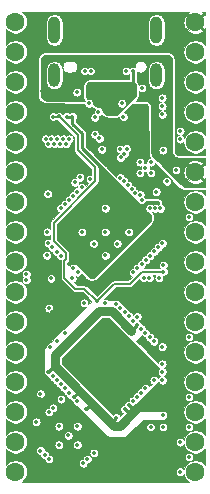
<source format=gbr>
G04 #@! TF.GenerationSoftware,KiCad,Pcbnew,5.1.9-1.fc33*
G04 #@! TF.CreationDate,2020-12-31T00:18:28+01:00*
G04 #@! TF.ProjectId,reDIP-sx,72654449-502d-4737-982e-6b696361645f,0.1*
G04 #@! TF.SameCoordinates,PX5e28010PY8011a50*
G04 #@! TF.FileFunction,Copper,L4,Inr*
G04 #@! TF.FilePolarity,Positive*
%FSLAX46Y46*%
G04 Gerber Fmt 4.6, Leading zero omitted, Abs format (unit mm)*
G04 Created by KiCad (PCBNEW 5.1.9-1.fc33) date 2020-12-31 00:18:28*
%MOMM*%
%LPD*%
G01*
G04 APERTURE LIST*
G04 #@! TA.AperFunction,ComponentPad*
%ADD10C,1.600000*%
G04 #@! TD*
G04 #@! TA.AperFunction,ComponentPad*
%ADD11O,1.000000X2.300000*%
G04 #@! TD*
G04 #@! TA.AperFunction,ComponentPad*
%ADD12O,1.000000X2.000000*%
G04 #@! TD*
G04 #@! TA.AperFunction,ViaPad*
%ADD13C,0.350000*%
G04 #@! TD*
G04 #@! TA.AperFunction,Conductor*
%ADD14C,0.250000*%
G04 #@! TD*
G04 #@! TA.AperFunction,Conductor*
%ADD15C,0.750000*%
G04 #@! TD*
G04 #@! TA.AperFunction,Conductor*
%ADD16C,0.200000*%
G04 #@! TD*
G04 #@! TA.AperFunction,Conductor*
%ADD17C,0.100000*%
G04 #@! TD*
G04 APERTURE END LIST*
D10*
X1270000Y26670000D03*
X1270000Y29210000D03*
X1270000Y31750000D03*
X1270000Y34290000D03*
X1270000Y36830000D03*
X1270000Y39370000D03*
D11*
X13210000Y38690000D03*
X4570000Y38690000D03*
D12*
X13210000Y34865000D03*
X4570000Y34865000D03*
D10*
X16510000Y26670000D03*
X16510000Y29210000D03*
X16510000Y31750000D03*
X16510000Y34290000D03*
X16510000Y36830000D03*
X16510000Y39370000D03*
X16510000Y1270000D03*
X16510000Y3810000D03*
X16510000Y6350000D03*
X16510000Y8890000D03*
X16510000Y11430000D03*
X16510000Y13970000D03*
X16510000Y16510000D03*
X16510000Y19050000D03*
X16510000Y21590000D03*
X16510000Y24130000D03*
X1270000Y1270000D03*
X1270000Y3810000D03*
X1270000Y6350000D03*
X1270000Y8890000D03*
X1270000Y11430000D03*
X1270000Y13970000D03*
X1270000Y16510000D03*
X1270000Y19050000D03*
X1270000Y21590000D03*
X1270000Y24130000D03*
D13*
X5580000Y29040000D03*
X5080000Y29040000D03*
X4010000Y24820000D03*
X4330000Y29470000D03*
X4830000Y29470000D03*
X3830000Y29470000D03*
X6530000Y3560000D03*
X4950000Y3560000D03*
X4950000Y5150000D03*
X6530000Y5150000D03*
X12740000Y27500000D03*
X11820000Y26580000D03*
X12740000Y26580000D03*
X11820000Y27500000D03*
X12280000Y27040000D03*
X9830000Y9750000D03*
X10770000Y10700000D03*
X7020000Y10680000D03*
X7970000Y9760000D03*
X7970000Y11620000D03*
X9820000Y11600000D03*
X8890000Y10690000D03*
X8890000Y12550000D03*
X8890000Y21590000D03*
X9890000Y20610000D03*
X10870000Y21590000D03*
X8890000Y19600000D03*
X7900000Y20610000D03*
X6910000Y21590000D03*
X8890000Y23600000D03*
X5740000Y4360000D03*
X15980000Y2540000D03*
X3930000Y19610000D03*
X13780000Y6070000D03*
X8310000Y31780000D03*
X5330000Y29470000D03*
X4580000Y29040000D03*
X11990000Y33780000D03*
X8900000Y8830000D03*
X7090000Y15590000D03*
X4110000Y15140000D03*
X4230000Y11810000D03*
X12130000Y17700000D03*
X13420000Y17700000D03*
X14880000Y26840000D03*
X15980000Y5080000D03*
X10430000Y31340000D03*
X3400000Y3080000D03*
X7920000Y2880000D03*
X4080000Y29040000D03*
X5830000Y29470000D03*
X12720000Y5080000D03*
X15210000Y3800000D03*
X15210000Y1290000D03*
X13780000Y5080000D03*
X15980000Y22860000D03*
X6480000Y33420000D03*
X4060000Y33540000D03*
X3560000Y33540000D03*
X3370000Y7430000D03*
X2920000Y1550000D03*
X4390000Y14780000D03*
X3560000Y24370000D03*
X3810000Y31360000D03*
X9810000Y5880000D03*
X7260000Y6580000D03*
X6200000Y7650000D03*
X4080000Y9770000D03*
X11580000Y13730000D03*
X13710000Y13910000D03*
X14390000Y7510000D03*
X11110000Y28830000D03*
X13800000Y21540000D03*
X6890000Y17820000D03*
X13760000Y25560000D03*
X12240000Y31780000D03*
X11440000Y31780000D03*
X10870000Y6940000D03*
X10520000Y6590000D03*
X3310000Y31360000D03*
X5610000Y31360000D03*
X5830000Y18880000D03*
X13340000Y24010000D03*
X12900000Y24010000D03*
X6110000Y31360000D03*
X9470000Y31780000D03*
X11240000Y35220000D03*
X6310000Y25790000D03*
X15230000Y29440000D03*
X15230000Y30140000D03*
X11940000Y7990000D03*
X7640000Y35220000D03*
X7490000Y32480000D03*
X10640000Y35220000D03*
X11590000Y7640000D03*
X12630000Y17700000D03*
X13800000Y18760000D03*
X13700000Y11870000D03*
X12650000Y12680000D03*
X10810000Y25560000D03*
X13000000Y12330000D03*
X11120000Y25230000D03*
X11960000Y24300000D03*
X8010000Y31290000D03*
X15980000Y7620000D03*
X5490000Y8350000D03*
X4460000Y6700000D03*
X5140000Y8700000D03*
X4110000Y6350000D03*
X11400000Y24860000D03*
X13710000Y9760000D03*
X13000000Y9050000D03*
X11850000Y24750000D03*
X15980000Y12700000D03*
X11230000Y7290000D03*
X12290000Y8350000D03*
X11590000Y14430000D03*
X11960000Y18870000D03*
X8880000Y15580000D03*
X6180000Y18520000D03*
X6560000Y18190000D03*
X4290000Y17650000D03*
X13730000Y20640000D03*
X13370000Y20290000D03*
X13020000Y19940000D03*
X12670000Y19580000D03*
X12310000Y19230000D03*
X6090000Y17660000D03*
X5110000Y19580000D03*
X2200000Y17530000D03*
X4760000Y19930000D03*
X4410000Y20290000D03*
X4050000Y20640000D03*
X3950000Y21600000D03*
X2200000Y18030000D03*
X13560000Y23590000D03*
X13110000Y23590000D03*
X12660000Y23600000D03*
X7140000Y35220000D03*
X10290000Y32480000D03*
X4110000Y2370000D03*
X8380000Y29510000D03*
X3760000Y2720000D03*
X8010000Y29850000D03*
X4460000Y31360000D03*
X13800000Y18240000D03*
X8150000Y15710000D03*
X4960000Y31370000D03*
X11250000Y18160000D03*
X11600000Y18530000D03*
X13760000Y28520000D03*
X13700000Y32940000D03*
X5140000Y7430000D03*
X13730000Y9040000D03*
X7020000Y2020000D03*
X13700000Y10420000D03*
X13710000Y31540000D03*
X14090000Y25870000D03*
X10140000Y28610000D03*
X13710000Y32240000D03*
X13190000Y25000000D03*
X8580000Y28590000D03*
X3030000Y5510000D03*
X7370000Y2370000D03*
X3400000Y7890000D03*
X10690000Y28640000D03*
X10170000Y15150000D03*
X5470000Y23950000D03*
X5490000Y13030000D03*
X5100000Y23610000D03*
X10510000Y28220000D03*
X4430000Y9410000D03*
X10180000Y27900000D03*
X4780000Y12330000D03*
X10160000Y26190000D03*
X4780000Y9050000D03*
X5840000Y7990000D03*
X10480000Y25870000D03*
X9810000Y15480000D03*
X5820000Y24310000D03*
X10520000Y14800000D03*
X6180000Y24660000D03*
X10880000Y14450000D03*
X6880000Y25370000D03*
X11230000Y14090000D03*
X7590000Y26070000D03*
X11940000Y13390000D03*
X6530000Y25010000D03*
X6500000Y7240000D03*
X12290000Y13030000D03*
X6740000Y26220000D03*
D14*
X15730000Y27450000D02*
X16510000Y26670000D01*
X14830000Y27450000D02*
X15730000Y27450000D01*
X14450000Y27830000D02*
X14830000Y27450000D01*
X13710000Y36410000D02*
X14450000Y35670000D01*
X4180000Y36410000D02*
X13710000Y36410000D01*
X3560000Y35790000D02*
X4180000Y36410000D01*
X14450000Y35670000D02*
X14450000Y27830000D01*
X3560000Y33540000D02*
X3560000Y35790000D01*
X10945000Y6165000D02*
X10520000Y6590000D01*
X7690000Y7010000D02*
X7260000Y6580000D01*
X6600000Y8050000D02*
X6200000Y7650000D01*
X4440000Y10130000D02*
X4080000Y9770000D01*
X11170000Y13320000D02*
X11580000Y13730000D01*
X11319501Y6490499D02*
X10870000Y6940000D01*
D15*
X10129002Y5200000D02*
X9610000Y5200000D01*
X9610000Y5200000D02*
X4610000Y10200000D01*
X4610000Y11140000D02*
X8370000Y14900000D01*
X4610000Y10200000D02*
X4610000Y11140000D01*
X9420998Y14900000D02*
X8370000Y14900000D01*
X11090998Y13230000D02*
X9420998Y14900000D01*
D14*
X9610000Y5680000D02*
X9810000Y5880000D01*
X9610000Y5200000D02*
X9610000Y5680000D01*
D15*
X14390000Y6745001D02*
X11674003Y6745001D01*
X11659501Y6730499D02*
X10129002Y5200000D01*
D14*
X12900000Y24010000D02*
X13340000Y24010000D01*
X12350000Y24020000D02*
X12900000Y24020000D01*
X6725000Y19775000D02*
X8105000Y19775000D01*
X5830000Y18880000D02*
X6725000Y19775000D01*
X11970000Y23640000D02*
X12350000Y24020000D01*
X8105000Y19775000D02*
X11970000Y23640000D01*
X7340000Y28270000D02*
X11970000Y23640000D01*
X6110000Y31360000D02*
X6110000Y30750344D01*
X5610000Y31360000D02*
X6110000Y31360000D01*
X6925172Y28674828D02*
X6925172Y29935172D01*
X7330000Y28270000D02*
X6925172Y28674828D01*
X7340000Y28270000D02*
X7330000Y28270000D01*
X6110000Y30750344D02*
X6925172Y29935172D01*
X11240000Y35220000D02*
X11240000Y34250000D01*
X9470000Y32480000D02*
X9470000Y31780000D01*
X11240000Y34250000D02*
X9470000Y32480000D01*
D16*
X4460000Y31360000D02*
X4950000Y31360000D01*
X13800000Y18240000D02*
X12000000Y18240000D01*
X12000000Y18240000D02*
X10960000Y17200000D01*
X9640000Y17200000D02*
X10960000Y17200000D01*
X8150000Y15710000D02*
X9640000Y17200000D01*
X6550000Y29780000D02*
X4960000Y31370000D01*
X8015001Y27064655D02*
X6550000Y28529656D01*
X8015001Y25865999D02*
X8015001Y27064655D01*
X4510000Y22360998D02*
X8015001Y25865999D01*
X4510000Y20800000D02*
X4510000Y22360998D01*
X5535001Y19774999D02*
X4510000Y20800000D01*
X5404999Y19144999D02*
X5535001Y19275001D01*
X5535001Y19275001D02*
X5535001Y19774999D01*
X5404999Y17715999D02*
X5404999Y19144999D01*
X6350998Y16770000D02*
X5404999Y17715999D01*
X7090000Y16770000D02*
X6350998Y16770000D01*
X6550000Y28529656D02*
X6550000Y29780000D01*
X8150000Y15710000D02*
X7090000Y16770000D01*
D17*
X10704384Y12803441D02*
X10745657Y12769570D01*
X13464844Y10045173D01*
X13418719Y9999048D01*
X13377680Y9937629D01*
X13349411Y9869383D01*
X13335000Y9796934D01*
X13335000Y9723066D01*
X13349411Y9650617D01*
X13377680Y9582371D01*
X13418719Y9520952D01*
X13470952Y9468719D01*
X13528054Y9430564D01*
X13489113Y9379823D01*
X13333667Y9224377D01*
X13332320Y9227629D01*
X13291281Y9289048D01*
X13239048Y9341281D01*
X13177629Y9382320D01*
X13109383Y9410589D01*
X13036934Y9425000D01*
X12963066Y9425000D01*
X12890617Y9410589D01*
X12822371Y9382320D01*
X12760952Y9341281D01*
X12708719Y9289048D01*
X12667680Y9227629D01*
X12639411Y9159383D01*
X12625000Y9086934D01*
X12625000Y9013066D01*
X12639411Y8940617D01*
X12667680Y8872371D01*
X12708719Y8810952D01*
X12760952Y8758719D01*
X12822371Y8717680D01*
X12825623Y8716333D01*
X12626596Y8517306D01*
X12622320Y8527629D01*
X12581281Y8589048D01*
X12529048Y8641281D01*
X12467629Y8682320D01*
X12399383Y8710589D01*
X12326934Y8725000D01*
X12253066Y8725000D01*
X12180617Y8710589D01*
X12112371Y8682320D01*
X12050952Y8641281D01*
X11998719Y8589048D01*
X11957680Y8527629D01*
X11929411Y8459383D01*
X11915000Y8386934D01*
X11915000Y8365000D01*
X11903066Y8365000D01*
X11830617Y8350589D01*
X11762371Y8322320D01*
X11700952Y8281281D01*
X11648719Y8229048D01*
X11607680Y8167629D01*
X11579411Y8099383D01*
X11565000Y8026934D01*
X11565000Y8015000D01*
X11553066Y8015000D01*
X11480617Y8000589D01*
X11412371Y7972320D01*
X11350952Y7931281D01*
X11298719Y7879048D01*
X11257680Y7817629D01*
X11229411Y7749383D01*
X11215000Y7676934D01*
X11215000Y7665000D01*
X11193066Y7665000D01*
X11120617Y7650589D01*
X11052371Y7622320D01*
X10990952Y7581281D01*
X10938719Y7529048D01*
X10897680Y7467629D01*
X10869411Y7399383D01*
X10855000Y7326934D01*
X10855000Y7315000D01*
X10833066Y7315000D01*
X10760617Y7300589D01*
X10692371Y7272320D01*
X10630952Y7231281D01*
X10578719Y7179048D01*
X10537680Y7117629D01*
X10509411Y7049383D01*
X10495000Y6976934D01*
X10495000Y6965000D01*
X10483066Y6965000D01*
X10410617Y6950589D01*
X10342371Y6922320D01*
X10280952Y6881281D01*
X10228719Y6829048D01*
X10187680Y6767629D01*
X10159411Y6699383D01*
X10145000Y6626934D01*
X10145000Y6553066D01*
X10159411Y6480617D01*
X10187680Y6412371D01*
X10228719Y6350952D01*
X10280952Y6298719D01*
X10342371Y6257680D01*
X10359765Y6250475D01*
X10149525Y6040235D01*
X10142320Y6057629D01*
X10101281Y6119048D01*
X10049048Y6171281D01*
X9987629Y6212320D01*
X9919383Y6240589D01*
X9846934Y6255000D01*
X9773066Y6255000D01*
X9700617Y6240589D01*
X9632371Y6212320D01*
X9570952Y6171281D01*
X9518719Y6119048D01*
X9512873Y6110299D01*
X5185000Y10438172D01*
X5185000Y10901828D01*
X8608173Y14325000D01*
X9182826Y14325000D01*
X10704384Y12803441D01*
G04 #@! TA.AperFunction,Conductor*
G36*
X10704384Y12803441D02*
G01*
X10745657Y12769570D01*
X13464844Y10045173D01*
X13418719Y9999048D01*
X13377680Y9937629D01*
X13349411Y9869383D01*
X13335000Y9796934D01*
X13335000Y9723066D01*
X13349411Y9650617D01*
X13377680Y9582371D01*
X13418719Y9520952D01*
X13470952Y9468719D01*
X13528054Y9430564D01*
X13489113Y9379823D01*
X13333667Y9224377D01*
X13332320Y9227629D01*
X13291281Y9289048D01*
X13239048Y9341281D01*
X13177629Y9382320D01*
X13109383Y9410589D01*
X13036934Y9425000D01*
X12963066Y9425000D01*
X12890617Y9410589D01*
X12822371Y9382320D01*
X12760952Y9341281D01*
X12708719Y9289048D01*
X12667680Y9227629D01*
X12639411Y9159383D01*
X12625000Y9086934D01*
X12625000Y9013066D01*
X12639411Y8940617D01*
X12667680Y8872371D01*
X12708719Y8810952D01*
X12760952Y8758719D01*
X12822371Y8717680D01*
X12825623Y8716333D01*
X12626596Y8517306D01*
X12622320Y8527629D01*
X12581281Y8589048D01*
X12529048Y8641281D01*
X12467629Y8682320D01*
X12399383Y8710589D01*
X12326934Y8725000D01*
X12253066Y8725000D01*
X12180617Y8710589D01*
X12112371Y8682320D01*
X12050952Y8641281D01*
X11998719Y8589048D01*
X11957680Y8527629D01*
X11929411Y8459383D01*
X11915000Y8386934D01*
X11915000Y8365000D01*
X11903066Y8365000D01*
X11830617Y8350589D01*
X11762371Y8322320D01*
X11700952Y8281281D01*
X11648719Y8229048D01*
X11607680Y8167629D01*
X11579411Y8099383D01*
X11565000Y8026934D01*
X11565000Y8015000D01*
X11553066Y8015000D01*
X11480617Y8000589D01*
X11412371Y7972320D01*
X11350952Y7931281D01*
X11298719Y7879048D01*
X11257680Y7817629D01*
X11229411Y7749383D01*
X11215000Y7676934D01*
X11215000Y7665000D01*
X11193066Y7665000D01*
X11120617Y7650589D01*
X11052371Y7622320D01*
X10990952Y7581281D01*
X10938719Y7529048D01*
X10897680Y7467629D01*
X10869411Y7399383D01*
X10855000Y7326934D01*
X10855000Y7315000D01*
X10833066Y7315000D01*
X10760617Y7300589D01*
X10692371Y7272320D01*
X10630952Y7231281D01*
X10578719Y7179048D01*
X10537680Y7117629D01*
X10509411Y7049383D01*
X10495000Y6976934D01*
X10495000Y6965000D01*
X10483066Y6965000D01*
X10410617Y6950589D01*
X10342371Y6922320D01*
X10280952Y6881281D01*
X10228719Y6829048D01*
X10187680Y6767629D01*
X10159411Y6699383D01*
X10145000Y6626934D01*
X10145000Y6553066D01*
X10159411Y6480617D01*
X10187680Y6412371D01*
X10228719Y6350952D01*
X10280952Y6298719D01*
X10342371Y6257680D01*
X10359765Y6250475D01*
X10149525Y6040235D01*
X10142320Y6057629D01*
X10101281Y6119048D01*
X10049048Y6171281D01*
X9987629Y6212320D01*
X9919383Y6240589D01*
X9846934Y6255000D01*
X9773066Y6255000D01*
X9700617Y6240589D01*
X9632371Y6212320D01*
X9570952Y6171281D01*
X9518719Y6119048D01*
X9512873Y6110299D01*
X5185000Y10438172D01*
X5185000Y10901828D01*
X8608173Y14325000D01*
X9182826Y14325000D01*
X10704384Y12803441D01*
G37*
G04 #@! TD.AperFunction*
X15889946Y40096120D02*
X16510000Y39476066D01*
X17130054Y40096120D01*
X17063092Y40190000D01*
X17257988Y40190000D01*
X17289296Y40186930D01*
X17298228Y40184233D01*
X17306475Y40179848D01*
X17313712Y40173946D01*
X17319663Y40166753D01*
X17324106Y40158536D01*
X17326865Y40149623D01*
X17330001Y40119783D01*
X17330001Y39923091D01*
X17236120Y39990054D01*
X16616066Y39370000D01*
X17236120Y38749946D01*
X17330001Y38816909D01*
X17330001Y37402735D01*
X17286751Y37467463D01*
X17147463Y37606751D01*
X16983678Y37716189D01*
X16801689Y37791571D01*
X16608491Y37830000D01*
X16411509Y37830000D01*
X16218311Y37791571D01*
X16036322Y37716189D01*
X15872537Y37606751D01*
X15733249Y37467463D01*
X15623811Y37303678D01*
X15548429Y37121689D01*
X15510000Y36928491D01*
X15510000Y36731509D01*
X15548429Y36538311D01*
X15623811Y36356322D01*
X15733249Y36192537D01*
X15872537Y36053249D01*
X16036322Y35943811D01*
X16218311Y35868429D01*
X16411509Y35830000D01*
X16608491Y35830000D01*
X16801689Y35868429D01*
X16983678Y35943811D01*
X17147463Y36053249D01*
X17286751Y36192537D01*
X17330001Y36257265D01*
X17330001Y34862735D01*
X17286751Y34927463D01*
X17147463Y35066751D01*
X16983678Y35176189D01*
X16801689Y35251571D01*
X16608491Y35290000D01*
X16411509Y35290000D01*
X16218311Y35251571D01*
X16036322Y35176189D01*
X15872537Y35066751D01*
X15733249Y34927463D01*
X15623811Y34763678D01*
X15548429Y34581689D01*
X15510000Y34388491D01*
X15510000Y34191509D01*
X15548429Y33998311D01*
X15623811Y33816322D01*
X15733249Y33652537D01*
X15872537Y33513249D01*
X16036322Y33403811D01*
X16218311Y33328429D01*
X16411509Y33290000D01*
X16608491Y33290000D01*
X16801689Y33328429D01*
X16983678Y33403811D01*
X17147463Y33513249D01*
X17286751Y33652537D01*
X17330001Y33717265D01*
X17330001Y32322735D01*
X17286751Y32387463D01*
X17147463Y32526751D01*
X16983678Y32636189D01*
X16801689Y32711571D01*
X16608491Y32750000D01*
X16411509Y32750000D01*
X16218311Y32711571D01*
X16036322Y32636189D01*
X15872537Y32526751D01*
X15733249Y32387463D01*
X15623811Y32223678D01*
X15548429Y32041689D01*
X15510000Y31848491D01*
X15510000Y31651509D01*
X15548429Y31458311D01*
X15623811Y31276322D01*
X15733249Y31112537D01*
X15872537Y30973249D01*
X16036322Y30863811D01*
X16218311Y30788429D01*
X16411509Y30750000D01*
X16608491Y30750000D01*
X16801689Y30788429D01*
X16983678Y30863811D01*
X17147463Y30973249D01*
X17286751Y31112537D01*
X17330001Y31177265D01*
X17330001Y29782735D01*
X17286751Y29847463D01*
X17147463Y29986751D01*
X16983678Y30096189D01*
X16801689Y30171571D01*
X16608491Y30210000D01*
X16411509Y30210000D01*
X16218311Y30171571D01*
X16036322Y30096189D01*
X15872537Y29986751D01*
X15733249Y29847463D01*
X15623811Y29683678D01*
X15579387Y29576427D01*
X15562320Y29617629D01*
X15521281Y29679048D01*
X15469048Y29731281D01*
X15407629Y29772320D01*
X15364947Y29790000D01*
X15407629Y29807680D01*
X15469048Y29848719D01*
X15521281Y29900952D01*
X15562320Y29962371D01*
X15590589Y30030617D01*
X15605000Y30103066D01*
X15605000Y30176934D01*
X15590589Y30249383D01*
X15562320Y30317629D01*
X15521281Y30379048D01*
X15469048Y30431281D01*
X15407629Y30472320D01*
X15339383Y30500589D01*
X15266934Y30515000D01*
X15193066Y30515000D01*
X15120617Y30500589D01*
X15052371Y30472320D01*
X14990952Y30431281D01*
X14938719Y30379048D01*
X14897680Y30317629D01*
X14869411Y30249383D01*
X14855000Y30176934D01*
X14855000Y30103066D01*
X14869411Y30030617D01*
X14897680Y29962371D01*
X14938719Y29900952D01*
X14990952Y29848719D01*
X15052371Y29807680D01*
X15095053Y29790000D01*
X15052371Y29772320D01*
X14990952Y29731281D01*
X14938719Y29679048D01*
X14897680Y29617629D01*
X14869411Y29549383D01*
X14855000Y29476934D01*
X14855000Y29403066D01*
X14869411Y29330617D01*
X14897680Y29262371D01*
X14938719Y29200952D01*
X14990952Y29148719D01*
X15052371Y29107680D01*
X15120617Y29079411D01*
X15193066Y29065000D01*
X15266934Y29065000D01*
X15339383Y29079411D01*
X15407629Y29107680D01*
X15469048Y29148719D01*
X15510000Y29189671D01*
X15510000Y29111509D01*
X15548429Y28918311D01*
X15623811Y28736322D01*
X15733249Y28572537D01*
X15872537Y28433249D01*
X16036322Y28323811D01*
X16218311Y28248429D01*
X16411509Y28210000D01*
X16608491Y28210000D01*
X16801689Y28248429D01*
X16983678Y28323811D01*
X17147463Y28433249D01*
X17286751Y28572537D01*
X17330001Y28637265D01*
X17330001Y28125143D01*
X17306105Y28128289D01*
X17280000Y28130000D01*
X15093109Y28130000D01*
X15002801Y28141889D01*
X14930862Y28171687D01*
X14869088Y28219088D01*
X14821687Y28280862D01*
X14791889Y28352801D01*
X14780000Y28443109D01*
X14780000Y36150000D01*
X14778289Y36176105D01*
X14761252Y36305515D01*
X14747739Y36355947D01*
X14697789Y36476537D01*
X14671683Y36521753D01*
X14592223Y36625306D01*
X14555306Y36662223D01*
X14451753Y36741683D01*
X14406537Y36767789D01*
X14285947Y36817739D01*
X14235515Y36831252D01*
X14106105Y36848289D01*
X14080000Y36850000D01*
X3900000Y36850000D01*
X3873895Y36848289D01*
X3744485Y36831252D01*
X3694053Y36817739D01*
X3573463Y36767789D01*
X3528247Y36741683D01*
X3424694Y36662223D01*
X3387777Y36625306D01*
X3308317Y36521753D01*
X3282211Y36476537D01*
X3232261Y36355947D01*
X3218748Y36305515D01*
X3201711Y36176105D01*
X3200000Y36150000D01*
X3200000Y33650805D01*
X3199411Y33649383D01*
X3185000Y33576934D01*
X3185000Y33503066D01*
X3199411Y33430617D01*
X3200000Y33429195D01*
X3200000Y33168397D01*
X3201704Y33142345D01*
X3218672Y33013194D01*
X3232131Y32962858D01*
X3281883Y32842472D01*
X3307886Y32797321D01*
X3387045Y32693872D01*
X3423830Y32656969D01*
X3527024Y32577478D01*
X3572092Y32551329D01*
X3692317Y32501191D01*
X3742609Y32487571D01*
X3871705Y32470188D01*
X3897752Y32468400D01*
X7115000Y32458066D01*
X7115000Y32443066D01*
X7129411Y32370617D01*
X7157680Y32302371D01*
X7198719Y32240952D01*
X7250952Y32188719D01*
X7312371Y32147680D01*
X7380617Y32119411D01*
X7453066Y32105000D01*
X7526934Y32105000D01*
X7599383Y32119411D01*
X7667629Y32147680D01*
X7729048Y32188719D01*
X7743699Y32203370D01*
X8001927Y31993918D01*
X7977680Y31957629D01*
X7949411Y31889383D01*
X7935000Y31816934D01*
X7935000Y31743066D01*
X7949411Y31670617D01*
X7953361Y31661080D01*
X7900617Y31650589D01*
X7832371Y31622320D01*
X7770952Y31581281D01*
X7718719Y31529048D01*
X7677680Y31467629D01*
X7649411Y31399383D01*
X7635000Y31326934D01*
X7635000Y31253066D01*
X7649411Y31180617D01*
X7677680Y31112371D01*
X7718719Y31050952D01*
X7770952Y30998719D01*
X7832371Y30957680D01*
X7900617Y30929411D01*
X7973066Y30915000D01*
X8046934Y30915000D01*
X8119383Y30929411D01*
X8187629Y30957680D01*
X8249048Y30998719D01*
X8301281Y31050952D01*
X8342320Y31112371D01*
X8370589Y31180617D01*
X8385000Y31253066D01*
X8385000Y31326934D01*
X8370589Y31399383D01*
X8366639Y31408920D01*
X8419383Y31419411D01*
X8487629Y31447680D01*
X8549048Y31488719D01*
X8582963Y31522634D01*
X8724019Y31408221D01*
X8752638Y31388852D01*
X8903000Y31305046D01*
X8930135Y31292481D01*
X8968017Y31282377D01*
X9137890Y31254531D01*
X9172348Y31251908D01*
X9737188Y31257854D01*
X9763028Y31259805D01*
X9891055Y31277871D01*
X9940901Y31291658D01*
X10055000Y31339831D01*
X10055000Y31303066D01*
X10069411Y31230617D01*
X10097680Y31162371D01*
X10138719Y31100952D01*
X10190952Y31048719D01*
X10252371Y31007680D01*
X10320617Y30979411D01*
X10393066Y30965000D01*
X10466934Y30965000D01*
X10539383Y30979411D01*
X10607629Y31007680D01*
X10669048Y31048719D01*
X10721281Y31100952D01*
X10762320Y31162371D01*
X10790589Y31230617D01*
X10805000Y31303066D01*
X10805000Y31376934D01*
X10790589Y31449383D01*
X10762320Y31517629D01*
X10721281Y31579048D01*
X10669048Y31631281D01*
X10607629Y31672320D01*
X10539383Y31700589D01*
X10474014Y31713592D01*
X11200877Y32444942D01*
X12228993Y32441640D01*
X12318959Y32429543D01*
X12390601Y32399712D01*
X12452118Y32352414D01*
X12499356Y32290845D01*
X12529115Y32219172D01*
X12541120Y32129198D01*
X12549551Y28284416D01*
X12551286Y28258570D01*
X12568273Y28130437D01*
X12581636Y28080491D01*
X12630902Y27960994D01*
X12656621Y27916144D01*
X12689908Y27872383D01*
X12630617Y27860589D01*
X12562371Y27832320D01*
X12500952Y27791281D01*
X12448719Y27739048D01*
X12407680Y27677629D01*
X12379411Y27609383D01*
X12365000Y27536934D01*
X12365000Y27463066D01*
X12376935Y27403065D01*
X12316934Y27415000D01*
X12243066Y27415000D01*
X12183065Y27403065D01*
X12195000Y27463066D01*
X12195000Y27536934D01*
X12180589Y27609383D01*
X12152320Y27677629D01*
X12111281Y27739048D01*
X12059048Y27791281D01*
X11997629Y27832320D01*
X11929383Y27860589D01*
X11856934Y27875000D01*
X11783066Y27875000D01*
X11710617Y27860589D01*
X11642371Y27832320D01*
X11580952Y27791281D01*
X11528719Y27739048D01*
X11487680Y27677629D01*
X11459411Y27609383D01*
X11445000Y27536934D01*
X11445000Y27463066D01*
X11459411Y27390617D01*
X11487680Y27322371D01*
X11528719Y27260952D01*
X11580952Y27208719D01*
X11642371Y27167680D01*
X11710617Y27139411D01*
X11783066Y27125000D01*
X11856934Y27125000D01*
X11916935Y27136935D01*
X11905000Y27076934D01*
X11905000Y27003066D01*
X11916935Y26943065D01*
X11856934Y26955000D01*
X11783066Y26955000D01*
X11710617Y26940589D01*
X11642371Y26912320D01*
X11580952Y26871281D01*
X11528719Y26819048D01*
X11487680Y26757629D01*
X11459411Y26689383D01*
X11445000Y26616934D01*
X11445000Y26543066D01*
X11459411Y26470617D01*
X11487680Y26402371D01*
X11528719Y26340952D01*
X11580952Y26288719D01*
X11642371Y26247680D01*
X11710617Y26219411D01*
X11783066Y26205000D01*
X11856934Y26205000D01*
X11929383Y26219411D01*
X11997629Y26247680D01*
X12059048Y26288719D01*
X12111281Y26340952D01*
X12152320Y26402371D01*
X12180589Y26470617D01*
X12195000Y26543066D01*
X12195000Y26616934D01*
X12183065Y26676935D01*
X12243066Y26665000D01*
X12316934Y26665000D01*
X12376935Y26676935D01*
X12365000Y26616934D01*
X12365000Y26543066D01*
X12379411Y26470617D01*
X12407680Y26402371D01*
X12448719Y26340952D01*
X12500952Y26288719D01*
X12562371Y26247680D01*
X12630617Y26219411D01*
X12703066Y26205000D01*
X12776934Y26205000D01*
X12849383Y26219411D01*
X12917629Y26247680D01*
X12979048Y26288719D01*
X13031281Y26340952D01*
X13072320Y26402371D01*
X13100589Y26470617D01*
X13115000Y26543066D01*
X13115000Y26616934D01*
X13100589Y26689383D01*
X13072320Y26757629D01*
X13031281Y26819048D01*
X12979048Y26871281D01*
X12917629Y26912320D01*
X12849383Y26940589D01*
X12776934Y26955000D01*
X12703066Y26955000D01*
X12643065Y26943065D01*
X12655000Y27003066D01*
X12655000Y27076934D01*
X12643065Y27136935D01*
X12703066Y27125000D01*
X12776934Y27125000D01*
X12849383Y27139411D01*
X12917629Y27167680D01*
X12979048Y27208719D01*
X13031281Y27260952D01*
X13072320Y27322371D01*
X13100589Y27390617D01*
X13108952Y27432661D01*
X15171029Y25347757D01*
X15190749Y25330287D01*
X15294656Y25249797D01*
X15340088Y25223344D01*
X15461379Y25172711D01*
X15512138Y25159010D01*
X15642434Y25141735D01*
X15668721Y25140000D01*
X17280000Y25140000D01*
X17306105Y25141711D01*
X17330001Y25144857D01*
X17330001Y24702736D01*
X17286751Y24767463D01*
X17147463Y24906751D01*
X16983678Y25016189D01*
X16801689Y25091571D01*
X16608491Y25130000D01*
X16411509Y25130000D01*
X16218311Y25091571D01*
X16036322Y25016189D01*
X15872537Y24906751D01*
X15733249Y24767463D01*
X15623811Y24603678D01*
X15548429Y24421689D01*
X15510000Y24228491D01*
X15510000Y24031509D01*
X15548429Y23838311D01*
X15623811Y23656322D01*
X15733249Y23492537D01*
X15872537Y23353249D01*
X16036322Y23243811D01*
X16218311Y23168429D01*
X16411509Y23130000D01*
X16608491Y23130000D01*
X16801689Y23168429D01*
X16983678Y23243811D01*
X17147463Y23353249D01*
X17286751Y23492537D01*
X17330001Y23557264D01*
X17330001Y22162736D01*
X17286751Y22227463D01*
X17147463Y22366751D01*
X16983678Y22476189D01*
X16801689Y22551571D01*
X16608491Y22590000D01*
X16411509Y22590000D01*
X16218311Y22551571D01*
X16036322Y22476189D01*
X15872537Y22366751D01*
X15733249Y22227463D01*
X15623811Y22063678D01*
X15548429Y21881689D01*
X15510000Y21688491D01*
X15510000Y21491509D01*
X15548429Y21298311D01*
X15623811Y21116322D01*
X15733249Y20952537D01*
X15872537Y20813249D01*
X16036322Y20703811D01*
X16218311Y20628429D01*
X16411509Y20590000D01*
X16608491Y20590000D01*
X16801689Y20628429D01*
X16983678Y20703811D01*
X17147463Y20813249D01*
X17286751Y20952537D01*
X17330001Y21017264D01*
X17330000Y19622736D01*
X17286751Y19687463D01*
X17147463Y19826751D01*
X16983678Y19936189D01*
X16801689Y20011571D01*
X16608491Y20050000D01*
X16411509Y20050000D01*
X16218311Y20011571D01*
X16036322Y19936189D01*
X15872537Y19826751D01*
X15733249Y19687463D01*
X15623811Y19523678D01*
X15548429Y19341689D01*
X15510000Y19148491D01*
X15510000Y18951509D01*
X15548429Y18758311D01*
X15623811Y18576322D01*
X15733249Y18412537D01*
X15872537Y18273249D01*
X16036322Y18163811D01*
X16218311Y18088429D01*
X16411509Y18050000D01*
X16608491Y18050000D01*
X16801689Y18088429D01*
X16983678Y18163811D01*
X17147463Y18273249D01*
X17286751Y18412537D01*
X17330000Y18477264D01*
X17330000Y17082736D01*
X17286751Y17147463D01*
X17147463Y17286751D01*
X16983678Y17396189D01*
X16801689Y17471571D01*
X16608491Y17510000D01*
X16411509Y17510000D01*
X16218311Y17471571D01*
X16036322Y17396189D01*
X15872537Y17286751D01*
X15733249Y17147463D01*
X15623811Y16983678D01*
X15548429Y16801689D01*
X15510000Y16608491D01*
X15510000Y16411509D01*
X15548429Y16218311D01*
X15623811Y16036322D01*
X15733249Y15872537D01*
X15872537Y15733249D01*
X16036322Y15623811D01*
X16218311Y15548429D01*
X16411509Y15510000D01*
X16608491Y15510000D01*
X16801689Y15548429D01*
X16983678Y15623811D01*
X17147463Y15733249D01*
X17286751Y15872537D01*
X17330000Y15937264D01*
X17330000Y14542736D01*
X17286751Y14607463D01*
X17147463Y14746751D01*
X16983678Y14856189D01*
X16801689Y14931571D01*
X16608491Y14970000D01*
X16411509Y14970000D01*
X16218311Y14931571D01*
X16036322Y14856189D01*
X15872537Y14746751D01*
X15733249Y14607463D01*
X15623811Y14443678D01*
X15548429Y14261689D01*
X15510000Y14068491D01*
X15510000Y13871509D01*
X15548429Y13678311D01*
X15623811Y13496322D01*
X15733249Y13332537D01*
X15872537Y13193249D01*
X16036322Y13083811D01*
X16218311Y13008429D01*
X16411509Y12970000D01*
X16608491Y12970000D01*
X16801689Y13008429D01*
X16983678Y13083811D01*
X17147463Y13193249D01*
X17286751Y13332537D01*
X17330000Y13397264D01*
X17330000Y12002736D01*
X17286751Y12067463D01*
X17147463Y12206751D01*
X16983678Y12316189D01*
X16801689Y12391571D01*
X16608491Y12430000D01*
X16411509Y12430000D01*
X16218311Y12391571D01*
X16036322Y12316189D01*
X15872537Y12206751D01*
X15733249Y12067463D01*
X15623811Y11903678D01*
X15548429Y11721689D01*
X15510000Y11528491D01*
X15510000Y11331509D01*
X15548429Y11138311D01*
X15623811Y10956322D01*
X15733249Y10792537D01*
X15872537Y10653249D01*
X16036322Y10543811D01*
X16218311Y10468429D01*
X16411509Y10430000D01*
X16608491Y10430000D01*
X16801689Y10468429D01*
X16983678Y10543811D01*
X17147463Y10653249D01*
X17286751Y10792537D01*
X17330000Y10857264D01*
X17330000Y9462736D01*
X17286751Y9527463D01*
X17147463Y9666751D01*
X16983678Y9776189D01*
X16801689Y9851571D01*
X16608491Y9890000D01*
X16411509Y9890000D01*
X16218311Y9851571D01*
X16036322Y9776189D01*
X15872537Y9666751D01*
X15733249Y9527463D01*
X15623811Y9363678D01*
X15548429Y9181689D01*
X15510000Y8988491D01*
X15510000Y8791509D01*
X15548429Y8598311D01*
X15623811Y8416322D01*
X15733249Y8252537D01*
X15872537Y8113249D01*
X16036322Y8003811D01*
X16218311Y7928429D01*
X16411509Y7890000D01*
X16608491Y7890000D01*
X16801689Y7928429D01*
X16983678Y8003811D01*
X17147463Y8113249D01*
X17286751Y8252537D01*
X17330000Y8317264D01*
X17330000Y6922736D01*
X17286751Y6987463D01*
X17147463Y7126751D01*
X16983678Y7236189D01*
X16801689Y7311571D01*
X16608491Y7350000D01*
X16411509Y7350000D01*
X16218311Y7311571D01*
X16036322Y7236189D01*
X15872537Y7126751D01*
X15733249Y6987463D01*
X15623811Y6823678D01*
X15548429Y6641689D01*
X15510000Y6448491D01*
X15510000Y6251509D01*
X15548429Y6058311D01*
X15623811Y5876322D01*
X15733249Y5712537D01*
X15872537Y5573249D01*
X16036322Y5463811D01*
X16218311Y5388429D01*
X16411509Y5350000D01*
X16608491Y5350000D01*
X16801689Y5388429D01*
X16983678Y5463811D01*
X17147463Y5573249D01*
X17286751Y5712537D01*
X17330000Y5777264D01*
X17330000Y4382736D01*
X17286751Y4447463D01*
X17147463Y4586751D01*
X16983678Y4696189D01*
X16801689Y4771571D01*
X16608491Y4810000D01*
X16411509Y4810000D01*
X16218311Y4771571D01*
X16036322Y4696189D01*
X15872537Y4586751D01*
X15733249Y4447463D01*
X15623811Y4283678D01*
X15548429Y4101689D01*
X15528012Y3999043D01*
X15501281Y4039048D01*
X15449048Y4091281D01*
X15387629Y4132320D01*
X15319383Y4160589D01*
X15246934Y4175000D01*
X15173066Y4175000D01*
X15100617Y4160589D01*
X15032371Y4132320D01*
X14970952Y4091281D01*
X14918719Y4039048D01*
X14877680Y3977629D01*
X14849411Y3909383D01*
X14835000Y3836934D01*
X14835000Y3763066D01*
X14849411Y3690617D01*
X14877680Y3622371D01*
X14918719Y3560952D01*
X14970952Y3508719D01*
X15032371Y3467680D01*
X15100617Y3439411D01*
X15173066Y3425000D01*
X15246934Y3425000D01*
X15319383Y3439411D01*
X15387629Y3467680D01*
X15449048Y3508719D01*
X15501281Y3560952D01*
X15531077Y3605545D01*
X15548429Y3518311D01*
X15623811Y3336322D01*
X15733249Y3172537D01*
X15872537Y3033249D01*
X16036322Y2923811D01*
X16218311Y2848429D01*
X16411509Y2810000D01*
X16608491Y2810000D01*
X16801689Y2848429D01*
X16983678Y2923811D01*
X17147463Y3033249D01*
X17286751Y3172537D01*
X17330000Y3237264D01*
X17330000Y1842736D01*
X17286751Y1907463D01*
X17147463Y2046751D01*
X16983678Y2156189D01*
X16801689Y2231571D01*
X16608491Y2270000D01*
X16411509Y2270000D01*
X16218311Y2231571D01*
X16036322Y2156189D01*
X15872537Y2046751D01*
X15733249Y1907463D01*
X15623811Y1743678D01*
X15548429Y1561689D01*
X15532610Y1482161D01*
X15501281Y1529048D01*
X15449048Y1581281D01*
X15387629Y1622320D01*
X15319383Y1650589D01*
X15246934Y1665000D01*
X15173066Y1665000D01*
X15100617Y1650589D01*
X15032371Y1622320D01*
X14970952Y1581281D01*
X14918719Y1529048D01*
X14877680Y1467629D01*
X14849411Y1399383D01*
X14835000Y1326934D01*
X14835000Y1253066D01*
X14849411Y1180617D01*
X14877680Y1112371D01*
X14918719Y1050952D01*
X14970952Y998719D01*
X15032371Y957680D01*
X15100617Y929411D01*
X15173066Y915000D01*
X15246934Y915000D01*
X15319383Y929411D01*
X15387629Y957680D01*
X15449048Y998719D01*
X15501281Y1050952D01*
X15526479Y1088663D01*
X15548429Y978311D01*
X15623811Y796322D01*
X15733249Y632537D01*
X15872537Y493249D01*
X15937263Y450000D01*
X1842737Y450000D01*
X1907463Y493249D01*
X2046751Y632537D01*
X2156189Y796322D01*
X2231571Y978311D01*
X2270000Y1171509D01*
X2270000Y1368491D01*
X2231571Y1561689D01*
X2156189Y1743678D01*
X2046751Y1907463D01*
X1907463Y2046751D01*
X1743678Y2156189D01*
X1561689Y2231571D01*
X1368491Y2270000D01*
X1171509Y2270000D01*
X978311Y2231571D01*
X796322Y2156189D01*
X632537Y2046751D01*
X493249Y1907463D01*
X450000Y1842737D01*
X450000Y3237263D01*
X493249Y3172537D01*
X632537Y3033249D01*
X796322Y2923811D01*
X978311Y2848429D01*
X1171509Y2810000D01*
X1368491Y2810000D01*
X1561689Y2848429D01*
X1743678Y2923811D01*
X1907463Y3033249D01*
X1991148Y3116934D01*
X3025000Y3116934D01*
X3025000Y3043066D01*
X3039411Y2970617D01*
X3067680Y2902371D01*
X3108719Y2840952D01*
X3160952Y2788719D01*
X3222371Y2747680D01*
X3290617Y2719411D01*
X3363066Y2705000D01*
X3385000Y2705000D01*
X3385000Y2683066D01*
X3399411Y2610617D01*
X3427680Y2542371D01*
X3468719Y2480952D01*
X3520952Y2428719D01*
X3582371Y2387680D01*
X3650617Y2359411D01*
X3723066Y2345000D01*
X3735000Y2345000D01*
X3735000Y2333066D01*
X3749411Y2260617D01*
X3777680Y2192371D01*
X3818719Y2130952D01*
X3870952Y2078719D01*
X3932371Y2037680D01*
X4000617Y2009411D01*
X4073066Y1995000D01*
X4146934Y1995000D01*
X4219383Y2009411D01*
X4287629Y2037680D01*
X4316444Y2056934D01*
X6645000Y2056934D01*
X6645000Y1983066D01*
X6659411Y1910617D01*
X6687680Y1842371D01*
X6728719Y1780952D01*
X6780952Y1728719D01*
X6842371Y1687680D01*
X6910617Y1659411D01*
X6983066Y1645000D01*
X7056934Y1645000D01*
X7129383Y1659411D01*
X7197629Y1687680D01*
X7259048Y1728719D01*
X7311281Y1780952D01*
X7352320Y1842371D01*
X7380589Y1910617D01*
X7395000Y1983066D01*
X7395000Y1995000D01*
X7406934Y1995000D01*
X7479383Y2009411D01*
X7547629Y2037680D01*
X7609048Y2078719D01*
X7661281Y2130952D01*
X7702320Y2192371D01*
X7730589Y2260617D01*
X7745000Y2333066D01*
X7745000Y2406934D01*
X7730589Y2479383D01*
X7702320Y2547629D01*
X7662606Y2607065D01*
X7680952Y2588719D01*
X7742371Y2547680D01*
X7810617Y2519411D01*
X7883066Y2505000D01*
X7956934Y2505000D01*
X8029383Y2519411D01*
X8097629Y2547680D01*
X8141410Y2576934D01*
X15605000Y2576934D01*
X15605000Y2503066D01*
X15619411Y2430617D01*
X15647680Y2362371D01*
X15688719Y2300952D01*
X15740952Y2248719D01*
X15802371Y2207680D01*
X15870617Y2179411D01*
X15943066Y2165000D01*
X16016934Y2165000D01*
X16089383Y2179411D01*
X16157629Y2207680D01*
X16219048Y2248719D01*
X16271281Y2300952D01*
X16312320Y2362371D01*
X16340589Y2430617D01*
X16355000Y2503066D01*
X16355000Y2576934D01*
X16340589Y2649383D01*
X16312320Y2717629D01*
X16271281Y2779048D01*
X16219048Y2831281D01*
X16157629Y2872320D01*
X16089383Y2900589D01*
X16016934Y2915000D01*
X15943066Y2915000D01*
X15870617Y2900589D01*
X15802371Y2872320D01*
X15740952Y2831281D01*
X15688719Y2779048D01*
X15647680Y2717629D01*
X15619411Y2649383D01*
X15605000Y2576934D01*
X8141410Y2576934D01*
X8159048Y2588719D01*
X8211281Y2640952D01*
X8252320Y2702371D01*
X8280589Y2770617D01*
X8295000Y2843066D01*
X8295000Y2916934D01*
X8280589Y2989383D01*
X8252320Y3057629D01*
X8211281Y3119048D01*
X8159048Y3171281D01*
X8097629Y3212320D01*
X8029383Y3240589D01*
X7956934Y3255000D01*
X7883066Y3255000D01*
X7810617Y3240589D01*
X7742371Y3212320D01*
X7680952Y3171281D01*
X7628719Y3119048D01*
X7587680Y3057629D01*
X7559411Y2989383D01*
X7545000Y2916934D01*
X7545000Y2843066D01*
X7559411Y2770617D01*
X7587680Y2702371D01*
X7627394Y2642935D01*
X7609048Y2661281D01*
X7547629Y2702320D01*
X7479383Y2730589D01*
X7406934Y2745000D01*
X7333066Y2745000D01*
X7260617Y2730589D01*
X7192371Y2702320D01*
X7130952Y2661281D01*
X7078719Y2609048D01*
X7037680Y2547629D01*
X7009411Y2479383D01*
X6995000Y2406934D01*
X6995000Y2395000D01*
X6983066Y2395000D01*
X6910617Y2380589D01*
X6842371Y2352320D01*
X6780952Y2311281D01*
X6728719Y2259048D01*
X6687680Y2197629D01*
X6659411Y2129383D01*
X6645000Y2056934D01*
X4316444Y2056934D01*
X4349048Y2078719D01*
X4401281Y2130952D01*
X4442320Y2192371D01*
X4470589Y2260617D01*
X4485000Y2333066D01*
X4485000Y2406934D01*
X4470589Y2479383D01*
X4442320Y2547629D01*
X4401281Y2609048D01*
X4349048Y2661281D01*
X4287629Y2702320D01*
X4219383Y2730589D01*
X4146934Y2745000D01*
X4135000Y2745000D01*
X4135000Y2756934D01*
X4120589Y2829383D01*
X4092320Y2897629D01*
X4051281Y2959048D01*
X3999048Y3011281D01*
X3937629Y3052320D01*
X3869383Y3080589D01*
X3796934Y3095000D01*
X3775000Y3095000D01*
X3775000Y3116934D01*
X3760589Y3189383D01*
X3732320Y3257629D01*
X3691281Y3319048D01*
X3639048Y3371281D01*
X3577629Y3412320D01*
X3509383Y3440589D01*
X3436934Y3455000D01*
X3363066Y3455000D01*
X3290617Y3440589D01*
X3222371Y3412320D01*
X3160952Y3371281D01*
X3108719Y3319048D01*
X3067680Y3257629D01*
X3039411Y3189383D01*
X3025000Y3116934D01*
X1991148Y3116934D01*
X2046751Y3172537D01*
X2156189Y3336322D01*
X2231571Y3518311D01*
X2247209Y3596934D01*
X4575000Y3596934D01*
X4575000Y3523066D01*
X4589411Y3450617D01*
X4617680Y3382371D01*
X4658719Y3320952D01*
X4710952Y3268719D01*
X4772371Y3227680D01*
X4840617Y3199411D01*
X4913066Y3185000D01*
X4986934Y3185000D01*
X5059383Y3199411D01*
X5127629Y3227680D01*
X5189048Y3268719D01*
X5241281Y3320952D01*
X5282320Y3382371D01*
X5310589Y3450617D01*
X5325000Y3523066D01*
X5325000Y3596934D01*
X6155000Y3596934D01*
X6155000Y3523066D01*
X6169411Y3450617D01*
X6197680Y3382371D01*
X6238719Y3320952D01*
X6290952Y3268719D01*
X6352371Y3227680D01*
X6420617Y3199411D01*
X6493066Y3185000D01*
X6566934Y3185000D01*
X6639383Y3199411D01*
X6707629Y3227680D01*
X6769048Y3268719D01*
X6821281Y3320952D01*
X6862320Y3382371D01*
X6890589Y3450617D01*
X6905000Y3523066D01*
X6905000Y3596934D01*
X6890589Y3669383D01*
X6862320Y3737629D01*
X6821281Y3799048D01*
X6769048Y3851281D01*
X6707629Y3892320D01*
X6639383Y3920589D01*
X6566934Y3935000D01*
X6493066Y3935000D01*
X6420617Y3920589D01*
X6352371Y3892320D01*
X6290952Y3851281D01*
X6238719Y3799048D01*
X6197680Y3737629D01*
X6169411Y3669383D01*
X6155000Y3596934D01*
X5325000Y3596934D01*
X5310589Y3669383D01*
X5282320Y3737629D01*
X5241281Y3799048D01*
X5189048Y3851281D01*
X5127629Y3892320D01*
X5059383Y3920589D01*
X4986934Y3935000D01*
X4913066Y3935000D01*
X4840617Y3920589D01*
X4772371Y3892320D01*
X4710952Y3851281D01*
X4658719Y3799048D01*
X4617680Y3737629D01*
X4589411Y3669383D01*
X4575000Y3596934D01*
X2247209Y3596934D01*
X2270000Y3711509D01*
X2270000Y3908491D01*
X2231571Y4101689D01*
X2156189Y4283678D01*
X2080514Y4396934D01*
X5365000Y4396934D01*
X5365000Y4323066D01*
X5379411Y4250617D01*
X5407680Y4182371D01*
X5448719Y4120952D01*
X5500952Y4068719D01*
X5562371Y4027680D01*
X5630617Y3999411D01*
X5703066Y3985000D01*
X5776934Y3985000D01*
X5849383Y3999411D01*
X5917629Y4027680D01*
X5979048Y4068719D01*
X6031281Y4120952D01*
X6072320Y4182371D01*
X6100589Y4250617D01*
X6115000Y4323066D01*
X6115000Y4396934D01*
X6100589Y4469383D01*
X6072320Y4537629D01*
X6031281Y4599048D01*
X5979048Y4651281D01*
X5917629Y4692320D01*
X5849383Y4720589D01*
X5776934Y4735000D01*
X5703066Y4735000D01*
X5630617Y4720589D01*
X5562371Y4692320D01*
X5500952Y4651281D01*
X5448719Y4599048D01*
X5407680Y4537629D01*
X5379411Y4469383D01*
X5365000Y4396934D01*
X2080514Y4396934D01*
X2046751Y4447463D01*
X1907463Y4586751D01*
X1743678Y4696189D01*
X1561689Y4771571D01*
X1368491Y4810000D01*
X1171509Y4810000D01*
X978311Y4771571D01*
X796322Y4696189D01*
X632537Y4586751D01*
X493249Y4447463D01*
X450000Y4382737D01*
X450000Y5777263D01*
X493249Y5712537D01*
X632537Y5573249D01*
X796322Y5463811D01*
X978311Y5388429D01*
X1171509Y5350000D01*
X1368491Y5350000D01*
X1561689Y5388429D01*
X1743678Y5463811D01*
X1868079Y5546934D01*
X2655000Y5546934D01*
X2655000Y5473066D01*
X2669411Y5400617D01*
X2697680Y5332371D01*
X2738719Y5270952D01*
X2790952Y5218719D01*
X2852371Y5177680D01*
X2920617Y5149411D01*
X2993066Y5135000D01*
X3066934Y5135000D01*
X3139383Y5149411D01*
X3207629Y5177680D01*
X3221478Y5186934D01*
X4575000Y5186934D01*
X4575000Y5113066D01*
X4589411Y5040617D01*
X4617680Y4972371D01*
X4658719Y4910952D01*
X4710952Y4858719D01*
X4772371Y4817680D01*
X4840617Y4789411D01*
X4913066Y4775000D01*
X4986934Y4775000D01*
X5059383Y4789411D01*
X5127629Y4817680D01*
X5189048Y4858719D01*
X5241281Y4910952D01*
X5282320Y4972371D01*
X5310589Y5040617D01*
X5325000Y5113066D01*
X5325000Y5186934D01*
X6155000Y5186934D01*
X6155000Y5113066D01*
X6169411Y5040617D01*
X6197680Y4972371D01*
X6238719Y4910952D01*
X6290952Y4858719D01*
X6352371Y4817680D01*
X6420617Y4789411D01*
X6493066Y4775000D01*
X6566934Y4775000D01*
X6639383Y4789411D01*
X6707629Y4817680D01*
X6769048Y4858719D01*
X6821281Y4910952D01*
X6862320Y4972371D01*
X6890589Y5040617D01*
X6905000Y5113066D01*
X6905000Y5186934D01*
X6890589Y5259383D01*
X6862320Y5327629D01*
X6821281Y5389048D01*
X6769048Y5441281D01*
X6707629Y5482320D01*
X6639383Y5510589D01*
X6566934Y5525000D01*
X6493066Y5525000D01*
X6420617Y5510589D01*
X6352371Y5482320D01*
X6290952Y5441281D01*
X6238719Y5389048D01*
X6197680Y5327629D01*
X6169411Y5259383D01*
X6155000Y5186934D01*
X5325000Y5186934D01*
X5310589Y5259383D01*
X5282320Y5327629D01*
X5241281Y5389048D01*
X5189048Y5441281D01*
X5127629Y5482320D01*
X5059383Y5510589D01*
X4986934Y5525000D01*
X4913066Y5525000D01*
X4840617Y5510589D01*
X4772371Y5482320D01*
X4710952Y5441281D01*
X4658719Y5389048D01*
X4617680Y5327629D01*
X4589411Y5259383D01*
X4575000Y5186934D01*
X3221478Y5186934D01*
X3269048Y5218719D01*
X3321281Y5270952D01*
X3362320Y5332371D01*
X3390589Y5400617D01*
X3405000Y5473066D01*
X3405000Y5546934D01*
X3390589Y5619383D01*
X3362320Y5687629D01*
X3321281Y5749048D01*
X3269048Y5801281D01*
X3207629Y5842320D01*
X3139383Y5870589D01*
X3066934Y5885000D01*
X2993066Y5885000D01*
X2920617Y5870589D01*
X2852371Y5842320D01*
X2790952Y5801281D01*
X2738719Y5749048D01*
X2697680Y5687629D01*
X2669411Y5619383D01*
X2655000Y5546934D01*
X1868079Y5546934D01*
X1907463Y5573249D01*
X2046751Y5712537D01*
X2156189Y5876322D01*
X2231571Y6058311D01*
X2270000Y6251509D01*
X2270000Y6386934D01*
X3735000Y6386934D01*
X3735000Y6313066D01*
X3749411Y6240617D01*
X3777680Y6172371D01*
X3818719Y6110952D01*
X3870952Y6058719D01*
X3932371Y6017680D01*
X4000617Y5989411D01*
X4073066Y5975000D01*
X4146934Y5975000D01*
X4219383Y5989411D01*
X4287629Y6017680D01*
X4349048Y6058719D01*
X4401281Y6110952D01*
X4442320Y6172371D01*
X4470589Y6240617D01*
X4485000Y6313066D01*
X4485000Y6325000D01*
X4496934Y6325000D01*
X4569383Y6339411D01*
X4637629Y6367680D01*
X4699048Y6408719D01*
X4751281Y6460952D01*
X4792320Y6522371D01*
X4820589Y6590617D01*
X4835000Y6663066D01*
X4835000Y6736934D01*
X4820589Y6809383D01*
X4792320Y6877629D01*
X4751281Y6939048D01*
X4699048Y6991281D01*
X4637629Y7032320D01*
X4569383Y7060589D01*
X4496934Y7075000D01*
X4423066Y7075000D01*
X4350617Y7060589D01*
X4282371Y7032320D01*
X4220952Y6991281D01*
X4168719Y6939048D01*
X4127680Y6877629D01*
X4099411Y6809383D01*
X4085000Y6736934D01*
X4085000Y6725000D01*
X4073066Y6725000D01*
X4000617Y6710589D01*
X3932371Y6682320D01*
X3870952Y6641281D01*
X3818719Y6589048D01*
X3777680Y6527629D01*
X3749411Y6459383D01*
X3735000Y6386934D01*
X2270000Y6386934D01*
X2270000Y6448491D01*
X2231571Y6641689D01*
X2156189Y6823678D01*
X2046751Y6987463D01*
X1907463Y7126751D01*
X1743678Y7236189D01*
X1561689Y7311571D01*
X1368491Y7350000D01*
X1171509Y7350000D01*
X978311Y7311571D01*
X796322Y7236189D01*
X632537Y7126751D01*
X493249Y6987463D01*
X450000Y6922737D01*
X450000Y7466934D01*
X4765000Y7466934D01*
X4765000Y7393066D01*
X4779411Y7320617D01*
X4807680Y7252371D01*
X4848719Y7190952D01*
X4900952Y7138719D01*
X4962371Y7097680D01*
X5030617Y7069411D01*
X5103066Y7055000D01*
X5176934Y7055000D01*
X5249383Y7069411D01*
X5317629Y7097680D01*
X5379048Y7138719D01*
X5431281Y7190952D01*
X5472320Y7252371D01*
X5500589Y7320617D01*
X5515000Y7393066D01*
X5515000Y7466934D01*
X5500589Y7539383D01*
X5472320Y7607629D01*
X5431281Y7669048D01*
X5379048Y7721281D01*
X5317629Y7762320D01*
X5249383Y7790589D01*
X5176934Y7805000D01*
X5103066Y7805000D01*
X5030617Y7790589D01*
X4962371Y7762320D01*
X4900952Y7721281D01*
X4848719Y7669048D01*
X4807680Y7607629D01*
X4779411Y7539383D01*
X4765000Y7466934D01*
X450000Y7466934D01*
X450000Y8317263D01*
X493249Y8252537D01*
X632537Y8113249D01*
X796322Y8003811D01*
X978311Y7928429D01*
X1171509Y7890000D01*
X1368491Y7890000D01*
X1554173Y7926934D01*
X3025000Y7926934D01*
X3025000Y7853066D01*
X3039411Y7780617D01*
X3067680Y7712371D01*
X3108719Y7650952D01*
X3160952Y7598719D01*
X3222371Y7557680D01*
X3290617Y7529411D01*
X3363066Y7515000D01*
X3436934Y7515000D01*
X3509383Y7529411D01*
X3577629Y7557680D01*
X3639048Y7598719D01*
X3691281Y7650952D01*
X3732320Y7712371D01*
X3760589Y7780617D01*
X3775000Y7853066D01*
X3775000Y7926934D01*
X3760589Y7999383D01*
X3732320Y8067629D01*
X3691281Y8129048D01*
X3639048Y8181281D01*
X3577629Y8222320D01*
X3509383Y8250589D01*
X3436934Y8265000D01*
X3363066Y8265000D01*
X3290617Y8250589D01*
X3222371Y8222320D01*
X3160952Y8181281D01*
X3108719Y8129048D01*
X3067680Y8067629D01*
X3039411Y7999383D01*
X3025000Y7926934D01*
X1554173Y7926934D01*
X1561689Y7928429D01*
X1743678Y8003811D01*
X1907463Y8113249D01*
X2046751Y8252537D01*
X2156189Y8416322D01*
X2231571Y8598311D01*
X2270000Y8791509D01*
X2270000Y8988491D01*
X2231571Y9181689D01*
X2156189Y9363678D01*
X2046751Y9527463D01*
X1907463Y9666751D01*
X1743678Y9776189D01*
X1561689Y9851571D01*
X1368491Y9890000D01*
X1171509Y9890000D01*
X978311Y9851571D01*
X796322Y9776189D01*
X632537Y9666751D01*
X493249Y9527463D01*
X450000Y9462737D01*
X450000Y10857263D01*
X493249Y10792537D01*
X632537Y10653249D01*
X796322Y10543811D01*
X978311Y10468429D01*
X1171509Y10430000D01*
X1368491Y10430000D01*
X1561689Y10468429D01*
X1743678Y10543811D01*
X1907463Y10653249D01*
X2046751Y10792537D01*
X2156189Y10956322D01*
X2231571Y11138311D01*
X2270000Y11331509D01*
X2270000Y11528491D01*
X2231571Y11721689D01*
X2156189Y11903678D01*
X2046751Y12067463D01*
X1907463Y12206751D01*
X1743678Y12316189D01*
X1561689Y12391571D01*
X1368491Y12430000D01*
X1171509Y12430000D01*
X978311Y12391571D01*
X796322Y12316189D01*
X632537Y12206751D01*
X493249Y12067463D01*
X450000Y12002737D01*
X450000Y13397263D01*
X493249Y13332537D01*
X632537Y13193249D01*
X796322Y13083811D01*
X978311Y13008429D01*
X1171509Y12970000D01*
X1368491Y12970000D01*
X1561689Y13008429D01*
X1743678Y13083811D01*
X1907463Y13193249D01*
X2046751Y13332537D01*
X2156189Y13496322D01*
X2231571Y13678311D01*
X2270000Y13871509D01*
X2270000Y14068491D01*
X2231571Y14261689D01*
X2156189Y14443678D01*
X2046751Y14607463D01*
X1907463Y14746751D01*
X1743678Y14856189D01*
X1561689Y14931571D01*
X1368491Y14970000D01*
X1171509Y14970000D01*
X978311Y14931571D01*
X796322Y14856189D01*
X632537Y14746751D01*
X493249Y14607463D01*
X450000Y14542737D01*
X450000Y15176934D01*
X3735000Y15176934D01*
X3735000Y15103066D01*
X3749411Y15030617D01*
X3777680Y14962371D01*
X3818719Y14900952D01*
X3870952Y14848719D01*
X3932371Y14807680D01*
X4000617Y14779411D01*
X4073066Y14765000D01*
X4146934Y14765000D01*
X4219383Y14779411D01*
X4287629Y14807680D01*
X4349048Y14848719D01*
X4401281Y14900952D01*
X4442320Y14962371D01*
X4470589Y15030617D01*
X4485000Y15103066D01*
X4485000Y15176934D01*
X4470589Y15249383D01*
X4442320Y15317629D01*
X4401281Y15379048D01*
X4349048Y15431281D01*
X4287629Y15472320D01*
X4219383Y15500589D01*
X4146934Y15515000D01*
X4073066Y15515000D01*
X4000617Y15500589D01*
X3932371Y15472320D01*
X3870952Y15431281D01*
X3818719Y15379048D01*
X3777680Y15317629D01*
X3749411Y15249383D01*
X3735000Y15176934D01*
X450000Y15176934D01*
X450000Y15937263D01*
X493249Y15872537D01*
X632537Y15733249D01*
X796322Y15623811D01*
X978311Y15548429D01*
X1171509Y15510000D01*
X1368491Y15510000D01*
X1561689Y15548429D01*
X1743678Y15623811D01*
X1907463Y15733249D01*
X2046751Y15872537D01*
X2156189Y16036322D01*
X2231571Y16218311D01*
X2270000Y16411509D01*
X2270000Y16608491D01*
X2231571Y16801689D01*
X2156189Y16983678D01*
X2046751Y17147463D01*
X1907463Y17286751D01*
X1743678Y17396189D01*
X1561689Y17471571D01*
X1368491Y17510000D01*
X1171509Y17510000D01*
X978311Y17471571D01*
X796322Y17396189D01*
X632537Y17286751D01*
X493249Y17147463D01*
X450000Y17082737D01*
X450000Y18477263D01*
X493249Y18412537D01*
X632537Y18273249D01*
X796322Y18163811D01*
X978311Y18088429D01*
X1171509Y18050000D01*
X1368491Y18050000D01*
X1453625Y18066934D01*
X1825000Y18066934D01*
X1825000Y17993066D01*
X1839411Y17920617D01*
X1867680Y17852371D01*
X1908719Y17790952D01*
X1919671Y17780000D01*
X1908719Y17769048D01*
X1867680Y17707629D01*
X1839411Y17639383D01*
X1825000Y17566934D01*
X1825000Y17493066D01*
X1839411Y17420617D01*
X1867680Y17352371D01*
X1908719Y17290952D01*
X1960952Y17238719D01*
X2022371Y17197680D01*
X2090617Y17169411D01*
X2163066Y17155000D01*
X2236934Y17155000D01*
X2309383Y17169411D01*
X2377629Y17197680D01*
X2439048Y17238719D01*
X2491281Y17290952D01*
X2532320Y17352371D01*
X2560589Y17420617D01*
X2575000Y17493066D01*
X2575000Y17566934D01*
X2560589Y17639383D01*
X2540893Y17686934D01*
X3915000Y17686934D01*
X3915000Y17613066D01*
X3929411Y17540617D01*
X3957680Y17472371D01*
X3998719Y17410952D01*
X4050952Y17358719D01*
X4112371Y17317680D01*
X4180617Y17289411D01*
X4253066Y17275000D01*
X4326934Y17275000D01*
X4399383Y17289411D01*
X4467629Y17317680D01*
X4529048Y17358719D01*
X4581281Y17410952D01*
X4622320Y17472371D01*
X4650589Y17540617D01*
X4665000Y17613066D01*
X4665000Y17686934D01*
X4650589Y17759383D01*
X4622320Y17827629D01*
X4581281Y17889048D01*
X4529048Y17941281D01*
X4467629Y17982320D01*
X4399383Y18010589D01*
X4326934Y18025000D01*
X4253066Y18025000D01*
X4180617Y18010589D01*
X4112371Y17982320D01*
X4050952Y17941281D01*
X3998719Y17889048D01*
X3957680Y17827629D01*
X3929411Y17759383D01*
X3915000Y17686934D01*
X2540893Y17686934D01*
X2532320Y17707629D01*
X2491281Y17769048D01*
X2480329Y17780000D01*
X2491281Y17790952D01*
X2532320Y17852371D01*
X2560589Y17920617D01*
X2575000Y17993066D01*
X2575000Y18066934D01*
X2560589Y18139383D01*
X2532320Y18207629D01*
X2491281Y18269048D01*
X2439048Y18321281D01*
X2377629Y18362320D01*
X2309383Y18390589D01*
X2236934Y18405000D01*
X2163066Y18405000D01*
X2090617Y18390589D01*
X2022371Y18362320D01*
X1960952Y18321281D01*
X1908719Y18269048D01*
X1867680Y18207629D01*
X1839411Y18139383D01*
X1825000Y18066934D01*
X1453625Y18066934D01*
X1561689Y18088429D01*
X1743678Y18163811D01*
X1907463Y18273249D01*
X2046751Y18412537D01*
X2156189Y18576322D01*
X2231571Y18758311D01*
X2270000Y18951509D01*
X2270000Y19148491D01*
X2231571Y19341689D01*
X2156189Y19523678D01*
X2073832Y19646934D01*
X3555000Y19646934D01*
X3555000Y19573066D01*
X3569411Y19500617D01*
X3597680Y19432371D01*
X3638719Y19370952D01*
X3690952Y19318719D01*
X3752371Y19277680D01*
X3820617Y19249411D01*
X3893066Y19235000D01*
X3966934Y19235000D01*
X4039383Y19249411D01*
X4107629Y19277680D01*
X4169048Y19318719D01*
X4221281Y19370952D01*
X4262320Y19432371D01*
X4290589Y19500617D01*
X4305000Y19573066D01*
X4305000Y19646934D01*
X4290589Y19719383D01*
X4262320Y19787629D01*
X4221281Y19849048D01*
X4169048Y19901281D01*
X4107629Y19942320D01*
X4039383Y19970589D01*
X3966934Y19985000D01*
X3893066Y19985000D01*
X3820617Y19970589D01*
X3752371Y19942320D01*
X3690952Y19901281D01*
X3638719Y19849048D01*
X3597680Y19787629D01*
X3569411Y19719383D01*
X3555000Y19646934D01*
X2073832Y19646934D01*
X2046751Y19687463D01*
X1907463Y19826751D01*
X1743678Y19936189D01*
X1561689Y20011571D01*
X1368491Y20050000D01*
X1171509Y20050000D01*
X978311Y20011571D01*
X796322Y19936189D01*
X632537Y19826751D01*
X493249Y19687463D01*
X450000Y19622737D01*
X450000Y21017263D01*
X493249Y20952537D01*
X632537Y20813249D01*
X796322Y20703811D01*
X978311Y20628429D01*
X1171509Y20590000D01*
X1368491Y20590000D01*
X1561689Y20628429D01*
X1743678Y20703811D01*
X1907463Y20813249D01*
X2046751Y20952537D01*
X2156189Y21116322D01*
X2231571Y21298311D01*
X2270000Y21491509D01*
X2270000Y21636934D01*
X3575000Y21636934D01*
X3575000Y21563066D01*
X3589411Y21490617D01*
X3617680Y21422371D01*
X3658719Y21360952D01*
X3710952Y21308719D01*
X3772371Y21267680D01*
X3840617Y21239411D01*
X3913066Y21225000D01*
X3986934Y21225000D01*
X4059383Y21239411D01*
X4127629Y21267680D01*
X4189048Y21308719D01*
X4210000Y21329671D01*
X4210000Y20979622D01*
X4159383Y21000589D01*
X4086934Y21015000D01*
X4013066Y21015000D01*
X3940617Y21000589D01*
X3872371Y20972320D01*
X3810952Y20931281D01*
X3758719Y20879048D01*
X3717680Y20817629D01*
X3689411Y20749383D01*
X3675000Y20676934D01*
X3675000Y20603066D01*
X3689411Y20530617D01*
X3717680Y20462371D01*
X3758719Y20400952D01*
X3810952Y20348719D01*
X3872371Y20307680D01*
X3940617Y20279411D01*
X4013066Y20265000D01*
X4035000Y20265000D01*
X4035000Y20253066D01*
X4049411Y20180617D01*
X4077680Y20112371D01*
X4118719Y20050952D01*
X4170952Y19998719D01*
X4232371Y19957680D01*
X4300617Y19929411D01*
X4373066Y19915000D01*
X4385000Y19915000D01*
X4385000Y19893066D01*
X4399411Y19820617D01*
X4427680Y19752371D01*
X4468719Y19690952D01*
X4520952Y19638719D01*
X4582371Y19597680D01*
X4650617Y19569411D01*
X4723066Y19555000D01*
X4735000Y19555000D01*
X4735000Y19543066D01*
X4749411Y19470617D01*
X4777680Y19402371D01*
X4818719Y19340952D01*
X4870952Y19288719D01*
X4932371Y19247680D01*
X5000617Y19219411D01*
X5073066Y19205000D01*
X5109702Y19205000D01*
X5109341Y19203809D01*
X5103549Y19144999D01*
X5105000Y19130266D01*
X5104999Y17730722D01*
X5103549Y17715999D01*
X5104999Y17701276D01*
X5104999Y17701267D01*
X5109340Y17657190D01*
X5126495Y17600640D01*
X5139463Y17576379D01*
X5154352Y17548522D01*
X5160840Y17540617D01*
X5191841Y17502841D01*
X5203289Y17493446D01*
X6128448Y16568286D01*
X6137840Y16556842D01*
X6149283Y16547451D01*
X6149284Y16547450D01*
X6183520Y16519353D01*
X6235638Y16491496D01*
X6292188Y16474341D01*
X6336265Y16470000D01*
X6336268Y16470000D01*
X6350998Y16468549D01*
X6365728Y16470000D01*
X6965737Y16470000D01*
X7716437Y15719300D01*
X7683344Y15694012D01*
X7678432Y15689724D01*
X7438161Y15450614D01*
X7450589Y15480617D01*
X7465000Y15553066D01*
X7465000Y15626934D01*
X7450589Y15699383D01*
X7422320Y15767629D01*
X7381281Y15829048D01*
X7329048Y15881281D01*
X7267629Y15922320D01*
X7199383Y15950589D01*
X7126934Y15965000D01*
X7053066Y15965000D01*
X6980617Y15950589D01*
X6912371Y15922320D01*
X6850952Y15881281D01*
X6798719Y15829048D01*
X6757680Y15767629D01*
X6729411Y15699383D01*
X6715000Y15626934D01*
X6715000Y15553066D01*
X6729411Y15480617D01*
X6757680Y15412371D01*
X6798719Y15350952D01*
X6850952Y15298719D01*
X6912371Y15257680D01*
X6980617Y15229411D01*
X7053066Y15215000D01*
X7126934Y15215000D01*
X7199383Y15229411D01*
X7227650Y15241120D01*
X5359237Y13381733D01*
X5312371Y13362320D01*
X5250952Y13321281D01*
X5198719Y13269048D01*
X5157680Y13207629D01*
X5139019Y13162579D01*
X4660546Y12686417D01*
X4602371Y12662320D01*
X4540952Y12621281D01*
X4488719Y12569048D01*
X4447680Y12507629D01*
X4424389Y12451402D01*
X4147608Y12175958D01*
X4120617Y12170589D01*
X4052371Y12142320D01*
X3990952Y12101281D01*
X3938719Y12049048D01*
X3897680Y11987629D01*
X3869411Y11919383D01*
X3864382Y11894100D01*
X3832034Y11861908D01*
X3827698Y11856985D01*
X3747785Y11753275D01*
X3741220Y11741947D01*
X3690971Y11621048D01*
X3687572Y11608404D01*
X3670430Y11478605D01*
X3670000Y11472059D01*
X3670000Y9877252D01*
X3670429Y9870718D01*
X3687506Y9741160D01*
X3690892Y9728539D01*
X3740956Y9607831D01*
X3747497Y9596517D01*
X3827129Y9492904D01*
X3831450Y9487985D01*
X4117995Y9201968D01*
X4138719Y9170952D01*
X4190952Y9118719D01*
X4222548Y9097607D01*
X4447314Y8873256D01*
X4447680Y8872371D01*
X4488719Y8810952D01*
X4540952Y8758719D01*
X4602371Y8717680D01*
X4603747Y8717110D01*
X4825371Y8495894D01*
X4848719Y8460952D01*
X4900952Y8408719D01*
X4936511Y8384959D01*
X5174078Y8147829D01*
X5198719Y8110952D01*
X5250952Y8058719D01*
X5288464Y8033654D01*
X5505935Y7816584D01*
X5507680Y7812371D01*
X5548719Y7750952D01*
X5600952Y7698719D01*
X5662371Y7657680D01*
X5667090Y7655725D01*
X6126094Y7197567D01*
X6139411Y7130617D01*
X6167680Y7062371D01*
X6208719Y7000952D01*
X6260952Y6948719D01*
X6322371Y6907680D01*
X6390617Y6879411D01*
X6458331Y6865942D01*
X8968287Y4360608D01*
X8973202Y4356305D01*
X9076695Y4277018D01*
X9087990Y4270506D01*
X9208463Y4220669D01*
X9221057Y4217299D01*
X9350318Y4200302D01*
X9356837Y4199875D01*
X10342893Y4199875D01*
X10349419Y4200303D01*
X10478829Y4217340D01*
X10491437Y4220718D01*
X10612027Y4270668D01*
X10623331Y4277194D01*
X10726885Y4356654D01*
X10731802Y4360967D01*
X11487769Y5116934D01*
X12345000Y5116934D01*
X12345000Y5043066D01*
X12359411Y4970617D01*
X12387680Y4902371D01*
X12428719Y4840952D01*
X12480952Y4788719D01*
X12542371Y4747680D01*
X12610617Y4719411D01*
X12683066Y4705000D01*
X12756934Y4705000D01*
X12829383Y4719411D01*
X12897629Y4747680D01*
X12959048Y4788719D01*
X13011281Y4840952D01*
X13052320Y4902371D01*
X13080589Y4970617D01*
X13095000Y5043066D01*
X13095000Y5116934D01*
X13405000Y5116934D01*
X13405000Y5043066D01*
X13419411Y4970617D01*
X13447680Y4902371D01*
X13488719Y4840952D01*
X13540952Y4788719D01*
X13602371Y4747680D01*
X13670617Y4719411D01*
X13743066Y4705000D01*
X13816934Y4705000D01*
X13889383Y4719411D01*
X13957629Y4747680D01*
X14019048Y4788719D01*
X14071281Y4840952D01*
X14112320Y4902371D01*
X14140589Y4970617D01*
X14155000Y5043066D01*
X14155000Y5116934D01*
X15605000Y5116934D01*
X15605000Y5043066D01*
X15619411Y4970617D01*
X15647680Y4902371D01*
X15688719Y4840952D01*
X15740952Y4788719D01*
X15802371Y4747680D01*
X15870617Y4719411D01*
X15943066Y4705000D01*
X16016934Y4705000D01*
X16089383Y4719411D01*
X16157629Y4747680D01*
X16219048Y4788719D01*
X16271281Y4840952D01*
X16312320Y4902371D01*
X16340589Y4970617D01*
X16355000Y5043066D01*
X16355000Y5116934D01*
X16340589Y5189383D01*
X16312320Y5257629D01*
X16271281Y5319048D01*
X16219048Y5371281D01*
X16157629Y5412320D01*
X16089383Y5440589D01*
X16016934Y5455000D01*
X15943066Y5455000D01*
X15870617Y5440589D01*
X15802371Y5412320D01*
X15740952Y5371281D01*
X15688719Y5319048D01*
X15647680Y5257629D01*
X15619411Y5189383D01*
X15605000Y5116934D01*
X14155000Y5116934D01*
X14140589Y5189383D01*
X14112320Y5257629D01*
X14071281Y5319048D01*
X14019048Y5371281D01*
X13957629Y5412320D01*
X13889383Y5440589D01*
X13816934Y5455000D01*
X13743066Y5455000D01*
X13670617Y5440589D01*
X13602371Y5412320D01*
X13540952Y5371281D01*
X13488719Y5319048D01*
X13447680Y5257629D01*
X13419411Y5189383D01*
X13405000Y5116934D01*
X13095000Y5116934D01*
X13080589Y5189383D01*
X13052320Y5257629D01*
X13011281Y5319048D01*
X12959048Y5371281D01*
X12897629Y5412320D01*
X12829383Y5440589D01*
X12756934Y5455000D01*
X12683066Y5455000D01*
X12610617Y5440589D01*
X12542371Y5412320D01*
X12480952Y5371281D01*
X12428719Y5319048D01*
X12387680Y5257629D01*
X12359411Y5189383D01*
X12345000Y5116934D01*
X11487769Y5116934D01*
X11969948Y5599113D01*
X12059405Y5658886D01*
X12164923Y5679875D01*
X13730000Y5679875D01*
X13739755Y5680836D01*
X13749135Y5683681D01*
X13770348Y5692468D01*
X13775084Y5695000D01*
X13816934Y5695000D01*
X13889383Y5709411D01*
X13957629Y5737680D01*
X14019048Y5778719D01*
X14071281Y5830952D01*
X14112320Y5892371D01*
X14140589Y5960617D01*
X14155000Y6033066D01*
X14155000Y6106934D01*
X14140589Y6179383D01*
X14112320Y6247629D01*
X14071281Y6309048D01*
X14019048Y6361281D01*
X13957629Y6402320D01*
X13889383Y6430589D01*
X13816934Y6445000D01*
X13743066Y6445000D01*
X13739525Y6444296D01*
X13715731Y6490994D01*
X13710447Y6499249D01*
X13706536Y6503649D01*
X13603649Y6606536D01*
X13596073Y6612754D01*
X13590994Y6615731D01*
X13461350Y6681788D01*
X13452222Y6685361D01*
X13446472Y6686622D01*
X13302760Y6709384D01*
X13294938Y6710000D01*
X11873275Y6710000D01*
X11753643Y6725750D01*
X11645214Y6770663D01*
X11552107Y6842107D01*
X11480663Y6935214D01*
X11457543Y6991031D01*
X11469048Y6998719D01*
X11521281Y7050952D01*
X11536357Y7073515D01*
X11776348Y7313506D01*
X11829048Y7348719D01*
X11881281Y7400952D01*
X11916494Y7453652D01*
X12119776Y7656934D01*
X15605000Y7656934D01*
X15605000Y7583066D01*
X15619411Y7510617D01*
X15647680Y7442371D01*
X15688719Y7380952D01*
X15740952Y7328719D01*
X15802371Y7287680D01*
X15870617Y7259411D01*
X15943066Y7245000D01*
X16016934Y7245000D01*
X16089383Y7259411D01*
X16157629Y7287680D01*
X16219048Y7328719D01*
X16271281Y7380952D01*
X16312320Y7442371D01*
X16340589Y7510617D01*
X16355000Y7583066D01*
X16355000Y7656934D01*
X16340589Y7729383D01*
X16312320Y7797629D01*
X16271281Y7859048D01*
X16219048Y7911281D01*
X16157629Y7952320D01*
X16089383Y7980589D01*
X16016934Y7995000D01*
X15943066Y7995000D01*
X15870617Y7980589D01*
X15802371Y7952320D01*
X15740952Y7911281D01*
X15688719Y7859048D01*
X15647680Y7797629D01*
X15619411Y7729383D01*
X15605000Y7656934D01*
X12119776Y7656934D01*
X12126348Y7663506D01*
X12179048Y7698719D01*
X12231281Y7750952D01*
X12266494Y7803652D01*
X12506485Y8043643D01*
X12529048Y8058719D01*
X12581281Y8110952D01*
X12596357Y8133515D01*
X13186348Y8723506D01*
X13239048Y8758719D01*
X13291281Y8810952D01*
X13326494Y8863652D01*
X13376455Y8913613D01*
X13397680Y8862371D01*
X13438719Y8800952D01*
X13490952Y8748719D01*
X13552371Y8707680D01*
X13620617Y8679411D01*
X13693066Y8665000D01*
X13766934Y8665000D01*
X13839383Y8679411D01*
X13907629Y8707680D01*
X13969048Y8748719D01*
X14021281Y8800952D01*
X14062320Y8862371D01*
X14090589Y8930617D01*
X14105000Y9003066D01*
X14105000Y9076934D01*
X14090589Y9149383D01*
X14062320Y9217629D01*
X14021281Y9279048D01*
X13969048Y9331281D01*
X13907629Y9372320D01*
X13839383Y9400589D01*
X13827793Y9402894D01*
X13887629Y9427680D01*
X13949048Y9468719D01*
X14001281Y9520952D01*
X14042320Y9582371D01*
X14070589Y9650617D01*
X14085000Y9723066D01*
X14085000Y9796934D01*
X14070589Y9869383D01*
X14042320Y9937629D01*
X14001281Y9999048D01*
X13949048Y10051281D01*
X13887629Y10092320D01*
X13885743Y10093101D01*
X13939048Y10128719D01*
X13991281Y10180952D01*
X14032320Y10242371D01*
X14060589Y10310617D01*
X14075000Y10383066D01*
X14075000Y10456934D01*
X14060589Y10529383D01*
X14032320Y10597629D01*
X13991281Y10659048D01*
X13939048Y10711281D01*
X13877629Y10752320D01*
X13809383Y10780589D01*
X13736934Y10795000D01*
X13663066Y10795000D01*
X13590617Y10780589D01*
X13522371Y10752320D01*
X13460952Y10711281D01*
X13408719Y10659048D01*
X13367680Y10597629D01*
X13339411Y10529383D01*
X13338641Y10525511D01*
X11959860Y11906934D01*
X13325000Y11906934D01*
X13325000Y11833066D01*
X13339411Y11760617D01*
X13367680Y11692371D01*
X13408719Y11630952D01*
X13460952Y11578719D01*
X13522371Y11537680D01*
X13590617Y11509411D01*
X13663066Y11495000D01*
X13736934Y11495000D01*
X13809383Y11509411D01*
X13877629Y11537680D01*
X13939048Y11578719D01*
X13991281Y11630952D01*
X14032320Y11692371D01*
X14060589Y11760617D01*
X14075000Y11833066D01*
X14075000Y11906934D01*
X14060589Y11979383D01*
X14032320Y12047629D01*
X13991281Y12109048D01*
X13939048Y12161281D01*
X13877629Y12202320D01*
X13809383Y12230589D01*
X13736934Y12245000D01*
X13663066Y12245000D01*
X13590617Y12230589D01*
X13522371Y12202320D01*
X13460952Y12161281D01*
X13408719Y12109048D01*
X13367680Y12047629D01*
X13339411Y11979383D01*
X13325000Y11906934D01*
X11959860Y11906934D01*
X11515149Y12352496D01*
X11554123Y12403288D01*
X11918908Y12768073D01*
X11923221Y12772990D01*
X11969993Y12833944D01*
X11998719Y12790952D01*
X12050952Y12738719D01*
X12112371Y12697680D01*
X12180617Y12669411D01*
X12253066Y12655000D01*
X12275000Y12655000D01*
X12275000Y12643066D01*
X12289411Y12570617D01*
X12317680Y12502371D01*
X12358719Y12440952D01*
X12410952Y12388719D01*
X12472371Y12347680D01*
X12540617Y12319411D01*
X12613066Y12305000D01*
X12625000Y12305000D01*
X12625000Y12293066D01*
X12639411Y12220617D01*
X12667680Y12152371D01*
X12708719Y12090952D01*
X12760952Y12038719D01*
X12822371Y11997680D01*
X12890617Y11969411D01*
X12963066Y11955000D01*
X13036934Y11955000D01*
X13109383Y11969411D01*
X13177629Y11997680D01*
X13239048Y12038719D01*
X13291281Y12090952D01*
X13332320Y12152371D01*
X13360589Y12220617D01*
X13375000Y12293066D01*
X13375000Y12366934D01*
X13360589Y12439383D01*
X13332320Y12507629D01*
X13291281Y12569048D01*
X13239048Y12621281D01*
X13177629Y12662320D01*
X13109383Y12690589D01*
X13036934Y12705000D01*
X13025000Y12705000D01*
X13025000Y12716934D01*
X13021022Y12736934D01*
X15605000Y12736934D01*
X15605000Y12663066D01*
X15619411Y12590617D01*
X15647680Y12522371D01*
X15688719Y12460952D01*
X15740952Y12408719D01*
X15802371Y12367680D01*
X15870617Y12339411D01*
X15943066Y12325000D01*
X16016934Y12325000D01*
X16089383Y12339411D01*
X16157629Y12367680D01*
X16219048Y12408719D01*
X16271281Y12460952D01*
X16312320Y12522371D01*
X16340589Y12590617D01*
X16355000Y12663066D01*
X16355000Y12736934D01*
X16340589Y12809383D01*
X16312320Y12877629D01*
X16271281Y12939048D01*
X16219048Y12991281D01*
X16157629Y13032320D01*
X16089383Y13060589D01*
X16016934Y13075000D01*
X15943066Y13075000D01*
X15870617Y13060589D01*
X15802371Y13032320D01*
X15740952Y12991281D01*
X15688719Y12939048D01*
X15647680Y12877629D01*
X15619411Y12809383D01*
X15605000Y12736934D01*
X13021022Y12736934D01*
X13010589Y12789383D01*
X12982320Y12857629D01*
X12941281Y12919048D01*
X12889048Y12971281D01*
X12827629Y13012320D01*
X12759383Y13040589D01*
X12686934Y13055000D01*
X12665000Y13055000D01*
X12665000Y13066934D01*
X12650589Y13139383D01*
X12622320Y13207629D01*
X12581281Y13269048D01*
X12529048Y13321281D01*
X12467629Y13362320D01*
X12399383Y13390589D01*
X12326934Y13405000D01*
X12315000Y13405000D01*
X12315000Y13426934D01*
X12300589Y13499383D01*
X12272320Y13567629D01*
X12231281Y13629048D01*
X12179048Y13681281D01*
X12117629Y13722320D01*
X12049383Y13750589D01*
X12010706Y13758282D01*
X12009207Y13761902D01*
X12002681Y13773206D01*
X11923221Y13876760D01*
X11918908Y13881677D01*
X11721862Y14078723D01*
X11767629Y14097680D01*
X11829048Y14138719D01*
X11881281Y14190952D01*
X11922320Y14252371D01*
X11950589Y14320617D01*
X11965000Y14393066D01*
X11965000Y14466934D01*
X11950589Y14539383D01*
X11922320Y14607629D01*
X11881281Y14669048D01*
X11829048Y14721281D01*
X11767629Y14762320D01*
X11699383Y14790589D01*
X11626934Y14805000D01*
X11553066Y14805000D01*
X11480617Y14790589D01*
X11412371Y14762320D01*
X11350952Y14721281D01*
X11298719Y14669048D01*
X11257680Y14607629D01*
X11239142Y14562876D01*
X11212320Y14627629D01*
X11171281Y14689048D01*
X11119048Y14741281D01*
X11057629Y14782320D01*
X10990429Y14810156D01*
X10873084Y14927501D01*
X10852320Y14977629D01*
X10811281Y15039048D01*
X10759048Y15091281D01*
X10697629Y15132320D01*
X10647501Y15153084D01*
X10523084Y15277501D01*
X10502320Y15327629D01*
X10461281Y15389048D01*
X10409048Y15441281D01*
X10347629Y15482320D01*
X10297501Y15503084D01*
X10141039Y15659546D01*
X10101281Y15719048D01*
X10049048Y15771281D01*
X9987629Y15812320D01*
X9919383Y15840589D01*
X9846934Y15855000D01*
X9773066Y15855000D01*
X9738884Y15848201D01*
X9729419Y15849447D01*
X9722893Y15849875D01*
X9140454Y15849875D01*
X9119048Y15871281D01*
X9057629Y15912320D01*
X8989383Y15940589D01*
X8916934Y15955000D01*
X8843066Y15955000D01*
X8813353Y15949090D01*
X9764264Y16900000D01*
X10945277Y16900000D01*
X10960000Y16898550D01*
X10974723Y16900000D01*
X10974733Y16900000D01*
X11018810Y16904341D01*
X11075360Y16921496D01*
X11127477Y16949353D01*
X11173158Y16986842D01*
X11182553Y16998290D01*
X11771013Y17586749D01*
X11797680Y17522371D01*
X11838719Y17460952D01*
X11890952Y17408719D01*
X11952371Y17367680D01*
X12020617Y17339411D01*
X12093066Y17325000D01*
X12166934Y17325000D01*
X12239383Y17339411D01*
X12307629Y17367680D01*
X12369048Y17408719D01*
X12380000Y17419671D01*
X12390952Y17408719D01*
X12452371Y17367680D01*
X12520617Y17339411D01*
X12593066Y17325000D01*
X12666934Y17325000D01*
X12739383Y17339411D01*
X12807629Y17367680D01*
X12869048Y17408719D01*
X12921281Y17460952D01*
X12962320Y17522371D01*
X12990589Y17590617D01*
X13005000Y17663066D01*
X13005000Y17736934D01*
X12990589Y17809383D01*
X12962320Y17877629D01*
X12921281Y17939048D01*
X12920329Y17940000D01*
X13129671Y17940000D01*
X13128719Y17939048D01*
X13087680Y17877629D01*
X13059411Y17809383D01*
X13045000Y17736934D01*
X13045000Y17663066D01*
X13059411Y17590617D01*
X13087680Y17522371D01*
X13128719Y17460952D01*
X13180952Y17408719D01*
X13242371Y17367680D01*
X13310617Y17339411D01*
X13383066Y17325000D01*
X13456934Y17325000D01*
X13529383Y17339411D01*
X13597629Y17367680D01*
X13659048Y17408719D01*
X13711281Y17460952D01*
X13752320Y17522371D01*
X13780589Y17590617D01*
X13795000Y17663066D01*
X13795000Y17736934D01*
X13780589Y17809383D01*
X13757056Y17866195D01*
X13763066Y17865000D01*
X13836934Y17865000D01*
X13909383Y17879411D01*
X13977629Y17907680D01*
X14039048Y17948719D01*
X14091281Y18000952D01*
X14132320Y18062371D01*
X14160589Y18130617D01*
X14175000Y18203066D01*
X14175000Y18276934D01*
X14160589Y18349383D01*
X14132320Y18417629D01*
X14091281Y18479048D01*
X14070329Y18500000D01*
X14091281Y18520952D01*
X14132320Y18582371D01*
X14160589Y18650617D01*
X14175000Y18723066D01*
X14175000Y18796934D01*
X14160589Y18869383D01*
X14132320Y18937629D01*
X14091281Y18999048D01*
X14039048Y19051281D01*
X13977629Y19092320D01*
X13909383Y19120589D01*
X13836934Y19135000D01*
X13763066Y19135000D01*
X13690617Y19120589D01*
X13622371Y19092320D01*
X13560952Y19051281D01*
X13508719Y18999048D01*
X13467680Y18937629D01*
X13439411Y18869383D01*
X13425000Y18796934D01*
X13425000Y18723066D01*
X13439411Y18650617D01*
X13467680Y18582371D01*
X13495991Y18540000D01*
X12141101Y18540000D01*
X12199048Y18578719D01*
X12251281Y18630952D01*
X12292320Y18692371D01*
X12320589Y18760617D01*
X12335000Y18833066D01*
X12335000Y18855000D01*
X12346934Y18855000D01*
X12419383Y18869411D01*
X12487629Y18897680D01*
X12549048Y18938719D01*
X12601281Y18990952D01*
X12642320Y19052371D01*
X12670589Y19120617D01*
X12685000Y19193066D01*
X12685000Y19205000D01*
X12706934Y19205000D01*
X12779383Y19219411D01*
X12847629Y19247680D01*
X12909048Y19288719D01*
X12961281Y19340952D01*
X13002320Y19402371D01*
X13030589Y19470617D01*
X13045000Y19543066D01*
X13045000Y19565000D01*
X13056934Y19565000D01*
X13129383Y19579411D01*
X13197629Y19607680D01*
X13259048Y19648719D01*
X13311281Y19700952D01*
X13352320Y19762371D01*
X13380589Y19830617D01*
X13395000Y19903066D01*
X13395000Y19915000D01*
X13406934Y19915000D01*
X13479383Y19929411D01*
X13547629Y19957680D01*
X13609048Y19998719D01*
X13661281Y20050952D01*
X13702320Y20112371D01*
X13730589Y20180617D01*
X13745000Y20253066D01*
X13745000Y20265000D01*
X13766934Y20265000D01*
X13839383Y20279411D01*
X13907629Y20307680D01*
X13969048Y20348719D01*
X14021281Y20400952D01*
X14062320Y20462371D01*
X14090589Y20530617D01*
X14105000Y20603066D01*
X14105000Y20676934D01*
X14090589Y20749383D01*
X14062320Y20817629D01*
X14021281Y20879048D01*
X13969048Y20931281D01*
X13907629Y20972320D01*
X13839383Y21000589D01*
X13766934Y21015000D01*
X13693066Y21015000D01*
X13620617Y21000589D01*
X13552371Y20972320D01*
X13490952Y20931281D01*
X13438719Y20879048D01*
X13397680Y20817629D01*
X13369411Y20749383D01*
X13355000Y20676934D01*
X13355000Y20665000D01*
X13333066Y20665000D01*
X13260617Y20650589D01*
X13192371Y20622320D01*
X13130952Y20581281D01*
X13078719Y20529048D01*
X13037680Y20467629D01*
X13009411Y20399383D01*
X12995000Y20326934D01*
X12995000Y20315000D01*
X12983066Y20315000D01*
X12910617Y20300589D01*
X12842371Y20272320D01*
X12780952Y20231281D01*
X12728719Y20179048D01*
X12687680Y20117629D01*
X12659411Y20049383D01*
X12645000Y19976934D01*
X12645000Y19955000D01*
X12633066Y19955000D01*
X12560617Y19940589D01*
X12492371Y19912320D01*
X12430952Y19871281D01*
X12378719Y19819048D01*
X12337680Y19757629D01*
X12309411Y19689383D01*
X12295000Y19616934D01*
X12295000Y19605000D01*
X12273066Y19605000D01*
X12200617Y19590589D01*
X12132371Y19562320D01*
X12070952Y19521281D01*
X12018719Y19469048D01*
X11977680Y19407629D01*
X11949411Y19339383D01*
X11935000Y19266934D01*
X11935000Y19245000D01*
X11923066Y19245000D01*
X11850617Y19230589D01*
X11782371Y19202320D01*
X11720952Y19161281D01*
X11668719Y19109048D01*
X11627680Y19047629D01*
X11599411Y18979383D01*
X11585000Y18906934D01*
X11585000Y18905000D01*
X11563066Y18905000D01*
X11490617Y18890589D01*
X11422371Y18862320D01*
X11360952Y18821281D01*
X11308719Y18769048D01*
X11267680Y18707629D01*
X11239411Y18639383D01*
X11225000Y18566934D01*
X11225000Y18535000D01*
X11213066Y18535000D01*
X11140617Y18520589D01*
X11072371Y18492320D01*
X11010952Y18451281D01*
X10958719Y18399048D01*
X10917680Y18337629D01*
X10889411Y18269383D01*
X10875000Y18196934D01*
X10875000Y18123066D01*
X10889411Y18050617D01*
X10917680Y17982371D01*
X10958719Y17920952D01*
X11010952Y17868719D01*
X11072371Y17827680D01*
X11136750Y17801013D01*
X10835737Y17500000D01*
X9654722Y17500000D01*
X9639999Y17501450D01*
X9625276Y17500000D01*
X9625267Y17500000D01*
X9581190Y17495659D01*
X9524640Y17478504D01*
X9501185Y17465967D01*
X9472522Y17450647D01*
X9438285Y17422549D01*
X9426842Y17413158D01*
X9417451Y17401715D01*
X8150000Y16134263D01*
X7312553Y16971710D01*
X7303158Y16983158D01*
X7257477Y17020647D01*
X7205360Y17048504D01*
X7148810Y17065659D01*
X7104733Y17070000D01*
X7104723Y17070000D01*
X7090000Y17071450D01*
X7075277Y17070000D01*
X6475262Y17070000D01*
X6232240Y17313021D01*
X6267629Y17327680D01*
X6329048Y17368719D01*
X6381281Y17420952D01*
X6422320Y17482371D01*
X6450589Y17550617D01*
X6465000Y17623066D01*
X6465000Y17696934D01*
X6450589Y17769383D01*
X6422320Y17837629D01*
X6419083Y17842473D01*
X6450617Y17829411D01*
X6523066Y17815000D01*
X6596934Y17815000D01*
X6669383Y17829411D01*
X6737629Y17857680D01*
X6799048Y17898719D01*
X6851281Y17950952D01*
X6892320Y18012371D01*
X6893117Y18014295D01*
X7264336Y17648059D01*
X7284094Y17630964D01*
X7388033Y17552291D01*
X7433357Y17526510D01*
X7554099Y17477378D01*
X7604545Y17464188D01*
X7733883Y17447936D01*
X7786024Y17448235D01*
X7915168Y17465967D01*
X7965460Y17479733D01*
X8085632Y17530245D01*
X8130657Y17556544D01*
X8233688Y17636402D01*
X8253249Y17653722D01*
X12845326Y22289120D01*
X12862621Y22309052D01*
X12942160Y22413972D01*
X12968173Y22459764D01*
X13017567Y22581809D01*
X13030725Y22632804D01*
X13046549Y22763511D01*
X13045940Y22816171D01*
X13034262Y22896934D01*
X15605000Y22896934D01*
X15605000Y22823066D01*
X15619411Y22750617D01*
X15647680Y22682371D01*
X15688719Y22620952D01*
X15740952Y22568719D01*
X15802371Y22527680D01*
X15870617Y22499411D01*
X15943066Y22485000D01*
X16016934Y22485000D01*
X16089383Y22499411D01*
X16157629Y22527680D01*
X16219048Y22568719D01*
X16271281Y22620952D01*
X16312320Y22682371D01*
X16340589Y22750617D01*
X16355000Y22823066D01*
X16355000Y22896934D01*
X16340589Y22969383D01*
X16312320Y23037629D01*
X16271281Y23099048D01*
X16219048Y23151281D01*
X16157629Y23192320D01*
X16089383Y23220589D01*
X16016934Y23235000D01*
X15943066Y23235000D01*
X15870617Y23220589D01*
X15802371Y23192320D01*
X15740952Y23151281D01*
X15688719Y23099048D01*
X15647680Y23037629D01*
X15619411Y22969383D01*
X15605000Y22896934D01*
X13034262Y22896934D01*
X13027097Y22946477D01*
X13012763Y22997153D01*
X12960560Y23118023D01*
X12933495Y23163202D01*
X12851550Y23266255D01*
X12845483Y23272928D01*
X12877517Y23294332D01*
X12932371Y23257680D01*
X13000617Y23229411D01*
X13073066Y23215000D01*
X13146934Y23215000D01*
X13219383Y23229411D01*
X13287629Y23257680D01*
X13335000Y23289332D01*
X13382371Y23257680D01*
X13450617Y23229411D01*
X13523066Y23215000D01*
X13596934Y23215000D01*
X13669383Y23229411D01*
X13737629Y23257680D01*
X13799048Y23298719D01*
X13851281Y23350952D01*
X13892320Y23412371D01*
X13920589Y23480617D01*
X13935000Y23553066D01*
X13935000Y23626934D01*
X13920589Y23699383D01*
X13892320Y23767629D01*
X13851281Y23829048D01*
X13799048Y23881281D01*
X13737629Y23922320D01*
X13707397Y23934843D01*
X13715000Y23973066D01*
X13715000Y24046934D01*
X13700589Y24119383D01*
X13693941Y24135432D01*
X13688269Y24163948D01*
X13676887Y24201469D01*
X13658405Y24236046D01*
X13607463Y24312285D01*
X13582592Y24342590D01*
X13552285Y24367463D01*
X13476046Y24418405D01*
X13441467Y24436888D01*
X13403948Y24448269D01*
X13314017Y24466157D01*
X13275000Y24470000D01*
X12467107Y24470000D01*
X12441002Y24468289D01*
X12311592Y24451252D01*
X12304080Y24449239D01*
X12292320Y24477629D01*
X12251281Y24539048D01*
X12199048Y24591281D01*
X12192081Y24595936D01*
X12210589Y24640617D01*
X12225000Y24713066D01*
X12225000Y24786934D01*
X12210589Y24859383D01*
X12182320Y24927629D01*
X12141281Y24989048D01*
X12093395Y25036934D01*
X12815000Y25036934D01*
X12815000Y24963066D01*
X12829411Y24890617D01*
X12857680Y24822371D01*
X12898719Y24760952D01*
X12950952Y24708719D01*
X13012371Y24667680D01*
X13080617Y24639411D01*
X13153066Y24625000D01*
X13226934Y24625000D01*
X13299383Y24639411D01*
X13367629Y24667680D01*
X13429048Y24708719D01*
X13481281Y24760952D01*
X13522320Y24822371D01*
X13550589Y24890617D01*
X13565000Y24963066D01*
X13565000Y25036934D01*
X13550589Y25109383D01*
X13522320Y25177629D01*
X13481281Y25239048D01*
X13429048Y25291281D01*
X13367629Y25332320D01*
X13299383Y25360589D01*
X13226934Y25375000D01*
X13153066Y25375000D01*
X13080617Y25360589D01*
X13012371Y25332320D01*
X12950952Y25291281D01*
X12898719Y25239048D01*
X12857680Y25177629D01*
X12829411Y25109383D01*
X12815000Y25036934D01*
X12093395Y25036934D01*
X12089048Y25041281D01*
X12027629Y25082320D01*
X11959383Y25110589D01*
X11886934Y25125000D01*
X11813066Y25125000D01*
X11740617Y25110589D01*
X11695936Y25092081D01*
X11691281Y25099048D01*
X11639048Y25151281D01*
X11577629Y25192320D01*
X11509383Y25220589D01*
X11495000Y25223450D01*
X11495000Y25266934D01*
X11480589Y25339383D01*
X11452320Y25407629D01*
X11411281Y25469048D01*
X11359048Y25521281D01*
X11297629Y25562320D01*
X11229383Y25590589D01*
X11184486Y25599520D01*
X11170589Y25669383D01*
X11142320Y25737629D01*
X11101281Y25799048D01*
X11049048Y25851281D01*
X10987629Y25892320D01*
X10952349Y25906934D01*
X13715000Y25906934D01*
X13715000Y25833066D01*
X13729411Y25760617D01*
X13757680Y25692371D01*
X13798719Y25630952D01*
X13850952Y25578719D01*
X13912371Y25537680D01*
X13980617Y25509411D01*
X14053066Y25495000D01*
X14126934Y25495000D01*
X14199383Y25509411D01*
X14267629Y25537680D01*
X14329048Y25578719D01*
X14381281Y25630952D01*
X14422320Y25692371D01*
X14450589Y25760617D01*
X14465000Y25833066D01*
X14465000Y25906934D01*
X14450589Y25979383D01*
X14422320Y26047629D01*
X14381281Y26109048D01*
X14329048Y26161281D01*
X14267629Y26202320D01*
X14199383Y26230589D01*
X14126934Y26245000D01*
X14053066Y26245000D01*
X13980617Y26230589D01*
X13912371Y26202320D01*
X13850952Y26161281D01*
X13798719Y26109048D01*
X13757680Y26047629D01*
X13729411Y25979383D01*
X13715000Y25906934D01*
X10952349Y25906934D01*
X10919383Y25920589D01*
X10849520Y25934486D01*
X10840589Y25979383D01*
X10812320Y26047629D01*
X10771281Y26109048D01*
X10719048Y26161281D01*
X10657629Y26202320D01*
X10589383Y26230589D01*
X10532003Y26242003D01*
X10520589Y26299383D01*
X10492320Y26367629D01*
X10451281Y26429048D01*
X10399048Y26481281D01*
X10337629Y26522320D01*
X10269383Y26550589D01*
X10196934Y26565000D01*
X10123066Y26565000D01*
X10050617Y26550589D01*
X9982371Y26522320D01*
X9920952Y26481281D01*
X9868719Y26429048D01*
X9827680Y26367629D01*
X9799411Y26299383D01*
X9795859Y26281527D01*
X9036494Y27042436D01*
X9035729Y27043198D01*
X9031947Y27046947D01*
X9031199Y27047684D01*
X8611576Y27459299D01*
X8605133Y27464485D01*
X7581101Y28488517D01*
X7570921Y28500921D01*
X7521434Y28541535D01*
X7514237Y28545382D01*
X7432685Y28626934D01*
X8205000Y28626934D01*
X8205000Y28553066D01*
X8219411Y28480617D01*
X8247680Y28412371D01*
X8288719Y28350952D01*
X8340952Y28298719D01*
X8402371Y28257680D01*
X8470617Y28229411D01*
X8543066Y28215000D01*
X8616934Y28215000D01*
X8689383Y28229411D01*
X8757629Y28257680D01*
X8819048Y28298719D01*
X8871281Y28350952D01*
X8912320Y28412371D01*
X8940589Y28480617D01*
X8955000Y28553066D01*
X8955000Y28626934D01*
X8951022Y28646934D01*
X9765000Y28646934D01*
X9765000Y28573066D01*
X9779411Y28500617D01*
X9807680Y28432371D01*
X9848719Y28370952D01*
X9900952Y28318719D01*
X9962371Y28277680D01*
X10030617Y28249411D01*
X10039409Y28247662D01*
X10002371Y28232320D01*
X9940952Y28191281D01*
X9888719Y28139048D01*
X9847680Y28077629D01*
X9819411Y28009383D01*
X9805000Y27936934D01*
X9805000Y27863066D01*
X9819411Y27790617D01*
X9847680Y27722371D01*
X9888719Y27660952D01*
X9940952Y27608719D01*
X10002371Y27567680D01*
X10070617Y27539411D01*
X10143066Y27525000D01*
X10216934Y27525000D01*
X10289383Y27539411D01*
X10357629Y27567680D01*
X10419048Y27608719D01*
X10471281Y27660952D01*
X10512320Y27722371D01*
X10540589Y27790617D01*
X10551591Y27845926D01*
X10619383Y27859411D01*
X10687629Y27887680D01*
X10749048Y27928719D01*
X10801281Y27980952D01*
X10842320Y28042371D01*
X10870589Y28110617D01*
X10885000Y28183066D01*
X10885000Y28256934D01*
X10874052Y28311972D01*
X10929048Y28348719D01*
X10981281Y28400952D01*
X11022320Y28462371D01*
X11050589Y28530617D01*
X11065000Y28603066D01*
X11065000Y28676934D01*
X11050589Y28749383D01*
X11022320Y28817629D01*
X10981281Y28879048D01*
X10929048Y28931281D01*
X10867629Y28972320D01*
X10799383Y29000589D01*
X10726934Y29015000D01*
X10653066Y29015000D01*
X10580617Y29000589D01*
X10512371Y28972320D01*
X10450952Y28931281D01*
X10400000Y28880329D01*
X10379048Y28901281D01*
X10317629Y28942320D01*
X10249383Y28970589D01*
X10176934Y28985000D01*
X10103066Y28985000D01*
X10030617Y28970589D01*
X9962371Y28942320D01*
X9900952Y28901281D01*
X9848719Y28849048D01*
X9807680Y28787629D01*
X9779411Y28719383D01*
X9765000Y28646934D01*
X8951022Y28646934D01*
X8940589Y28699383D01*
X8912320Y28767629D01*
X8871281Y28829048D01*
X8819048Y28881281D01*
X8757629Y28922320D01*
X8689383Y28950589D01*
X8616934Y28965000D01*
X8543066Y28965000D01*
X8470617Y28950589D01*
X8402371Y28922320D01*
X8340952Y28881281D01*
X8288719Y28829048D01*
X8247680Y28767629D01*
X8219411Y28699383D01*
X8205000Y28626934D01*
X7432685Y28626934D01*
X7250172Y28809446D01*
X7250172Y29886934D01*
X7635000Y29886934D01*
X7635000Y29813066D01*
X7649411Y29740617D01*
X7677680Y29672371D01*
X7718719Y29610952D01*
X7770952Y29558719D01*
X7832371Y29517680D01*
X7900617Y29489411D01*
X7973066Y29475000D01*
X8005000Y29475000D01*
X8005000Y29473066D01*
X8019411Y29400617D01*
X8047680Y29332371D01*
X8088719Y29270952D01*
X8140952Y29218719D01*
X8202371Y29177680D01*
X8270617Y29149411D01*
X8343066Y29135000D01*
X8416934Y29135000D01*
X8489383Y29149411D01*
X8557629Y29177680D01*
X8619048Y29218719D01*
X8671281Y29270952D01*
X8712320Y29332371D01*
X8740589Y29400617D01*
X8755000Y29473066D01*
X8755000Y29546934D01*
X8740589Y29619383D01*
X8712320Y29687629D01*
X8671281Y29749048D01*
X8619048Y29801281D01*
X8557629Y29842320D01*
X8489383Y29870589D01*
X8416934Y29885000D01*
X8385000Y29885000D01*
X8385000Y29886934D01*
X8370589Y29959383D01*
X8342320Y30027629D01*
X8301281Y30089048D01*
X8249048Y30141281D01*
X8187629Y30182320D01*
X8119383Y30210589D01*
X8046934Y30225000D01*
X7973066Y30225000D01*
X7900617Y30210589D01*
X7832371Y30182320D01*
X7770952Y30141281D01*
X7718719Y30089048D01*
X7677680Y30027629D01*
X7649411Y29959383D01*
X7635000Y29886934D01*
X7250172Y29886934D01*
X7250172Y29919220D01*
X7251743Y29935173D01*
X7250172Y29951126D01*
X7250172Y29951133D01*
X7245469Y29998883D01*
X7235834Y30030647D01*
X7226885Y30060146D01*
X7215497Y30081451D01*
X7196707Y30116606D01*
X7156093Y30166093D01*
X7143695Y30176268D01*
X6435000Y30884962D01*
X6435000Y31171416D01*
X6442320Y31182371D01*
X6470589Y31250617D01*
X6485000Y31323066D01*
X6485000Y31396934D01*
X6470589Y31469383D01*
X6442320Y31537629D01*
X6401281Y31599048D01*
X6349048Y31651281D01*
X6287629Y31692320D01*
X6219383Y31720589D01*
X6146934Y31735000D01*
X6073066Y31735000D01*
X6000617Y31720589D01*
X5932371Y31692320D01*
X5921416Y31685000D01*
X5798584Y31685000D01*
X5787629Y31692320D01*
X5719383Y31720589D01*
X5646934Y31735000D01*
X5573066Y31735000D01*
X5500617Y31720589D01*
X5432371Y31692320D01*
X5370952Y31651281D01*
X5318719Y31599048D01*
X5288341Y31553584D01*
X5251281Y31609048D01*
X5199048Y31661281D01*
X5137629Y31702320D01*
X5069383Y31730589D01*
X4996934Y31745000D01*
X4923066Y31745000D01*
X4850617Y31730589D01*
X4782371Y31702320D01*
X4720952Y31661281D01*
X4719671Y31660000D01*
X4685999Y31660000D01*
X4637629Y31692320D01*
X4569383Y31720589D01*
X4496934Y31735000D01*
X4423066Y31735000D01*
X4350617Y31720589D01*
X4282371Y31692320D01*
X4220952Y31651281D01*
X4168719Y31599048D01*
X4127680Y31537629D01*
X4099411Y31469383D01*
X4085000Y31396934D01*
X4085000Y31323066D01*
X4099411Y31250617D01*
X4127680Y31182371D01*
X4168719Y31120952D01*
X4220952Y31068719D01*
X4282371Y31027680D01*
X4350617Y30999411D01*
X4423066Y30985000D01*
X4496934Y30985000D01*
X4569383Y30999411D01*
X4637629Y31027680D01*
X4685999Y31060000D01*
X4748967Y31060000D01*
X4782371Y31037680D01*
X4850617Y31009411D01*
X4907676Y30998061D01*
X6250001Y29655735D01*
X6250000Y28544379D01*
X6248550Y28529656D01*
X6250000Y28514933D01*
X6250000Y28514924D01*
X6254341Y28470847D01*
X6271496Y28414297D01*
X6273463Y28410617D01*
X6299353Y28362179D01*
X6315609Y28342371D01*
X6336842Y28316498D01*
X6348290Y28307103D01*
X7715002Y26940390D01*
X7715001Y26424119D01*
X7699383Y26430589D01*
X7626934Y26445000D01*
X7553066Y26445000D01*
X7480617Y26430589D01*
X7412371Y26402320D01*
X7350952Y26361281D01*
X7298719Y26309048D01*
X7257680Y26247629D01*
X7229411Y26179383D01*
X7215000Y26106934D01*
X7215000Y26033066D01*
X7229411Y25960617D01*
X7257680Y25892371D01*
X7298719Y25830952D01*
X7350952Y25778719D01*
X7412371Y25737680D01*
X7434560Y25728489D01*
X7224302Y25518702D01*
X7212320Y25547629D01*
X7171281Y25609048D01*
X7119048Y25661281D01*
X7057629Y25702320D01*
X6989383Y25730589D01*
X6916934Y25745000D01*
X6843066Y25745000D01*
X6770617Y25730589D01*
X6702371Y25702320D01*
X6670696Y25681155D01*
X6685000Y25753066D01*
X6685000Y25826934D01*
X6680514Y25849486D01*
X6703066Y25845000D01*
X6776934Y25845000D01*
X6849383Y25859411D01*
X6917629Y25887680D01*
X6979048Y25928719D01*
X7031281Y25980952D01*
X7072320Y26042371D01*
X7100589Y26110617D01*
X7115000Y26183066D01*
X7115000Y26256934D01*
X7100589Y26329383D01*
X7072320Y26397629D01*
X7031281Y26459048D01*
X6979048Y26511281D01*
X6917629Y26552320D01*
X6849383Y26580589D01*
X6776934Y26595000D01*
X6703066Y26595000D01*
X6630617Y26580589D01*
X6562371Y26552320D01*
X6500952Y26511281D01*
X6448719Y26459048D01*
X6407680Y26397629D01*
X6379411Y26329383D01*
X6365000Y26256934D01*
X6365000Y26183066D01*
X6369486Y26160514D01*
X6346934Y26165000D01*
X6273066Y26165000D01*
X6200617Y26150589D01*
X6132371Y26122320D01*
X6070952Y26081281D01*
X6018719Y26029048D01*
X5977680Y25967629D01*
X5949411Y25899383D01*
X5935000Y25826934D01*
X5935000Y25753066D01*
X5949411Y25680617D01*
X5977680Y25612371D01*
X6018719Y25550952D01*
X6070952Y25498719D01*
X6132371Y25457680D01*
X6200617Y25429411D01*
X6273066Y25415000D01*
X6346934Y25415000D01*
X6419383Y25429411D01*
X6487629Y25457680D01*
X6519304Y25478845D01*
X6505000Y25406934D01*
X6505000Y25385000D01*
X6493066Y25385000D01*
X6420617Y25370589D01*
X6352371Y25342320D01*
X6290952Y25301281D01*
X6238719Y25249048D01*
X6197680Y25187629D01*
X6169411Y25119383D01*
X6155000Y25046934D01*
X6155000Y25035000D01*
X6143066Y25035000D01*
X6070617Y25020589D01*
X6002371Y24992320D01*
X5940952Y24951281D01*
X5888719Y24899048D01*
X5847680Y24837629D01*
X5819411Y24769383D01*
X5805000Y24696934D01*
X5805000Y24685000D01*
X5783066Y24685000D01*
X5710617Y24670589D01*
X5642371Y24642320D01*
X5580952Y24601281D01*
X5528719Y24549048D01*
X5487680Y24487629D01*
X5459411Y24419383D01*
X5445000Y24346934D01*
X5445000Y24325000D01*
X5433066Y24325000D01*
X5360617Y24310589D01*
X5292371Y24282320D01*
X5230952Y24241281D01*
X5178719Y24189048D01*
X5137680Y24127629D01*
X5109411Y24059383D01*
X5095000Y23986934D01*
X5095000Y23985000D01*
X5063066Y23985000D01*
X4990617Y23970589D01*
X4922371Y23942320D01*
X4860952Y23901281D01*
X4808719Y23849048D01*
X4767680Y23787629D01*
X4739411Y23719383D01*
X4725000Y23646934D01*
X4725000Y23573066D01*
X4739411Y23500617D01*
X4767680Y23432371D01*
X4808719Y23370952D01*
X4860952Y23318719D01*
X4922371Y23277680D01*
X4961853Y23261326D01*
X4599189Y22899475D01*
X4582142Y22880115D01*
X4505227Y22780489D01*
X4308286Y22583547D01*
X4296843Y22574156D01*
X4287452Y22562713D01*
X4287451Y22562712D01*
X4259353Y22528475D01*
X4231497Y22476358D01*
X4214342Y22419808D01*
X4208550Y22360998D01*
X4210001Y22346265D01*
X4210001Y21870328D01*
X4189048Y21891281D01*
X4127629Y21932320D01*
X4059383Y21960589D01*
X3986934Y21975000D01*
X3913066Y21975000D01*
X3840617Y21960589D01*
X3772371Y21932320D01*
X3710952Y21891281D01*
X3658719Y21839048D01*
X3617680Y21777629D01*
X3589411Y21709383D01*
X3575000Y21636934D01*
X2270000Y21636934D01*
X2270000Y21688491D01*
X2231571Y21881689D01*
X2156189Y22063678D01*
X2046751Y22227463D01*
X1907463Y22366751D01*
X1743678Y22476189D01*
X1561689Y22551571D01*
X1368491Y22590000D01*
X1171509Y22590000D01*
X978311Y22551571D01*
X796322Y22476189D01*
X632537Y22366751D01*
X493249Y22227463D01*
X450000Y22162737D01*
X450000Y23557263D01*
X493249Y23492537D01*
X632537Y23353249D01*
X796322Y23243811D01*
X978311Y23168429D01*
X1171509Y23130000D01*
X1368491Y23130000D01*
X1561689Y23168429D01*
X1743678Y23243811D01*
X1907463Y23353249D01*
X2046751Y23492537D01*
X2156189Y23656322D01*
X2231571Y23838311D01*
X2270000Y24031509D01*
X2270000Y24228491D01*
X2231571Y24421689D01*
X2156189Y24603678D01*
X2046751Y24767463D01*
X1957280Y24856934D01*
X3635000Y24856934D01*
X3635000Y24783066D01*
X3649411Y24710617D01*
X3677680Y24642371D01*
X3718719Y24580952D01*
X3770952Y24528719D01*
X3832371Y24487680D01*
X3900617Y24459411D01*
X3973066Y24445000D01*
X4046934Y24445000D01*
X4119383Y24459411D01*
X4187629Y24487680D01*
X4249048Y24528719D01*
X4301281Y24580952D01*
X4342320Y24642371D01*
X4370589Y24710617D01*
X4385000Y24783066D01*
X4385000Y24856934D01*
X4370589Y24929383D01*
X4342320Y24997629D01*
X4301281Y25059048D01*
X4249048Y25111281D01*
X4187629Y25152320D01*
X4119383Y25180589D01*
X4046934Y25195000D01*
X3973066Y25195000D01*
X3900617Y25180589D01*
X3832371Y25152320D01*
X3770952Y25111281D01*
X3718719Y25059048D01*
X3677680Y24997629D01*
X3649411Y24929383D01*
X3635000Y24856934D01*
X1957280Y24856934D01*
X1907463Y24906751D01*
X1743678Y25016189D01*
X1561689Y25091571D01*
X1368491Y25130000D01*
X1171509Y25130000D01*
X978311Y25091571D01*
X796322Y25016189D01*
X632537Y24906751D01*
X493249Y24767463D01*
X450000Y24702737D01*
X450000Y26097263D01*
X493249Y26032537D01*
X632537Y25893249D01*
X796322Y25783811D01*
X978311Y25708429D01*
X1171509Y25670000D01*
X1368491Y25670000D01*
X1561689Y25708429D01*
X1743678Y25783811D01*
X1907463Y25893249D01*
X2046751Y26032537D01*
X2156189Y26196322D01*
X2231571Y26378311D01*
X2270000Y26571509D01*
X2270000Y26768491D01*
X2231571Y26961689D01*
X2156189Y27143678D01*
X2046751Y27307463D01*
X1907463Y27446751D01*
X1743678Y27556189D01*
X1561689Y27631571D01*
X1368491Y27670000D01*
X1171509Y27670000D01*
X978311Y27631571D01*
X796322Y27556189D01*
X632537Y27446751D01*
X493249Y27307463D01*
X450000Y27242737D01*
X450000Y28637263D01*
X493249Y28572537D01*
X632537Y28433249D01*
X796322Y28323811D01*
X978311Y28248429D01*
X1171509Y28210000D01*
X1368491Y28210000D01*
X1561689Y28248429D01*
X1743678Y28323811D01*
X1907463Y28433249D01*
X2046751Y28572537D01*
X2156189Y28736322D01*
X2231571Y28918311D01*
X2270000Y29111509D01*
X2270000Y29308491D01*
X2231571Y29501689D01*
X2229399Y29506934D01*
X3455000Y29506934D01*
X3455000Y29433066D01*
X3469411Y29360617D01*
X3497680Y29292371D01*
X3538719Y29230952D01*
X3590952Y29178719D01*
X3652371Y29137680D01*
X3712157Y29112915D01*
X3705000Y29076934D01*
X3705000Y29003066D01*
X3719411Y28930617D01*
X3747680Y28862371D01*
X3788719Y28800952D01*
X3840952Y28748719D01*
X3902371Y28707680D01*
X3970617Y28679411D01*
X4043066Y28665000D01*
X4116934Y28665000D01*
X4189383Y28679411D01*
X4257629Y28707680D01*
X4319048Y28748719D01*
X4330000Y28759671D01*
X4340952Y28748719D01*
X4402371Y28707680D01*
X4470617Y28679411D01*
X4543066Y28665000D01*
X4616934Y28665000D01*
X4689383Y28679411D01*
X4757629Y28707680D01*
X4819048Y28748719D01*
X4830000Y28759671D01*
X4840952Y28748719D01*
X4902371Y28707680D01*
X4970617Y28679411D01*
X5043066Y28665000D01*
X5116934Y28665000D01*
X5189383Y28679411D01*
X5257629Y28707680D01*
X5319048Y28748719D01*
X5330000Y28759671D01*
X5340952Y28748719D01*
X5402371Y28707680D01*
X5470617Y28679411D01*
X5543066Y28665000D01*
X5616934Y28665000D01*
X5689383Y28679411D01*
X5757629Y28707680D01*
X5819048Y28748719D01*
X5871281Y28800952D01*
X5912320Y28862371D01*
X5940589Y28930617D01*
X5955000Y29003066D01*
X5955000Y29076934D01*
X5947843Y29112915D01*
X6007629Y29137680D01*
X6069048Y29178719D01*
X6121281Y29230952D01*
X6162320Y29292371D01*
X6190589Y29360617D01*
X6205000Y29433066D01*
X6205000Y29506934D01*
X6190589Y29579383D01*
X6162320Y29647629D01*
X6121281Y29709048D01*
X6069048Y29761281D01*
X6007629Y29802320D01*
X5939383Y29830589D01*
X5866934Y29845000D01*
X5793066Y29845000D01*
X5720617Y29830589D01*
X5652371Y29802320D01*
X5590952Y29761281D01*
X5580000Y29750329D01*
X5569048Y29761281D01*
X5507629Y29802320D01*
X5439383Y29830589D01*
X5366934Y29845000D01*
X5293066Y29845000D01*
X5220617Y29830589D01*
X5152371Y29802320D01*
X5090952Y29761281D01*
X5080000Y29750329D01*
X5069048Y29761281D01*
X5007629Y29802320D01*
X4939383Y29830589D01*
X4866934Y29845000D01*
X4793066Y29845000D01*
X4720617Y29830589D01*
X4652371Y29802320D01*
X4590952Y29761281D01*
X4580000Y29750329D01*
X4569048Y29761281D01*
X4507629Y29802320D01*
X4439383Y29830589D01*
X4366934Y29845000D01*
X4293066Y29845000D01*
X4220617Y29830589D01*
X4152371Y29802320D01*
X4090952Y29761281D01*
X4080000Y29750329D01*
X4069048Y29761281D01*
X4007629Y29802320D01*
X3939383Y29830589D01*
X3866934Y29845000D01*
X3793066Y29845000D01*
X3720617Y29830589D01*
X3652371Y29802320D01*
X3590952Y29761281D01*
X3538719Y29709048D01*
X3497680Y29647629D01*
X3469411Y29579383D01*
X3455000Y29506934D01*
X2229399Y29506934D01*
X2156189Y29683678D01*
X2046751Y29847463D01*
X1907463Y29986751D01*
X1743678Y30096189D01*
X1561689Y30171571D01*
X1368491Y30210000D01*
X1171509Y30210000D01*
X978311Y30171571D01*
X796322Y30096189D01*
X632537Y29986751D01*
X493249Y29847463D01*
X450000Y29782737D01*
X450000Y31177263D01*
X493249Y31112537D01*
X632537Y30973249D01*
X796322Y30863811D01*
X978311Y30788429D01*
X1171509Y30750000D01*
X1368491Y30750000D01*
X1561689Y30788429D01*
X1743678Y30863811D01*
X1907463Y30973249D01*
X2046751Y31112537D01*
X2156189Y31276322D01*
X2231571Y31458311D01*
X2270000Y31651509D01*
X2270000Y31848491D01*
X2231571Y32041689D01*
X2156189Y32223678D01*
X2046751Y32387463D01*
X1907463Y32526751D01*
X1743678Y32636189D01*
X1561689Y32711571D01*
X1368491Y32750000D01*
X1171509Y32750000D01*
X978311Y32711571D01*
X796322Y32636189D01*
X632537Y32526751D01*
X493249Y32387463D01*
X450000Y32322737D01*
X450000Y33717263D01*
X493249Y33652537D01*
X632537Y33513249D01*
X796322Y33403811D01*
X978311Y33328429D01*
X1171509Y33290000D01*
X1368491Y33290000D01*
X1561689Y33328429D01*
X1743678Y33403811D01*
X1907463Y33513249D01*
X2046751Y33652537D01*
X2156189Y33816322D01*
X2231571Y33998311D01*
X2270000Y34191509D01*
X2270000Y34388491D01*
X2231571Y34581689D01*
X2156189Y34763678D01*
X2046751Y34927463D01*
X1907463Y35066751D01*
X1743678Y35176189D01*
X1561689Y35251571D01*
X1368491Y35290000D01*
X1171509Y35290000D01*
X978311Y35251571D01*
X796322Y35176189D01*
X632537Y35066751D01*
X493249Y34927463D01*
X450000Y34862737D01*
X450000Y36257263D01*
X493249Y36192537D01*
X632537Y36053249D01*
X796322Y35943811D01*
X978311Y35868429D01*
X1171509Y35830000D01*
X1368491Y35830000D01*
X1561689Y35868429D01*
X1743678Y35943811D01*
X1907463Y36053249D01*
X2046751Y36192537D01*
X2156189Y36356322D01*
X2231571Y36538311D01*
X2270000Y36731509D01*
X2270000Y36928491D01*
X2231571Y37121689D01*
X2156189Y37303678D01*
X2046751Y37467463D01*
X1907463Y37606751D01*
X1743678Y37716189D01*
X1561689Y37791571D01*
X1368491Y37830000D01*
X1171509Y37830000D01*
X978311Y37791571D01*
X796322Y37716189D01*
X632537Y37606751D01*
X493249Y37467463D01*
X450000Y37402737D01*
X450000Y38005611D01*
X3870000Y38005611D01*
X3880128Y37902777D01*
X3920155Y37770826D01*
X3985155Y37649220D01*
X4072630Y37542631D01*
X4179219Y37455155D01*
X4300825Y37390155D01*
X4432776Y37350128D01*
X4570000Y37336613D01*
X4707223Y37350128D01*
X4839174Y37390155D01*
X4960780Y37455155D01*
X5067369Y37542630D01*
X5154845Y37649219D01*
X5219845Y37770825D01*
X5259872Y37902776D01*
X5270000Y38005610D01*
X5270000Y38005611D01*
X12510000Y38005611D01*
X12520128Y37902777D01*
X12560155Y37770826D01*
X12625155Y37649220D01*
X12712630Y37542631D01*
X12819219Y37455155D01*
X12940825Y37390155D01*
X13072776Y37350128D01*
X13210000Y37336613D01*
X13347223Y37350128D01*
X13479174Y37390155D01*
X13600780Y37455155D01*
X13707369Y37542630D01*
X13794845Y37649219D01*
X13859845Y37770825D01*
X13899872Y37902776D01*
X13910000Y38005610D01*
X13910000Y38643880D01*
X15889946Y38643880D01*
X15981694Y38515251D01*
X16158599Y38428608D01*
X16349007Y38378141D01*
X16545603Y38365791D01*
X16740830Y38392032D01*
X16927187Y38455857D01*
X17038306Y38515251D01*
X17130054Y38643880D01*
X16510000Y39263934D01*
X15889946Y38643880D01*
X13910000Y38643880D01*
X13910000Y39334397D01*
X15505791Y39334397D01*
X15532032Y39139170D01*
X15595857Y38952813D01*
X15655251Y38841694D01*
X15783880Y38749946D01*
X16403934Y39370000D01*
X15783880Y39990054D01*
X15655251Y39898306D01*
X15568608Y39721401D01*
X15518141Y39530993D01*
X15505791Y39334397D01*
X13910000Y39334397D01*
X13910000Y39374390D01*
X13899872Y39477224D01*
X13859845Y39609175D01*
X13794845Y39730781D01*
X13707370Y39837370D01*
X13600781Y39924845D01*
X13479175Y39989845D01*
X13347224Y40029872D01*
X13210000Y40043387D01*
X13072777Y40029872D01*
X12940826Y39989845D01*
X12819220Y39924845D01*
X12712631Y39837370D01*
X12625156Y39730781D01*
X12560156Y39609175D01*
X12520129Y39477224D01*
X12510001Y39374390D01*
X12510000Y38005611D01*
X5270000Y38005611D01*
X5270000Y39374390D01*
X5259872Y39477224D01*
X5219845Y39609175D01*
X5154845Y39730781D01*
X5067370Y39837370D01*
X4960781Y39924845D01*
X4839175Y39989845D01*
X4707224Y40029872D01*
X4570000Y40043387D01*
X4432777Y40029872D01*
X4300826Y39989845D01*
X4179220Y39924845D01*
X4072631Y39837370D01*
X3985156Y39730781D01*
X3920156Y39609175D01*
X3880129Y39477224D01*
X3870001Y39374390D01*
X3870000Y38005611D01*
X450000Y38005611D01*
X450000Y38797263D01*
X493249Y38732537D01*
X632537Y38593249D01*
X796322Y38483811D01*
X978311Y38408429D01*
X1171509Y38370000D01*
X1368491Y38370000D01*
X1561689Y38408429D01*
X1743678Y38483811D01*
X1907463Y38593249D01*
X2046751Y38732537D01*
X2156189Y38896322D01*
X2231571Y39078311D01*
X2270000Y39271509D01*
X2270000Y39468491D01*
X2231571Y39661689D01*
X2156189Y39843678D01*
X2046751Y40007463D01*
X1907463Y40146751D01*
X1842737Y40190000D01*
X15956908Y40190000D01*
X15889946Y40096120D01*
G04 #@! TA.AperFunction,Conductor*
G36*
X15889946Y40096120D02*
G01*
X16510000Y39476066D01*
X17130054Y40096120D01*
X17063092Y40190000D01*
X17257988Y40190000D01*
X17289296Y40186930D01*
X17298228Y40184233D01*
X17306475Y40179848D01*
X17313712Y40173946D01*
X17319663Y40166753D01*
X17324106Y40158536D01*
X17326865Y40149623D01*
X17330001Y40119783D01*
X17330001Y39923091D01*
X17236120Y39990054D01*
X16616066Y39370000D01*
X17236120Y38749946D01*
X17330001Y38816909D01*
X17330001Y37402735D01*
X17286751Y37467463D01*
X17147463Y37606751D01*
X16983678Y37716189D01*
X16801689Y37791571D01*
X16608491Y37830000D01*
X16411509Y37830000D01*
X16218311Y37791571D01*
X16036322Y37716189D01*
X15872537Y37606751D01*
X15733249Y37467463D01*
X15623811Y37303678D01*
X15548429Y37121689D01*
X15510000Y36928491D01*
X15510000Y36731509D01*
X15548429Y36538311D01*
X15623811Y36356322D01*
X15733249Y36192537D01*
X15872537Y36053249D01*
X16036322Y35943811D01*
X16218311Y35868429D01*
X16411509Y35830000D01*
X16608491Y35830000D01*
X16801689Y35868429D01*
X16983678Y35943811D01*
X17147463Y36053249D01*
X17286751Y36192537D01*
X17330001Y36257265D01*
X17330001Y34862735D01*
X17286751Y34927463D01*
X17147463Y35066751D01*
X16983678Y35176189D01*
X16801689Y35251571D01*
X16608491Y35290000D01*
X16411509Y35290000D01*
X16218311Y35251571D01*
X16036322Y35176189D01*
X15872537Y35066751D01*
X15733249Y34927463D01*
X15623811Y34763678D01*
X15548429Y34581689D01*
X15510000Y34388491D01*
X15510000Y34191509D01*
X15548429Y33998311D01*
X15623811Y33816322D01*
X15733249Y33652537D01*
X15872537Y33513249D01*
X16036322Y33403811D01*
X16218311Y33328429D01*
X16411509Y33290000D01*
X16608491Y33290000D01*
X16801689Y33328429D01*
X16983678Y33403811D01*
X17147463Y33513249D01*
X17286751Y33652537D01*
X17330001Y33717265D01*
X17330001Y32322735D01*
X17286751Y32387463D01*
X17147463Y32526751D01*
X16983678Y32636189D01*
X16801689Y32711571D01*
X16608491Y32750000D01*
X16411509Y32750000D01*
X16218311Y32711571D01*
X16036322Y32636189D01*
X15872537Y32526751D01*
X15733249Y32387463D01*
X15623811Y32223678D01*
X15548429Y32041689D01*
X15510000Y31848491D01*
X15510000Y31651509D01*
X15548429Y31458311D01*
X15623811Y31276322D01*
X15733249Y31112537D01*
X15872537Y30973249D01*
X16036322Y30863811D01*
X16218311Y30788429D01*
X16411509Y30750000D01*
X16608491Y30750000D01*
X16801689Y30788429D01*
X16983678Y30863811D01*
X17147463Y30973249D01*
X17286751Y31112537D01*
X17330001Y31177265D01*
X17330001Y29782735D01*
X17286751Y29847463D01*
X17147463Y29986751D01*
X16983678Y30096189D01*
X16801689Y30171571D01*
X16608491Y30210000D01*
X16411509Y30210000D01*
X16218311Y30171571D01*
X16036322Y30096189D01*
X15872537Y29986751D01*
X15733249Y29847463D01*
X15623811Y29683678D01*
X15579387Y29576427D01*
X15562320Y29617629D01*
X15521281Y29679048D01*
X15469048Y29731281D01*
X15407629Y29772320D01*
X15364947Y29790000D01*
X15407629Y29807680D01*
X15469048Y29848719D01*
X15521281Y29900952D01*
X15562320Y29962371D01*
X15590589Y30030617D01*
X15605000Y30103066D01*
X15605000Y30176934D01*
X15590589Y30249383D01*
X15562320Y30317629D01*
X15521281Y30379048D01*
X15469048Y30431281D01*
X15407629Y30472320D01*
X15339383Y30500589D01*
X15266934Y30515000D01*
X15193066Y30515000D01*
X15120617Y30500589D01*
X15052371Y30472320D01*
X14990952Y30431281D01*
X14938719Y30379048D01*
X14897680Y30317629D01*
X14869411Y30249383D01*
X14855000Y30176934D01*
X14855000Y30103066D01*
X14869411Y30030617D01*
X14897680Y29962371D01*
X14938719Y29900952D01*
X14990952Y29848719D01*
X15052371Y29807680D01*
X15095053Y29790000D01*
X15052371Y29772320D01*
X14990952Y29731281D01*
X14938719Y29679048D01*
X14897680Y29617629D01*
X14869411Y29549383D01*
X14855000Y29476934D01*
X14855000Y29403066D01*
X14869411Y29330617D01*
X14897680Y29262371D01*
X14938719Y29200952D01*
X14990952Y29148719D01*
X15052371Y29107680D01*
X15120617Y29079411D01*
X15193066Y29065000D01*
X15266934Y29065000D01*
X15339383Y29079411D01*
X15407629Y29107680D01*
X15469048Y29148719D01*
X15510000Y29189671D01*
X15510000Y29111509D01*
X15548429Y28918311D01*
X15623811Y28736322D01*
X15733249Y28572537D01*
X15872537Y28433249D01*
X16036322Y28323811D01*
X16218311Y28248429D01*
X16411509Y28210000D01*
X16608491Y28210000D01*
X16801689Y28248429D01*
X16983678Y28323811D01*
X17147463Y28433249D01*
X17286751Y28572537D01*
X17330001Y28637265D01*
X17330001Y28125143D01*
X17306105Y28128289D01*
X17280000Y28130000D01*
X15093109Y28130000D01*
X15002801Y28141889D01*
X14930862Y28171687D01*
X14869088Y28219088D01*
X14821687Y28280862D01*
X14791889Y28352801D01*
X14780000Y28443109D01*
X14780000Y36150000D01*
X14778289Y36176105D01*
X14761252Y36305515D01*
X14747739Y36355947D01*
X14697789Y36476537D01*
X14671683Y36521753D01*
X14592223Y36625306D01*
X14555306Y36662223D01*
X14451753Y36741683D01*
X14406537Y36767789D01*
X14285947Y36817739D01*
X14235515Y36831252D01*
X14106105Y36848289D01*
X14080000Y36850000D01*
X3900000Y36850000D01*
X3873895Y36848289D01*
X3744485Y36831252D01*
X3694053Y36817739D01*
X3573463Y36767789D01*
X3528247Y36741683D01*
X3424694Y36662223D01*
X3387777Y36625306D01*
X3308317Y36521753D01*
X3282211Y36476537D01*
X3232261Y36355947D01*
X3218748Y36305515D01*
X3201711Y36176105D01*
X3200000Y36150000D01*
X3200000Y33650805D01*
X3199411Y33649383D01*
X3185000Y33576934D01*
X3185000Y33503066D01*
X3199411Y33430617D01*
X3200000Y33429195D01*
X3200000Y33168397D01*
X3201704Y33142345D01*
X3218672Y33013194D01*
X3232131Y32962858D01*
X3281883Y32842472D01*
X3307886Y32797321D01*
X3387045Y32693872D01*
X3423830Y32656969D01*
X3527024Y32577478D01*
X3572092Y32551329D01*
X3692317Y32501191D01*
X3742609Y32487571D01*
X3871705Y32470188D01*
X3897752Y32468400D01*
X7115000Y32458066D01*
X7115000Y32443066D01*
X7129411Y32370617D01*
X7157680Y32302371D01*
X7198719Y32240952D01*
X7250952Y32188719D01*
X7312371Y32147680D01*
X7380617Y32119411D01*
X7453066Y32105000D01*
X7526934Y32105000D01*
X7599383Y32119411D01*
X7667629Y32147680D01*
X7729048Y32188719D01*
X7743699Y32203370D01*
X8001927Y31993918D01*
X7977680Y31957629D01*
X7949411Y31889383D01*
X7935000Y31816934D01*
X7935000Y31743066D01*
X7949411Y31670617D01*
X7953361Y31661080D01*
X7900617Y31650589D01*
X7832371Y31622320D01*
X7770952Y31581281D01*
X7718719Y31529048D01*
X7677680Y31467629D01*
X7649411Y31399383D01*
X7635000Y31326934D01*
X7635000Y31253066D01*
X7649411Y31180617D01*
X7677680Y31112371D01*
X7718719Y31050952D01*
X7770952Y30998719D01*
X7832371Y30957680D01*
X7900617Y30929411D01*
X7973066Y30915000D01*
X8046934Y30915000D01*
X8119383Y30929411D01*
X8187629Y30957680D01*
X8249048Y30998719D01*
X8301281Y31050952D01*
X8342320Y31112371D01*
X8370589Y31180617D01*
X8385000Y31253066D01*
X8385000Y31326934D01*
X8370589Y31399383D01*
X8366639Y31408920D01*
X8419383Y31419411D01*
X8487629Y31447680D01*
X8549048Y31488719D01*
X8582963Y31522634D01*
X8724019Y31408221D01*
X8752638Y31388852D01*
X8903000Y31305046D01*
X8930135Y31292481D01*
X8968017Y31282377D01*
X9137890Y31254531D01*
X9172348Y31251908D01*
X9737188Y31257854D01*
X9763028Y31259805D01*
X9891055Y31277871D01*
X9940901Y31291658D01*
X10055000Y31339831D01*
X10055000Y31303066D01*
X10069411Y31230617D01*
X10097680Y31162371D01*
X10138719Y31100952D01*
X10190952Y31048719D01*
X10252371Y31007680D01*
X10320617Y30979411D01*
X10393066Y30965000D01*
X10466934Y30965000D01*
X10539383Y30979411D01*
X10607629Y31007680D01*
X10669048Y31048719D01*
X10721281Y31100952D01*
X10762320Y31162371D01*
X10790589Y31230617D01*
X10805000Y31303066D01*
X10805000Y31376934D01*
X10790589Y31449383D01*
X10762320Y31517629D01*
X10721281Y31579048D01*
X10669048Y31631281D01*
X10607629Y31672320D01*
X10539383Y31700589D01*
X10474014Y31713592D01*
X11200877Y32444942D01*
X12228993Y32441640D01*
X12318959Y32429543D01*
X12390601Y32399712D01*
X12452118Y32352414D01*
X12499356Y32290845D01*
X12529115Y32219172D01*
X12541120Y32129198D01*
X12549551Y28284416D01*
X12551286Y28258570D01*
X12568273Y28130437D01*
X12581636Y28080491D01*
X12630902Y27960994D01*
X12656621Y27916144D01*
X12689908Y27872383D01*
X12630617Y27860589D01*
X12562371Y27832320D01*
X12500952Y27791281D01*
X12448719Y27739048D01*
X12407680Y27677629D01*
X12379411Y27609383D01*
X12365000Y27536934D01*
X12365000Y27463066D01*
X12376935Y27403065D01*
X12316934Y27415000D01*
X12243066Y27415000D01*
X12183065Y27403065D01*
X12195000Y27463066D01*
X12195000Y27536934D01*
X12180589Y27609383D01*
X12152320Y27677629D01*
X12111281Y27739048D01*
X12059048Y27791281D01*
X11997629Y27832320D01*
X11929383Y27860589D01*
X11856934Y27875000D01*
X11783066Y27875000D01*
X11710617Y27860589D01*
X11642371Y27832320D01*
X11580952Y27791281D01*
X11528719Y27739048D01*
X11487680Y27677629D01*
X11459411Y27609383D01*
X11445000Y27536934D01*
X11445000Y27463066D01*
X11459411Y27390617D01*
X11487680Y27322371D01*
X11528719Y27260952D01*
X11580952Y27208719D01*
X11642371Y27167680D01*
X11710617Y27139411D01*
X11783066Y27125000D01*
X11856934Y27125000D01*
X11916935Y27136935D01*
X11905000Y27076934D01*
X11905000Y27003066D01*
X11916935Y26943065D01*
X11856934Y26955000D01*
X11783066Y26955000D01*
X11710617Y26940589D01*
X11642371Y26912320D01*
X11580952Y26871281D01*
X11528719Y26819048D01*
X11487680Y26757629D01*
X11459411Y26689383D01*
X11445000Y26616934D01*
X11445000Y26543066D01*
X11459411Y26470617D01*
X11487680Y26402371D01*
X11528719Y26340952D01*
X11580952Y26288719D01*
X11642371Y26247680D01*
X11710617Y26219411D01*
X11783066Y26205000D01*
X11856934Y26205000D01*
X11929383Y26219411D01*
X11997629Y26247680D01*
X12059048Y26288719D01*
X12111281Y26340952D01*
X12152320Y26402371D01*
X12180589Y26470617D01*
X12195000Y26543066D01*
X12195000Y26616934D01*
X12183065Y26676935D01*
X12243066Y26665000D01*
X12316934Y26665000D01*
X12376935Y26676935D01*
X12365000Y26616934D01*
X12365000Y26543066D01*
X12379411Y26470617D01*
X12407680Y26402371D01*
X12448719Y26340952D01*
X12500952Y26288719D01*
X12562371Y26247680D01*
X12630617Y26219411D01*
X12703066Y26205000D01*
X12776934Y26205000D01*
X12849383Y26219411D01*
X12917629Y26247680D01*
X12979048Y26288719D01*
X13031281Y26340952D01*
X13072320Y26402371D01*
X13100589Y26470617D01*
X13115000Y26543066D01*
X13115000Y26616934D01*
X13100589Y26689383D01*
X13072320Y26757629D01*
X13031281Y26819048D01*
X12979048Y26871281D01*
X12917629Y26912320D01*
X12849383Y26940589D01*
X12776934Y26955000D01*
X12703066Y26955000D01*
X12643065Y26943065D01*
X12655000Y27003066D01*
X12655000Y27076934D01*
X12643065Y27136935D01*
X12703066Y27125000D01*
X12776934Y27125000D01*
X12849383Y27139411D01*
X12917629Y27167680D01*
X12979048Y27208719D01*
X13031281Y27260952D01*
X13072320Y27322371D01*
X13100589Y27390617D01*
X13108952Y27432661D01*
X15171029Y25347757D01*
X15190749Y25330287D01*
X15294656Y25249797D01*
X15340088Y25223344D01*
X15461379Y25172711D01*
X15512138Y25159010D01*
X15642434Y25141735D01*
X15668721Y25140000D01*
X17280000Y25140000D01*
X17306105Y25141711D01*
X17330001Y25144857D01*
X17330001Y24702736D01*
X17286751Y24767463D01*
X17147463Y24906751D01*
X16983678Y25016189D01*
X16801689Y25091571D01*
X16608491Y25130000D01*
X16411509Y25130000D01*
X16218311Y25091571D01*
X16036322Y25016189D01*
X15872537Y24906751D01*
X15733249Y24767463D01*
X15623811Y24603678D01*
X15548429Y24421689D01*
X15510000Y24228491D01*
X15510000Y24031509D01*
X15548429Y23838311D01*
X15623811Y23656322D01*
X15733249Y23492537D01*
X15872537Y23353249D01*
X16036322Y23243811D01*
X16218311Y23168429D01*
X16411509Y23130000D01*
X16608491Y23130000D01*
X16801689Y23168429D01*
X16983678Y23243811D01*
X17147463Y23353249D01*
X17286751Y23492537D01*
X17330001Y23557264D01*
X17330001Y22162736D01*
X17286751Y22227463D01*
X17147463Y22366751D01*
X16983678Y22476189D01*
X16801689Y22551571D01*
X16608491Y22590000D01*
X16411509Y22590000D01*
X16218311Y22551571D01*
X16036322Y22476189D01*
X15872537Y22366751D01*
X15733249Y22227463D01*
X15623811Y22063678D01*
X15548429Y21881689D01*
X15510000Y21688491D01*
X15510000Y21491509D01*
X15548429Y21298311D01*
X15623811Y21116322D01*
X15733249Y20952537D01*
X15872537Y20813249D01*
X16036322Y20703811D01*
X16218311Y20628429D01*
X16411509Y20590000D01*
X16608491Y20590000D01*
X16801689Y20628429D01*
X16983678Y20703811D01*
X17147463Y20813249D01*
X17286751Y20952537D01*
X17330001Y21017264D01*
X17330000Y19622736D01*
X17286751Y19687463D01*
X17147463Y19826751D01*
X16983678Y19936189D01*
X16801689Y20011571D01*
X16608491Y20050000D01*
X16411509Y20050000D01*
X16218311Y20011571D01*
X16036322Y19936189D01*
X15872537Y19826751D01*
X15733249Y19687463D01*
X15623811Y19523678D01*
X15548429Y19341689D01*
X15510000Y19148491D01*
X15510000Y18951509D01*
X15548429Y18758311D01*
X15623811Y18576322D01*
X15733249Y18412537D01*
X15872537Y18273249D01*
X16036322Y18163811D01*
X16218311Y18088429D01*
X16411509Y18050000D01*
X16608491Y18050000D01*
X16801689Y18088429D01*
X16983678Y18163811D01*
X17147463Y18273249D01*
X17286751Y18412537D01*
X17330000Y18477264D01*
X17330000Y17082736D01*
X17286751Y17147463D01*
X17147463Y17286751D01*
X16983678Y17396189D01*
X16801689Y17471571D01*
X16608491Y17510000D01*
X16411509Y17510000D01*
X16218311Y17471571D01*
X16036322Y17396189D01*
X15872537Y17286751D01*
X15733249Y17147463D01*
X15623811Y16983678D01*
X15548429Y16801689D01*
X15510000Y16608491D01*
X15510000Y16411509D01*
X15548429Y16218311D01*
X15623811Y16036322D01*
X15733249Y15872537D01*
X15872537Y15733249D01*
X16036322Y15623811D01*
X16218311Y15548429D01*
X16411509Y15510000D01*
X16608491Y15510000D01*
X16801689Y15548429D01*
X16983678Y15623811D01*
X17147463Y15733249D01*
X17286751Y15872537D01*
X17330000Y15937264D01*
X17330000Y14542736D01*
X17286751Y14607463D01*
X17147463Y14746751D01*
X16983678Y14856189D01*
X16801689Y14931571D01*
X16608491Y14970000D01*
X16411509Y14970000D01*
X16218311Y14931571D01*
X16036322Y14856189D01*
X15872537Y14746751D01*
X15733249Y14607463D01*
X15623811Y14443678D01*
X15548429Y14261689D01*
X15510000Y14068491D01*
X15510000Y13871509D01*
X15548429Y13678311D01*
X15623811Y13496322D01*
X15733249Y13332537D01*
X15872537Y13193249D01*
X16036322Y13083811D01*
X16218311Y13008429D01*
X16411509Y12970000D01*
X16608491Y12970000D01*
X16801689Y13008429D01*
X16983678Y13083811D01*
X17147463Y13193249D01*
X17286751Y13332537D01*
X17330000Y13397264D01*
X17330000Y12002736D01*
X17286751Y12067463D01*
X17147463Y12206751D01*
X16983678Y12316189D01*
X16801689Y12391571D01*
X16608491Y12430000D01*
X16411509Y12430000D01*
X16218311Y12391571D01*
X16036322Y12316189D01*
X15872537Y12206751D01*
X15733249Y12067463D01*
X15623811Y11903678D01*
X15548429Y11721689D01*
X15510000Y11528491D01*
X15510000Y11331509D01*
X15548429Y11138311D01*
X15623811Y10956322D01*
X15733249Y10792537D01*
X15872537Y10653249D01*
X16036322Y10543811D01*
X16218311Y10468429D01*
X16411509Y10430000D01*
X16608491Y10430000D01*
X16801689Y10468429D01*
X16983678Y10543811D01*
X17147463Y10653249D01*
X17286751Y10792537D01*
X17330000Y10857264D01*
X17330000Y9462736D01*
X17286751Y9527463D01*
X17147463Y9666751D01*
X16983678Y9776189D01*
X16801689Y9851571D01*
X16608491Y9890000D01*
X16411509Y9890000D01*
X16218311Y9851571D01*
X16036322Y9776189D01*
X15872537Y9666751D01*
X15733249Y9527463D01*
X15623811Y9363678D01*
X15548429Y9181689D01*
X15510000Y8988491D01*
X15510000Y8791509D01*
X15548429Y8598311D01*
X15623811Y8416322D01*
X15733249Y8252537D01*
X15872537Y8113249D01*
X16036322Y8003811D01*
X16218311Y7928429D01*
X16411509Y7890000D01*
X16608491Y7890000D01*
X16801689Y7928429D01*
X16983678Y8003811D01*
X17147463Y8113249D01*
X17286751Y8252537D01*
X17330000Y8317264D01*
X17330000Y6922736D01*
X17286751Y6987463D01*
X17147463Y7126751D01*
X16983678Y7236189D01*
X16801689Y7311571D01*
X16608491Y7350000D01*
X16411509Y7350000D01*
X16218311Y7311571D01*
X16036322Y7236189D01*
X15872537Y7126751D01*
X15733249Y6987463D01*
X15623811Y6823678D01*
X15548429Y6641689D01*
X15510000Y6448491D01*
X15510000Y6251509D01*
X15548429Y6058311D01*
X15623811Y5876322D01*
X15733249Y5712537D01*
X15872537Y5573249D01*
X16036322Y5463811D01*
X16218311Y5388429D01*
X16411509Y5350000D01*
X16608491Y5350000D01*
X16801689Y5388429D01*
X16983678Y5463811D01*
X17147463Y5573249D01*
X17286751Y5712537D01*
X17330000Y5777264D01*
X17330000Y4382736D01*
X17286751Y4447463D01*
X17147463Y4586751D01*
X16983678Y4696189D01*
X16801689Y4771571D01*
X16608491Y4810000D01*
X16411509Y4810000D01*
X16218311Y4771571D01*
X16036322Y4696189D01*
X15872537Y4586751D01*
X15733249Y4447463D01*
X15623811Y4283678D01*
X15548429Y4101689D01*
X15528012Y3999043D01*
X15501281Y4039048D01*
X15449048Y4091281D01*
X15387629Y4132320D01*
X15319383Y4160589D01*
X15246934Y4175000D01*
X15173066Y4175000D01*
X15100617Y4160589D01*
X15032371Y4132320D01*
X14970952Y4091281D01*
X14918719Y4039048D01*
X14877680Y3977629D01*
X14849411Y3909383D01*
X14835000Y3836934D01*
X14835000Y3763066D01*
X14849411Y3690617D01*
X14877680Y3622371D01*
X14918719Y3560952D01*
X14970952Y3508719D01*
X15032371Y3467680D01*
X15100617Y3439411D01*
X15173066Y3425000D01*
X15246934Y3425000D01*
X15319383Y3439411D01*
X15387629Y3467680D01*
X15449048Y3508719D01*
X15501281Y3560952D01*
X15531077Y3605545D01*
X15548429Y3518311D01*
X15623811Y3336322D01*
X15733249Y3172537D01*
X15872537Y3033249D01*
X16036322Y2923811D01*
X16218311Y2848429D01*
X16411509Y2810000D01*
X16608491Y2810000D01*
X16801689Y2848429D01*
X16983678Y2923811D01*
X17147463Y3033249D01*
X17286751Y3172537D01*
X17330000Y3237264D01*
X17330000Y1842736D01*
X17286751Y1907463D01*
X17147463Y2046751D01*
X16983678Y2156189D01*
X16801689Y2231571D01*
X16608491Y2270000D01*
X16411509Y2270000D01*
X16218311Y2231571D01*
X16036322Y2156189D01*
X15872537Y2046751D01*
X15733249Y1907463D01*
X15623811Y1743678D01*
X15548429Y1561689D01*
X15532610Y1482161D01*
X15501281Y1529048D01*
X15449048Y1581281D01*
X15387629Y1622320D01*
X15319383Y1650589D01*
X15246934Y1665000D01*
X15173066Y1665000D01*
X15100617Y1650589D01*
X15032371Y1622320D01*
X14970952Y1581281D01*
X14918719Y1529048D01*
X14877680Y1467629D01*
X14849411Y1399383D01*
X14835000Y1326934D01*
X14835000Y1253066D01*
X14849411Y1180617D01*
X14877680Y1112371D01*
X14918719Y1050952D01*
X14970952Y998719D01*
X15032371Y957680D01*
X15100617Y929411D01*
X15173066Y915000D01*
X15246934Y915000D01*
X15319383Y929411D01*
X15387629Y957680D01*
X15449048Y998719D01*
X15501281Y1050952D01*
X15526479Y1088663D01*
X15548429Y978311D01*
X15623811Y796322D01*
X15733249Y632537D01*
X15872537Y493249D01*
X15937263Y450000D01*
X1842737Y450000D01*
X1907463Y493249D01*
X2046751Y632537D01*
X2156189Y796322D01*
X2231571Y978311D01*
X2270000Y1171509D01*
X2270000Y1368491D01*
X2231571Y1561689D01*
X2156189Y1743678D01*
X2046751Y1907463D01*
X1907463Y2046751D01*
X1743678Y2156189D01*
X1561689Y2231571D01*
X1368491Y2270000D01*
X1171509Y2270000D01*
X978311Y2231571D01*
X796322Y2156189D01*
X632537Y2046751D01*
X493249Y1907463D01*
X450000Y1842737D01*
X450000Y3237263D01*
X493249Y3172537D01*
X632537Y3033249D01*
X796322Y2923811D01*
X978311Y2848429D01*
X1171509Y2810000D01*
X1368491Y2810000D01*
X1561689Y2848429D01*
X1743678Y2923811D01*
X1907463Y3033249D01*
X1991148Y3116934D01*
X3025000Y3116934D01*
X3025000Y3043066D01*
X3039411Y2970617D01*
X3067680Y2902371D01*
X3108719Y2840952D01*
X3160952Y2788719D01*
X3222371Y2747680D01*
X3290617Y2719411D01*
X3363066Y2705000D01*
X3385000Y2705000D01*
X3385000Y2683066D01*
X3399411Y2610617D01*
X3427680Y2542371D01*
X3468719Y2480952D01*
X3520952Y2428719D01*
X3582371Y2387680D01*
X3650617Y2359411D01*
X3723066Y2345000D01*
X3735000Y2345000D01*
X3735000Y2333066D01*
X3749411Y2260617D01*
X3777680Y2192371D01*
X3818719Y2130952D01*
X3870952Y2078719D01*
X3932371Y2037680D01*
X4000617Y2009411D01*
X4073066Y1995000D01*
X4146934Y1995000D01*
X4219383Y2009411D01*
X4287629Y2037680D01*
X4316444Y2056934D01*
X6645000Y2056934D01*
X6645000Y1983066D01*
X6659411Y1910617D01*
X6687680Y1842371D01*
X6728719Y1780952D01*
X6780952Y1728719D01*
X6842371Y1687680D01*
X6910617Y1659411D01*
X6983066Y1645000D01*
X7056934Y1645000D01*
X7129383Y1659411D01*
X7197629Y1687680D01*
X7259048Y1728719D01*
X7311281Y1780952D01*
X7352320Y1842371D01*
X7380589Y1910617D01*
X7395000Y1983066D01*
X7395000Y1995000D01*
X7406934Y1995000D01*
X7479383Y2009411D01*
X7547629Y2037680D01*
X7609048Y2078719D01*
X7661281Y2130952D01*
X7702320Y2192371D01*
X7730589Y2260617D01*
X7745000Y2333066D01*
X7745000Y2406934D01*
X7730589Y2479383D01*
X7702320Y2547629D01*
X7662606Y2607065D01*
X7680952Y2588719D01*
X7742371Y2547680D01*
X7810617Y2519411D01*
X7883066Y2505000D01*
X7956934Y2505000D01*
X8029383Y2519411D01*
X8097629Y2547680D01*
X8141410Y2576934D01*
X15605000Y2576934D01*
X15605000Y2503066D01*
X15619411Y2430617D01*
X15647680Y2362371D01*
X15688719Y2300952D01*
X15740952Y2248719D01*
X15802371Y2207680D01*
X15870617Y2179411D01*
X15943066Y2165000D01*
X16016934Y2165000D01*
X16089383Y2179411D01*
X16157629Y2207680D01*
X16219048Y2248719D01*
X16271281Y2300952D01*
X16312320Y2362371D01*
X16340589Y2430617D01*
X16355000Y2503066D01*
X16355000Y2576934D01*
X16340589Y2649383D01*
X16312320Y2717629D01*
X16271281Y2779048D01*
X16219048Y2831281D01*
X16157629Y2872320D01*
X16089383Y2900589D01*
X16016934Y2915000D01*
X15943066Y2915000D01*
X15870617Y2900589D01*
X15802371Y2872320D01*
X15740952Y2831281D01*
X15688719Y2779048D01*
X15647680Y2717629D01*
X15619411Y2649383D01*
X15605000Y2576934D01*
X8141410Y2576934D01*
X8159048Y2588719D01*
X8211281Y2640952D01*
X8252320Y2702371D01*
X8280589Y2770617D01*
X8295000Y2843066D01*
X8295000Y2916934D01*
X8280589Y2989383D01*
X8252320Y3057629D01*
X8211281Y3119048D01*
X8159048Y3171281D01*
X8097629Y3212320D01*
X8029383Y3240589D01*
X7956934Y3255000D01*
X7883066Y3255000D01*
X7810617Y3240589D01*
X7742371Y3212320D01*
X7680952Y3171281D01*
X7628719Y3119048D01*
X7587680Y3057629D01*
X7559411Y2989383D01*
X7545000Y2916934D01*
X7545000Y2843066D01*
X7559411Y2770617D01*
X7587680Y2702371D01*
X7627394Y2642935D01*
X7609048Y2661281D01*
X7547629Y2702320D01*
X7479383Y2730589D01*
X7406934Y2745000D01*
X7333066Y2745000D01*
X7260617Y2730589D01*
X7192371Y2702320D01*
X7130952Y2661281D01*
X7078719Y2609048D01*
X7037680Y2547629D01*
X7009411Y2479383D01*
X6995000Y2406934D01*
X6995000Y2395000D01*
X6983066Y2395000D01*
X6910617Y2380589D01*
X6842371Y2352320D01*
X6780952Y2311281D01*
X6728719Y2259048D01*
X6687680Y2197629D01*
X6659411Y2129383D01*
X6645000Y2056934D01*
X4316444Y2056934D01*
X4349048Y2078719D01*
X4401281Y2130952D01*
X4442320Y2192371D01*
X4470589Y2260617D01*
X4485000Y2333066D01*
X4485000Y2406934D01*
X4470589Y2479383D01*
X4442320Y2547629D01*
X4401281Y2609048D01*
X4349048Y2661281D01*
X4287629Y2702320D01*
X4219383Y2730589D01*
X4146934Y2745000D01*
X4135000Y2745000D01*
X4135000Y2756934D01*
X4120589Y2829383D01*
X4092320Y2897629D01*
X4051281Y2959048D01*
X3999048Y3011281D01*
X3937629Y3052320D01*
X3869383Y3080589D01*
X3796934Y3095000D01*
X3775000Y3095000D01*
X3775000Y3116934D01*
X3760589Y3189383D01*
X3732320Y3257629D01*
X3691281Y3319048D01*
X3639048Y3371281D01*
X3577629Y3412320D01*
X3509383Y3440589D01*
X3436934Y3455000D01*
X3363066Y3455000D01*
X3290617Y3440589D01*
X3222371Y3412320D01*
X3160952Y3371281D01*
X3108719Y3319048D01*
X3067680Y3257629D01*
X3039411Y3189383D01*
X3025000Y3116934D01*
X1991148Y3116934D01*
X2046751Y3172537D01*
X2156189Y3336322D01*
X2231571Y3518311D01*
X2247209Y3596934D01*
X4575000Y3596934D01*
X4575000Y3523066D01*
X4589411Y3450617D01*
X4617680Y3382371D01*
X4658719Y3320952D01*
X4710952Y3268719D01*
X4772371Y3227680D01*
X4840617Y3199411D01*
X4913066Y3185000D01*
X4986934Y3185000D01*
X5059383Y3199411D01*
X5127629Y3227680D01*
X5189048Y3268719D01*
X5241281Y3320952D01*
X5282320Y3382371D01*
X5310589Y3450617D01*
X5325000Y3523066D01*
X5325000Y3596934D01*
X6155000Y3596934D01*
X6155000Y3523066D01*
X6169411Y3450617D01*
X6197680Y3382371D01*
X6238719Y3320952D01*
X6290952Y3268719D01*
X6352371Y3227680D01*
X6420617Y3199411D01*
X6493066Y3185000D01*
X6566934Y3185000D01*
X6639383Y3199411D01*
X6707629Y3227680D01*
X6769048Y3268719D01*
X6821281Y3320952D01*
X6862320Y3382371D01*
X6890589Y3450617D01*
X6905000Y3523066D01*
X6905000Y3596934D01*
X6890589Y3669383D01*
X6862320Y3737629D01*
X6821281Y3799048D01*
X6769048Y3851281D01*
X6707629Y3892320D01*
X6639383Y3920589D01*
X6566934Y3935000D01*
X6493066Y3935000D01*
X6420617Y3920589D01*
X6352371Y3892320D01*
X6290952Y3851281D01*
X6238719Y3799048D01*
X6197680Y3737629D01*
X6169411Y3669383D01*
X6155000Y3596934D01*
X5325000Y3596934D01*
X5310589Y3669383D01*
X5282320Y3737629D01*
X5241281Y3799048D01*
X5189048Y3851281D01*
X5127629Y3892320D01*
X5059383Y3920589D01*
X4986934Y3935000D01*
X4913066Y3935000D01*
X4840617Y3920589D01*
X4772371Y3892320D01*
X4710952Y3851281D01*
X4658719Y3799048D01*
X4617680Y3737629D01*
X4589411Y3669383D01*
X4575000Y3596934D01*
X2247209Y3596934D01*
X2270000Y3711509D01*
X2270000Y3908491D01*
X2231571Y4101689D01*
X2156189Y4283678D01*
X2080514Y4396934D01*
X5365000Y4396934D01*
X5365000Y4323066D01*
X5379411Y4250617D01*
X5407680Y4182371D01*
X5448719Y4120952D01*
X5500952Y4068719D01*
X5562371Y4027680D01*
X5630617Y3999411D01*
X5703066Y3985000D01*
X5776934Y3985000D01*
X5849383Y3999411D01*
X5917629Y4027680D01*
X5979048Y4068719D01*
X6031281Y4120952D01*
X6072320Y4182371D01*
X6100589Y4250617D01*
X6115000Y4323066D01*
X6115000Y4396934D01*
X6100589Y4469383D01*
X6072320Y4537629D01*
X6031281Y4599048D01*
X5979048Y4651281D01*
X5917629Y4692320D01*
X5849383Y4720589D01*
X5776934Y4735000D01*
X5703066Y4735000D01*
X5630617Y4720589D01*
X5562371Y4692320D01*
X5500952Y4651281D01*
X5448719Y4599048D01*
X5407680Y4537629D01*
X5379411Y4469383D01*
X5365000Y4396934D01*
X2080514Y4396934D01*
X2046751Y4447463D01*
X1907463Y4586751D01*
X1743678Y4696189D01*
X1561689Y4771571D01*
X1368491Y4810000D01*
X1171509Y4810000D01*
X978311Y4771571D01*
X796322Y4696189D01*
X632537Y4586751D01*
X493249Y4447463D01*
X450000Y4382737D01*
X450000Y5777263D01*
X493249Y5712537D01*
X632537Y5573249D01*
X796322Y5463811D01*
X978311Y5388429D01*
X1171509Y5350000D01*
X1368491Y5350000D01*
X1561689Y5388429D01*
X1743678Y5463811D01*
X1868079Y5546934D01*
X2655000Y5546934D01*
X2655000Y5473066D01*
X2669411Y5400617D01*
X2697680Y5332371D01*
X2738719Y5270952D01*
X2790952Y5218719D01*
X2852371Y5177680D01*
X2920617Y5149411D01*
X2993066Y5135000D01*
X3066934Y5135000D01*
X3139383Y5149411D01*
X3207629Y5177680D01*
X3221478Y5186934D01*
X4575000Y5186934D01*
X4575000Y5113066D01*
X4589411Y5040617D01*
X4617680Y4972371D01*
X4658719Y4910952D01*
X4710952Y4858719D01*
X4772371Y4817680D01*
X4840617Y4789411D01*
X4913066Y4775000D01*
X4986934Y4775000D01*
X5059383Y4789411D01*
X5127629Y4817680D01*
X5189048Y4858719D01*
X5241281Y4910952D01*
X5282320Y4972371D01*
X5310589Y5040617D01*
X5325000Y5113066D01*
X5325000Y5186934D01*
X6155000Y5186934D01*
X6155000Y5113066D01*
X6169411Y5040617D01*
X6197680Y4972371D01*
X6238719Y4910952D01*
X6290952Y4858719D01*
X6352371Y4817680D01*
X6420617Y4789411D01*
X6493066Y4775000D01*
X6566934Y4775000D01*
X6639383Y4789411D01*
X6707629Y4817680D01*
X6769048Y4858719D01*
X6821281Y4910952D01*
X6862320Y4972371D01*
X6890589Y5040617D01*
X6905000Y5113066D01*
X6905000Y5186934D01*
X6890589Y5259383D01*
X6862320Y5327629D01*
X6821281Y5389048D01*
X6769048Y5441281D01*
X6707629Y5482320D01*
X6639383Y5510589D01*
X6566934Y5525000D01*
X6493066Y5525000D01*
X6420617Y5510589D01*
X6352371Y5482320D01*
X6290952Y5441281D01*
X6238719Y5389048D01*
X6197680Y5327629D01*
X6169411Y5259383D01*
X6155000Y5186934D01*
X5325000Y5186934D01*
X5310589Y5259383D01*
X5282320Y5327629D01*
X5241281Y5389048D01*
X5189048Y5441281D01*
X5127629Y5482320D01*
X5059383Y5510589D01*
X4986934Y5525000D01*
X4913066Y5525000D01*
X4840617Y5510589D01*
X4772371Y5482320D01*
X4710952Y5441281D01*
X4658719Y5389048D01*
X4617680Y5327629D01*
X4589411Y5259383D01*
X4575000Y5186934D01*
X3221478Y5186934D01*
X3269048Y5218719D01*
X3321281Y5270952D01*
X3362320Y5332371D01*
X3390589Y5400617D01*
X3405000Y5473066D01*
X3405000Y5546934D01*
X3390589Y5619383D01*
X3362320Y5687629D01*
X3321281Y5749048D01*
X3269048Y5801281D01*
X3207629Y5842320D01*
X3139383Y5870589D01*
X3066934Y5885000D01*
X2993066Y5885000D01*
X2920617Y5870589D01*
X2852371Y5842320D01*
X2790952Y5801281D01*
X2738719Y5749048D01*
X2697680Y5687629D01*
X2669411Y5619383D01*
X2655000Y5546934D01*
X1868079Y5546934D01*
X1907463Y5573249D01*
X2046751Y5712537D01*
X2156189Y5876322D01*
X2231571Y6058311D01*
X2270000Y6251509D01*
X2270000Y6386934D01*
X3735000Y6386934D01*
X3735000Y6313066D01*
X3749411Y6240617D01*
X3777680Y6172371D01*
X3818719Y6110952D01*
X3870952Y6058719D01*
X3932371Y6017680D01*
X4000617Y5989411D01*
X4073066Y5975000D01*
X4146934Y5975000D01*
X4219383Y5989411D01*
X4287629Y6017680D01*
X4349048Y6058719D01*
X4401281Y6110952D01*
X4442320Y6172371D01*
X4470589Y6240617D01*
X4485000Y6313066D01*
X4485000Y6325000D01*
X4496934Y6325000D01*
X4569383Y6339411D01*
X4637629Y6367680D01*
X4699048Y6408719D01*
X4751281Y6460952D01*
X4792320Y6522371D01*
X4820589Y6590617D01*
X4835000Y6663066D01*
X4835000Y6736934D01*
X4820589Y6809383D01*
X4792320Y6877629D01*
X4751281Y6939048D01*
X4699048Y6991281D01*
X4637629Y7032320D01*
X4569383Y7060589D01*
X4496934Y7075000D01*
X4423066Y7075000D01*
X4350617Y7060589D01*
X4282371Y7032320D01*
X4220952Y6991281D01*
X4168719Y6939048D01*
X4127680Y6877629D01*
X4099411Y6809383D01*
X4085000Y6736934D01*
X4085000Y6725000D01*
X4073066Y6725000D01*
X4000617Y6710589D01*
X3932371Y6682320D01*
X3870952Y6641281D01*
X3818719Y6589048D01*
X3777680Y6527629D01*
X3749411Y6459383D01*
X3735000Y6386934D01*
X2270000Y6386934D01*
X2270000Y6448491D01*
X2231571Y6641689D01*
X2156189Y6823678D01*
X2046751Y6987463D01*
X1907463Y7126751D01*
X1743678Y7236189D01*
X1561689Y7311571D01*
X1368491Y7350000D01*
X1171509Y7350000D01*
X978311Y7311571D01*
X796322Y7236189D01*
X632537Y7126751D01*
X493249Y6987463D01*
X450000Y6922737D01*
X450000Y7466934D01*
X4765000Y7466934D01*
X4765000Y7393066D01*
X4779411Y7320617D01*
X4807680Y7252371D01*
X4848719Y7190952D01*
X4900952Y7138719D01*
X4962371Y7097680D01*
X5030617Y7069411D01*
X5103066Y7055000D01*
X5176934Y7055000D01*
X5249383Y7069411D01*
X5317629Y7097680D01*
X5379048Y7138719D01*
X5431281Y7190952D01*
X5472320Y7252371D01*
X5500589Y7320617D01*
X5515000Y7393066D01*
X5515000Y7466934D01*
X5500589Y7539383D01*
X5472320Y7607629D01*
X5431281Y7669048D01*
X5379048Y7721281D01*
X5317629Y7762320D01*
X5249383Y7790589D01*
X5176934Y7805000D01*
X5103066Y7805000D01*
X5030617Y7790589D01*
X4962371Y7762320D01*
X4900952Y7721281D01*
X4848719Y7669048D01*
X4807680Y7607629D01*
X4779411Y7539383D01*
X4765000Y7466934D01*
X450000Y7466934D01*
X450000Y8317263D01*
X493249Y8252537D01*
X632537Y8113249D01*
X796322Y8003811D01*
X978311Y7928429D01*
X1171509Y7890000D01*
X1368491Y7890000D01*
X1554173Y7926934D01*
X3025000Y7926934D01*
X3025000Y7853066D01*
X3039411Y7780617D01*
X3067680Y7712371D01*
X3108719Y7650952D01*
X3160952Y7598719D01*
X3222371Y7557680D01*
X3290617Y7529411D01*
X3363066Y7515000D01*
X3436934Y7515000D01*
X3509383Y7529411D01*
X3577629Y7557680D01*
X3639048Y7598719D01*
X3691281Y7650952D01*
X3732320Y7712371D01*
X3760589Y7780617D01*
X3775000Y7853066D01*
X3775000Y7926934D01*
X3760589Y7999383D01*
X3732320Y8067629D01*
X3691281Y8129048D01*
X3639048Y8181281D01*
X3577629Y8222320D01*
X3509383Y8250589D01*
X3436934Y8265000D01*
X3363066Y8265000D01*
X3290617Y8250589D01*
X3222371Y8222320D01*
X3160952Y8181281D01*
X3108719Y8129048D01*
X3067680Y8067629D01*
X3039411Y7999383D01*
X3025000Y7926934D01*
X1554173Y7926934D01*
X1561689Y7928429D01*
X1743678Y8003811D01*
X1907463Y8113249D01*
X2046751Y8252537D01*
X2156189Y8416322D01*
X2231571Y8598311D01*
X2270000Y8791509D01*
X2270000Y8988491D01*
X2231571Y9181689D01*
X2156189Y9363678D01*
X2046751Y9527463D01*
X1907463Y9666751D01*
X1743678Y9776189D01*
X1561689Y9851571D01*
X1368491Y9890000D01*
X1171509Y9890000D01*
X978311Y9851571D01*
X796322Y9776189D01*
X632537Y9666751D01*
X493249Y9527463D01*
X450000Y9462737D01*
X450000Y10857263D01*
X493249Y10792537D01*
X632537Y10653249D01*
X796322Y10543811D01*
X978311Y10468429D01*
X1171509Y10430000D01*
X1368491Y10430000D01*
X1561689Y10468429D01*
X1743678Y10543811D01*
X1907463Y10653249D01*
X2046751Y10792537D01*
X2156189Y10956322D01*
X2231571Y11138311D01*
X2270000Y11331509D01*
X2270000Y11528491D01*
X2231571Y11721689D01*
X2156189Y11903678D01*
X2046751Y12067463D01*
X1907463Y12206751D01*
X1743678Y12316189D01*
X1561689Y12391571D01*
X1368491Y12430000D01*
X1171509Y12430000D01*
X978311Y12391571D01*
X796322Y12316189D01*
X632537Y12206751D01*
X493249Y12067463D01*
X450000Y12002737D01*
X450000Y13397263D01*
X493249Y13332537D01*
X632537Y13193249D01*
X796322Y13083811D01*
X978311Y13008429D01*
X1171509Y12970000D01*
X1368491Y12970000D01*
X1561689Y13008429D01*
X1743678Y13083811D01*
X1907463Y13193249D01*
X2046751Y13332537D01*
X2156189Y13496322D01*
X2231571Y13678311D01*
X2270000Y13871509D01*
X2270000Y14068491D01*
X2231571Y14261689D01*
X2156189Y14443678D01*
X2046751Y14607463D01*
X1907463Y14746751D01*
X1743678Y14856189D01*
X1561689Y14931571D01*
X1368491Y14970000D01*
X1171509Y14970000D01*
X978311Y14931571D01*
X796322Y14856189D01*
X632537Y14746751D01*
X493249Y14607463D01*
X450000Y14542737D01*
X450000Y15176934D01*
X3735000Y15176934D01*
X3735000Y15103066D01*
X3749411Y15030617D01*
X3777680Y14962371D01*
X3818719Y14900952D01*
X3870952Y14848719D01*
X3932371Y14807680D01*
X4000617Y14779411D01*
X4073066Y14765000D01*
X4146934Y14765000D01*
X4219383Y14779411D01*
X4287629Y14807680D01*
X4349048Y14848719D01*
X4401281Y14900952D01*
X4442320Y14962371D01*
X4470589Y15030617D01*
X4485000Y15103066D01*
X4485000Y15176934D01*
X4470589Y15249383D01*
X4442320Y15317629D01*
X4401281Y15379048D01*
X4349048Y15431281D01*
X4287629Y15472320D01*
X4219383Y15500589D01*
X4146934Y15515000D01*
X4073066Y15515000D01*
X4000617Y15500589D01*
X3932371Y15472320D01*
X3870952Y15431281D01*
X3818719Y15379048D01*
X3777680Y15317629D01*
X3749411Y15249383D01*
X3735000Y15176934D01*
X450000Y15176934D01*
X450000Y15937263D01*
X493249Y15872537D01*
X632537Y15733249D01*
X796322Y15623811D01*
X978311Y15548429D01*
X1171509Y15510000D01*
X1368491Y15510000D01*
X1561689Y15548429D01*
X1743678Y15623811D01*
X1907463Y15733249D01*
X2046751Y15872537D01*
X2156189Y16036322D01*
X2231571Y16218311D01*
X2270000Y16411509D01*
X2270000Y16608491D01*
X2231571Y16801689D01*
X2156189Y16983678D01*
X2046751Y17147463D01*
X1907463Y17286751D01*
X1743678Y17396189D01*
X1561689Y17471571D01*
X1368491Y17510000D01*
X1171509Y17510000D01*
X978311Y17471571D01*
X796322Y17396189D01*
X632537Y17286751D01*
X493249Y17147463D01*
X450000Y17082737D01*
X450000Y18477263D01*
X493249Y18412537D01*
X632537Y18273249D01*
X796322Y18163811D01*
X978311Y18088429D01*
X1171509Y18050000D01*
X1368491Y18050000D01*
X1453625Y18066934D01*
X1825000Y18066934D01*
X1825000Y17993066D01*
X1839411Y17920617D01*
X1867680Y17852371D01*
X1908719Y17790952D01*
X1919671Y17780000D01*
X1908719Y17769048D01*
X1867680Y17707629D01*
X1839411Y17639383D01*
X1825000Y17566934D01*
X1825000Y17493066D01*
X1839411Y17420617D01*
X1867680Y17352371D01*
X1908719Y17290952D01*
X1960952Y17238719D01*
X2022371Y17197680D01*
X2090617Y17169411D01*
X2163066Y17155000D01*
X2236934Y17155000D01*
X2309383Y17169411D01*
X2377629Y17197680D01*
X2439048Y17238719D01*
X2491281Y17290952D01*
X2532320Y17352371D01*
X2560589Y17420617D01*
X2575000Y17493066D01*
X2575000Y17566934D01*
X2560589Y17639383D01*
X2540893Y17686934D01*
X3915000Y17686934D01*
X3915000Y17613066D01*
X3929411Y17540617D01*
X3957680Y17472371D01*
X3998719Y17410952D01*
X4050952Y17358719D01*
X4112371Y17317680D01*
X4180617Y17289411D01*
X4253066Y17275000D01*
X4326934Y17275000D01*
X4399383Y17289411D01*
X4467629Y17317680D01*
X4529048Y17358719D01*
X4581281Y17410952D01*
X4622320Y17472371D01*
X4650589Y17540617D01*
X4665000Y17613066D01*
X4665000Y17686934D01*
X4650589Y17759383D01*
X4622320Y17827629D01*
X4581281Y17889048D01*
X4529048Y17941281D01*
X4467629Y17982320D01*
X4399383Y18010589D01*
X4326934Y18025000D01*
X4253066Y18025000D01*
X4180617Y18010589D01*
X4112371Y17982320D01*
X4050952Y17941281D01*
X3998719Y17889048D01*
X3957680Y17827629D01*
X3929411Y17759383D01*
X3915000Y17686934D01*
X2540893Y17686934D01*
X2532320Y17707629D01*
X2491281Y17769048D01*
X2480329Y17780000D01*
X2491281Y17790952D01*
X2532320Y17852371D01*
X2560589Y17920617D01*
X2575000Y17993066D01*
X2575000Y18066934D01*
X2560589Y18139383D01*
X2532320Y18207629D01*
X2491281Y18269048D01*
X2439048Y18321281D01*
X2377629Y18362320D01*
X2309383Y18390589D01*
X2236934Y18405000D01*
X2163066Y18405000D01*
X2090617Y18390589D01*
X2022371Y18362320D01*
X1960952Y18321281D01*
X1908719Y18269048D01*
X1867680Y18207629D01*
X1839411Y18139383D01*
X1825000Y18066934D01*
X1453625Y18066934D01*
X1561689Y18088429D01*
X1743678Y18163811D01*
X1907463Y18273249D01*
X2046751Y18412537D01*
X2156189Y18576322D01*
X2231571Y18758311D01*
X2270000Y18951509D01*
X2270000Y19148491D01*
X2231571Y19341689D01*
X2156189Y19523678D01*
X2073832Y19646934D01*
X3555000Y19646934D01*
X3555000Y19573066D01*
X3569411Y19500617D01*
X3597680Y19432371D01*
X3638719Y19370952D01*
X3690952Y19318719D01*
X3752371Y19277680D01*
X3820617Y19249411D01*
X3893066Y19235000D01*
X3966934Y19235000D01*
X4039383Y19249411D01*
X4107629Y19277680D01*
X4169048Y19318719D01*
X4221281Y19370952D01*
X4262320Y19432371D01*
X4290589Y19500617D01*
X4305000Y19573066D01*
X4305000Y19646934D01*
X4290589Y19719383D01*
X4262320Y19787629D01*
X4221281Y19849048D01*
X4169048Y19901281D01*
X4107629Y19942320D01*
X4039383Y19970589D01*
X3966934Y19985000D01*
X3893066Y19985000D01*
X3820617Y19970589D01*
X3752371Y19942320D01*
X3690952Y19901281D01*
X3638719Y19849048D01*
X3597680Y19787629D01*
X3569411Y19719383D01*
X3555000Y19646934D01*
X2073832Y19646934D01*
X2046751Y19687463D01*
X1907463Y19826751D01*
X1743678Y19936189D01*
X1561689Y20011571D01*
X1368491Y20050000D01*
X1171509Y20050000D01*
X978311Y20011571D01*
X796322Y19936189D01*
X632537Y19826751D01*
X493249Y19687463D01*
X450000Y19622737D01*
X450000Y21017263D01*
X493249Y20952537D01*
X632537Y20813249D01*
X796322Y20703811D01*
X978311Y20628429D01*
X1171509Y20590000D01*
X1368491Y20590000D01*
X1561689Y20628429D01*
X1743678Y20703811D01*
X1907463Y20813249D01*
X2046751Y20952537D01*
X2156189Y21116322D01*
X2231571Y21298311D01*
X2270000Y21491509D01*
X2270000Y21636934D01*
X3575000Y21636934D01*
X3575000Y21563066D01*
X3589411Y21490617D01*
X3617680Y21422371D01*
X3658719Y21360952D01*
X3710952Y21308719D01*
X3772371Y21267680D01*
X3840617Y21239411D01*
X3913066Y21225000D01*
X3986934Y21225000D01*
X4059383Y21239411D01*
X4127629Y21267680D01*
X4189048Y21308719D01*
X4210000Y21329671D01*
X4210000Y20979622D01*
X4159383Y21000589D01*
X4086934Y21015000D01*
X4013066Y21015000D01*
X3940617Y21000589D01*
X3872371Y20972320D01*
X3810952Y20931281D01*
X3758719Y20879048D01*
X3717680Y20817629D01*
X3689411Y20749383D01*
X3675000Y20676934D01*
X3675000Y20603066D01*
X3689411Y20530617D01*
X3717680Y20462371D01*
X3758719Y20400952D01*
X3810952Y20348719D01*
X3872371Y20307680D01*
X3940617Y20279411D01*
X4013066Y20265000D01*
X4035000Y20265000D01*
X4035000Y20253066D01*
X4049411Y20180617D01*
X4077680Y20112371D01*
X4118719Y20050952D01*
X4170952Y19998719D01*
X4232371Y19957680D01*
X4300617Y19929411D01*
X4373066Y19915000D01*
X4385000Y19915000D01*
X4385000Y19893066D01*
X4399411Y19820617D01*
X4427680Y19752371D01*
X4468719Y19690952D01*
X4520952Y19638719D01*
X4582371Y19597680D01*
X4650617Y19569411D01*
X4723066Y19555000D01*
X4735000Y19555000D01*
X4735000Y19543066D01*
X4749411Y19470617D01*
X4777680Y19402371D01*
X4818719Y19340952D01*
X4870952Y19288719D01*
X4932371Y19247680D01*
X5000617Y19219411D01*
X5073066Y19205000D01*
X5109702Y19205000D01*
X5109341Y19203809D01*
X5103549Y19144999D01*
X5105000Y19130266D01*
X5104999Y17730722D01*
X5103549Y17715999D01*
X5104999Y17701276D01*
X5104999Y17701267D01*
X5109340Y17657190D01*
X5126495Y17600640D01*
X5139463Y17576379D01*
X5154352Y17548522D01*
X5160840Y17540617D01*
X5191841Y17502841D01*
X5203289Y17493446D01*
X6128448Y16568286D01*
X6137840Y16556842D01*
X6149283Y16547451D01*
X6149284Y16547450D01*
X6183520Y16519353D01*
X6235638Y16491496D01*
X6292188Y16474341D01*
X6336265Y16470000D01*
X6336268Y16470000D01*
X6350998Y16468549D01*
X6365728Y16470000D01*
X6965737Y16470000D01*
X7716437Y15719300D01*
X7683344Y15694012D01*
X7678432Y15689724D01*
X7438161Y15450614D01*
X7450589Y15480617D01*
X7465000Y15553066D01*
X7465000Y15626934D01*
X7450589Y15699383D01*
X7422320Y15767629D01*
X7381281Y15829048D01*
X7329048Y15881281D01*
X7267629Y15922320D01*
X7199383Y15950589D01*
X7126934Y15965000D01*
X7053066Y15965000D01*
X6980617Y15950589D01*
X6912371Y15922320D01*
X6850952Y15881281D01*
X6798719Y15829048D01*
X6757680Y15767629D01*
X6729411Y15699383D01*
X6715000Y15626934D01*
X6715000Y15553066D01*
X6729411Y15480617D01*
X6757680Y15412371D01*
X6798719Y15350952D01*
X6850952Y15298719D01*
X6912371Y15257680D01*
X6980617Y15229411D01*
X7053066Y15215000D01*
X7126934Y15215000D01*
X7199383Y15229411D01*
X7227650Y15241120D01*
X5359237Y13381733D01*
X5312371Y13362320D01*
X5250952Y13321281D01*
X5198719Y13269048D01*
X5157680Y13207629D01*
X5139019Y13162579D01*
X4660546Y12686417D01*
X4602371Y12662320D01*
X4540952Y12621281D01*
X4488719Y12569048D01*
X4447680Y12507629D01*
X4424389Y12451402D01*
X4147608Y12175958D01*
X4120617Y12170589D01*
X4052371Y12142320D01*
X3990952Y12101281D01*
X3938719Y12049048D01*
X3897680Y11987629D01*
X3869411Y11919383D01*
X3864382Y11894100D01*
X3832034Y11861908D01*
X3827698Y11856985D01*
X3747785Y11753275D01*
X3741220Y11741947D01*
X3690971Y11621048D01*
X3687572Y11608404D01*
X3670430Y11478605D01*
X3670000Y11472059D01*
X3670000Y9877252D01*
X3670429Y9870718D01*
X3687506Y9741160D01*
X3690892Y9728539D01*
X3740956Y9607831D01*
X3747497Y9596517D01*
X3827129Y9492904D01*
X3831450Y9487985D01*
X4117995Y9201968D01*
X4138719Y9170952D01*
X4190952Y9118719D01*
X4222548Y9097607D01*
X4447314Y8873256D01*
X4447680Y8872371D01*
X4488719Y8810952D01*
X4540952Y8758719D01*
X4602371Y8717680D01*
X4603747Y8717110D01*
X4825371Y8495894D01*
X4848719Y8460952D01*
X4900952Y8408719D01*
X4936511Y8384959D01*
X5174078Y8147829D01*
X5198719Y8110952D01*
X5250952Y8058719D01*
X5288464Y8033654D01*
X5505935Y7816584D01*
X5507680Y7812371D01*
X5548719Y7750952D01*
X5600952Y7698719D01*
X5662371Y7657680D01*
X5667090Y7655725D01*
X6126094Y7197567D01*
X6139411Y7130617D01*
X6167680Y7062371D01*
X6208719Y7000952D01*
X6260952Y6948719D01*
X6322371Y6907680D01*
X6390617Y6879411D01*
X6458331Y6865942D01*
X8968287Y4360608D01*
X8973202Y4356305D01*
X9076695Y4277018D01*
X9087990Y4270506D01*
X9208463Y4220669D01*
X9221057Y4217299D01*
X9350318Y4200302D01*
X9356837Y4199875D01*
X10342893Y4199875D01*
X10349419Y4200303D01*
X10478829Y4217340D01*
X10491437Y4220718D01*
X10612027Y4270668D01*
X10623331Y4277194D01*
X10726885Y4356654D01*
X10731802Y4360967D01*
X11487769Y5116934D01*
X12345000Y5116934D01*
X12345000Y5043066D01*
X12359411Y4970617D01*
X12387680Y4902371D01*
X12428719Y4840952D01*
X12480952Y4788719D01*
X12542371Y4747680D01*
X12610617Y4719411D01*
X12683066Y4705000D01*
X12756934Y4705000D01*
X12829383Y4719411D01*
X12897629Y4747680D01*
X12959048Y4788719D01*
X13011281Y4840952D01*
X13052320Y4902371D01*
X13080589Y4970617D01*
X13095000Y5043066D01*
X13095000Y5116934D01*
X13405000Y5116934D01*
X13405000Y5043066D01*
X13419411Y4970617D01*
X13447680Y4902371D01*
X13488719Y4840952D01*
X13540952Y4788719D01*
X13602371Y4747680D01*
X13670617Y4719411D01*
X13743066Y4705000D01*
X13816934Y4705000D01*
X13889383Y4719411D01*
X13957629Y4747680D01*
X14019048Y4788719D01*
X14071281Y4840952D01*
X14112320Y4902371D01*
X14140589Y4970617D01*
X14155000Y5043066D01*
X14155000Y5116934D01*
X15605000Y5116934D01*
X15605000Y5043066D01*
X15619411Y4970617D01*
X15647680Y4902371D01*
X15688719Y4840952D01*
X15740952Y4788719D01*
X15802371Y4747680D01*
X15870617Y4719411D01*
X15943066Y4705000D01*
X16016934Y4705000D01*
X16089383Y4719411D01*
X16157629Y4747680D01*
X16219048Y4788719D01*
X16271281Y4840952D01*
X16312320Y4902371D01*
X16340589Y4970617D01*
X16355000Y5043066D01*
X16355000Y5116934D01*
X16340589Y5189383D01*
X16312320Y5257629D01*
X16271281Y5319048D01*
X16219048Y5371281D01*
X16157629Y5412320D01*
X16089383Y5440589D01*
X16016934Y5455000D01*
X15943066Y5455000D01*
X15870617Y5440589D01*
X15802371Y5412320D01*
X15740952Y5371281D01*
X15688719Y5319048D01*
X15647680Y5257629D01*
X15619411Y5189383D01*
X15605000Y5116934D01*
X14155000Y5116934D01*
X14140589Y5189383D01*
X14112320Y5257629D01*
X14071281Y5319048D01*
X14019048Y5371281D01*
X13957629Y5412320D01*
X13889383Y5440589D01*
X13816934Y5455000D01*
X13743066Y5455000D01*
X13670617Y5440589D01*
X13602371Y5412320D01*
X13540952Y5371281D01*
X13488719Y5319048D01*
X13447680Y5257629D01*
X13419411Y5189383D01*
X13405000Y5116934D01*
X13095000Y5116934D01*
X13080589Y5189383D01*
X13052320Y5257629D01*
X13011281Y5319048D01*
X12959048Y5371281D01*
X12897629Y5412320D01*
X12829383Y5440589D01*
X12756934Y5455000D01*
X12683066Y5455000D01*
X12610617Y5440589D01*
X12542371Y5412320D01*
X12480952Y5371281D01*
X12428719Y5319048D01*
X12387680Y5257629D01*
X12359411Y5189383D01*
X12345000Y5116934D01*
X11487769Y5116934D01*
X11969948Y5599113D01*
X12059405Y5658886D01*
X12164923Y5679875D01*
X13730000Y5679875D01*
X13739755Y5680836D01*
X13749135Y5683681D01*
X13770348Y5692468D01*
X13775084Y5695000D01*
X13816934Y5695000D01*
X13889383Y5709411D01*
X13957629Y5737680D01*
X14019048Y5778719D01*
X14071281Y5830952D01*
X14112320Y5892371D01*
X14140589Y5960617D01*
X14155000Y6033066D01*
X14155000Y6106934D01*
X14140589Y6179383D01*
X14112320Y6247629D01*
X14071281Y6309048D01*
X14019048Y6361281D01*
X13957629Y6402320D01*
X13889383Y6430589D01*
X13816934Y6445000D01*
X13743066Y6445000D01*
X13739525Y6444296D01*
X13715731Y6490994D01*
X13710447Y6499249D01*
X13706536Y6503649D01*
X13603649Y6606536D01*
X13596073Y6612754D01*
X13590994Y6615731D01*
X13461350Y6681788D01*
X13452222Y6685361D01*
X13446472Y6686622D01*
X13302760Y6709384D01*
X13294938Y6710000D01*
X11873275Y6710000D01*
X11753643Y6725750D01*
X11645214Y6770663D01*
X11552107Y6842107D01*
X11480663Y6935214D01*
X11457543Y6991031D01*
X11469048Y6998719D01*
X11521281Y7050952D01*
X11536357Y7073515D01*
X11776348Y7313506D01*
X11829048Y7348719D01*
X11881281Y7400952D01*
X11916494Y7453652D01*
X12119776Y7656934D01*
X15605000Y7656934D01*
X15605000Y7583066D01*
X15619411Y7510617D01*
X15647680Y7442371D01*
X15688719Y7380952D01*
X15740952Y7328719D01*
X15802371Y7287680D01*
X15870617Y7259411D01*
X15943066Y7245000D01*
X16016934Y7245000D01*
X16089383Y7259411D01*
X16157629Y7287680D01*
X16219048Y7328719D01*
X16271281Y7380952D01*
X16312320Y7442371D01*
X16340589Y7510617D01*
X16355000Y7583066D01*
X16355000Y7656934D01*
X16340589Y7729383D01*
X16312320Y7797629D01*
X16271281Y7859048D01*
X16219048Y7911281D01*
X16157629Y7952320D01*
X16089383Y7980589D01*
X16016934Y7995000D01*
X15943066Y7995000D01*
X15870617Y7980589D01*
X15802371Y7952320D01*
X15740952Y7911281D01*
X15688719Y7859048D01*
X15647680Y7797629D01*
X15619411Y7729383D01*
X15605000Y7656934D01*
X12119776Y7656934D01*
X12126348Y7663506D01*
X12179048Y7698719D01*
X12231281Y7750952D01*
X12266494Y7803652D01*
X12506485Y8043643D01*
X12529048Y8058719D01*
X12581281Y8110952D01*
X12596357Y8133515D01*
X13186348Y8723506D01*
X13239048Y8758719D01*
X13291281Y8810952D01*
X13326494Y8863652D01*
X13376455Y8913613D01*
X13397680Y8862371D01*
X13438719Y8800952D01*
X13490952Y8748719D01*
X13552371Y8707680D01*
X13620617Y8679411D01*
X13693066Y8665000D01*
X13766934Y8665000D01*
X13839383Y8679411D01*
X13907629Y8707680D01*
X13969048Y8748719D01*
X14021281Y8800952D01*
X14062320Y8862371D01*
X14090589Y8930617D01*
X14105000Y9003066D01*
X14105000Y9076934D01*
X14090589Y9149383D01*
X14062320Y9217629D01*
X14021281Y9279048D01*
X13969048Y9331281D01*
X13907629Y9372320D01*
X13839383Y9400589D01*
X13827793Y9402894D01*
X13887629Y9427680D01*
X13949048Y9468719D01*
X14001281Y9520952D01*
X14042320Y9582371D01*
X14070589Y9650617D01*
X14085000Y9723066D01*
X14085000Y9796934D01*
X14070589Y9869383D01*
X14042320Y9937629D01*
X14001281Y9999048D01*
X13949048Y10051281D01*
X13887629Y10092320D01*
X13885743Y10093101D01*
X13939048Y10128719D01*
X13991281Y10180952D01*
X14032320Y10242371D01*
X14060589Y10310617D01*
X14075000Y10383066D01*
X14075000Y10456934D01*
X14060589Y10529383D01*
X14032320Y10597629D01*
X13991281Y10659048D01*
X13939048Y10711281D01*
X13877629Y10752320D01*
X13809383Y10780589D01*
X13736934Y10795000D01*
X13663066Y10795000D01*
X13590617Y10780589D01*
X13522371Y10752320D01*
X13460952Y10711281D01*
X13408719Y10659048D01*
X13367680Y10597629D01*
X13339411Y10529383D01*
X13338641Y10525511D01*
X11959860Y11906934D01*
X13325000Y11906934D01*
X13325000Y11833066D01*
X13339411Y11760617D01*
X13367680Y11692371D01*
X13408719Y11630952D01*
X13460952Y11578719D01*
X13522371Y11537680D01*
X13590617Y11509411D01*
X13663066Y11495000D01*
X13736934Y11495000D01*
X13809383Y11509411D01*
X13877629Y11537680D01*
X13939048Y11578719D01*
X13991281Y11630952D01*
X14032320Y11692371D01*
X14060589Y11760617D01*
X14075000Y11833066D01*
X14075000Y11906934D01*
X14060589Y11979383D01*
X14032320Y12047629D01*
X13991281Y12109048D01*
X13939048Y12161281D01*
X13877629Y12202320D01*
X13809383Y12230589D01*
X13736934Y12245000D01*
X13663066Y12245000D01*
X13590617Y12230589D01*
X13522371Y12202320D01*
X13460952Y12161281D01*
X13408719Y12109048D01*
X13367680Y12047629D01*
X13339411Y11979383D01*
X13325000Y11906934D01*
X11959860Y11906934D01*
X11515149Y12352496D01*
X11554123Y12403288D01*
X11918908Y12768073D01*
X11923221Y12772990D01*
X11969993Y12833944D01*
X11998719Y12790952D01*
X12050952Y12738719D01*
X12112371Y12697680D01*
X12180617Y12669411D01*
X12253066Y12655000D01*
X12275000Y12655000D01*
X12275000Y12643066D01*
X12289411Y12570617D01*
X12317680Y12502371D01*
X12358719Y12440952D01*
X12410952Y12388719D01*
X12472371Y12347680D01*
X12540617Y12319411D01*
X12613066Y12305000D01*
X12625000Y12305000D01*
X12625000Y12293066D01*
X12639411Y12220617D01*
X12667680Y12152371D01*
X12708719Y12090952D01*
X12760952Y12038719D01*
X12822371Y11997680D01*
X12890617Y11969411D01*
X12963066Y11955000D01*
X13036934Y11955000D01*
X13109383Y11969411D01*
X13177629Y11997680D01*
X13239048Y12038719D01*
X13291281Y12090952D01*
X13332320Y12152371D01*
X13360589Y12220617D01*
X13375000Y12293066D01*
X13375000Y12366934D01*
X13360589Y12439383D01*
X13332320Y12507629D01*
X13291281Y12569048D01*
X13239048Y12621281D01*
X13177629Y12662320D01*
X13109383Y12690589D01*
X13036934Y12705000D01*
X13025000Y12705000D01*
X13025000Y12716934D01*
X13021022Y12736934D01*
X15605000Y12736934D01*
X15605000Y12663066D01*
X15619411Y12590617D01*
X15647680Y12522371D01*
X15688719Y12460952D01*
X15740952Y12408719D01*
X15802371Y12367680D01*
X15870617Y12339411D01*
X15943066Y12325000D01*
X16016934Y12325000D01*
X16089383Y12339411D01*
X16157629Y12367680D01*
X16219048Y12408719D01*
X16271281Y12460952D01*
X16312320Y12522371D01*
X16340589Y12590617D01*
X16355000Y12663066D01*
X16355000Y12736934D01*
X16340589Y12809383D01*
X16312320Y12877629D01*
X16271281Y12939048D01*
X16219048Y12991281D01*
X16157629Y13032320D01*
X16089383Y13060589D01*
X16016934Y13075000D01*
X15943066Y13075000D01*
X15870617Y13060589D01*
X15802371Y13032320D01*
X15740952Y12991281D01*
X15688719Y12939048D01*
X15647680Y12877629D01*
X15619411Y12809383D01*
X15605000Y12736934D01*
X13021022Y12736934D01*
X13010589Y12789383D01*
X12982320Y12857629D01*
X12941281Y12919048D01*
X12889048Y12971281D01*
X12827629Y13012320D01*
X12759383Y13040589D01*
X12686934Y13055000D01*
X12665000Y13055000D01*
X12665000Y13066934D01*
X12650589Y13139383D01*
X12622320Y13207629D01*
X12581281Y13269048D01*
X12529048Y13321281D01*
X12467629Y13362320D01*
X12399383Y13390589D01*
X12326934Y13405000D01*
X12315000Y13405000D01*
X12315000Y13426934D01*
X12300589Y13499383D01*
X12272320Y13567629D01*
X12231281Y13629048D01*
X12179048Y13681281D01*
X12117629Y13722320D01*
X12049383Y13750589D01*
X12010706Y13758282D01*
X12009207Y13761902D01*
X12002681Y13773206D01*
X11923221Y13876760D01*
X11918908Y13881677D01*
X11721862Y14078723D01*
X11767629Y14097680D01*
X11829048Y14138719D01*
X11881281Y14190952D01*
X11922320Y14252371D01*
X11950589Y14320617D01*
X11965000Y14393066D01*
X11965000Y14466934D01*
X11950589Y14539383D01*
X11922320Y14607629D01*
X11881281Y14669048D01*
X11829048Y14721281D01*
X11767629Y14762320D01*
X11699383Y14790589D01*
X11626934Y14805000D01*
X11553066Y14805000D01*
X11480617Y14790589D01*
X11412371Y14762320D01*
X11350952Y14721281D01*
X11298719Y14669048D01*
X11257680Y14607629D01*
X11239142Y14562876D01*
X11212320Y14627629D01*
X11171281Y14689048D01*
X11119048Y14741281D01*
X11057629Y14782320D01*
X10990429Y14810156D01*
X10873084Y14927501D01*
X10852320Y14977629D01*
X10811281Y15039048D01*
X10759048Y15091281D01*
X10697629Y15132320D01*
X10647501Y15153084D01*
X10523084Y15277501D01*
X10502320Y15327629D01*
X10461281Y15389048D01*
X10409048Y15441281D01*
X10347629Y15482320D01*
X10297501Y15503084D01*
X10141039Y15659546D01*
X10101281Y15719048D01*
X10049048Y15771281D01*
X9987629Y15812320D01*
X9919383Y15840589D01*
X9846934Y15855000D01*
X9773066Y15855000D01*
X9738884Y15848201D01*
X9729419Y15849447D01*
X9722893Y15849875D01*
X9140454Y15849875D01*
X9119048Y15871281D01*
X9057629Y15912320D01*
X8989383Y15940589D01*
X8916934Y15955000D01*
X8843066Y15955000D01*
X8813353Y15949090D01*
X9764264Y16900000D01*
X10945277Y16900000D01*
X10960000Y16898550D01*
X10974723Y16900000D01*
X10974733Y16900000D01*
X11018810Y16904341D01*
X11075360Y16921496D01*
X11127477Y16949353D01*
X11173158Y16986842D01*
X11182553Y16998290D01*
X11771013Y17586749D01*
X11797680Y17522371D01*
X11838719Y17460952D01*
X11890952Y17408719D01*
X11952371Y17367680D01*
X12020617Y17339411D01*
X12093066Y17325000D01*
X12166934Y17325000D01*
X12239383Y17339411D01*
X12307629Y17367680D01*
X12369048Y17408719D01*
X12380000Y17419671D01*
X12390952Y17408719D01*
X12452371Y17367680D01*
X12520617Y17339411D01*
X12593066Y17325000D01*
X12666934Y17325000D01*
X12739383Y17339411D01*
X12807629Y17367680D01*
X12869048Y17408719D01*
X12921281Y17460952D01*
X12962320Y17522371D01*
X12990589Y17590617D01*
X13005000Y17663066D01*
X13005000Y17736934D01*
X12990589Y17809383D01*
X12962320Y17877629D01*
X12921281Y17939048D01*
X12920329Y17940000D01*
X13129671Y17940000D01*
X13128719Y17939048D01*
X13087680Y17877629D01*
X13059411Y17809383D01*
X13045000Y17736934D01*
X13045000Y17663066D01*
X13059411Y17590617D01*
X13087680Y17522371D01*
X13128719Y17460952D01*
X13180952Y17408719D01*
X13242371Y17367680D01*
X13310617Y17339411D01*
X13383066Y17325000D01*
X13456934Y17325000D01*
X13529383Y17339411D01*
X13597629Y17367680D01*
X13659048Y17408719D01*
X13711281Y17460952D01*
X13752320Y17522371D01*
X13780589Y17590617D01*
X13795000Y17663066D01*
X13795000Y17736934D01*
X13780589Y17809383D01*
X13757056Y17866195D01*
X13763066Y17865000D01*
X13836934Y17865000D01*
X13909383Y17879411D01*
X13977629Y17907680D01*
X14039048Y17948719D01*
X14091281Y18000952D01*
X14132320Y18062371D01*
X14160589Y18130617D01*
X14175000Y18203066D01*
X14175000Y18276934D01*
X14160589Y18349383D01*
X14132320Y18417629D01*
X14091281Y18479048D01*
X14070329Y18500000D01*
X14091281Y18520952D01*
X14132320Y18582371D01*
X14160589Y18650617D01*
X14175000Y18723066D01*
X14175000Y18796934D01*
X14160589Y18869383D01*
X14132320Y18937629D01*
X14091281Y18999048D01*
X14039048Y19051281D01*
X13977629Y19092320D01*
X13909383Y19120589D01*
X13836934Y19135000D01*
X13763066Y19135000D01*
X13690617Y19120589D01*
X13622371Y19092320D01*
X13560952Y19051281D01*
X13508719Y18999048D01*
X13467680Y18937629D01*
X13439411Y18869383D01*
X13425000Y18796934D01*
X13425000Y18723066D01*
X13439411Y18650617D01*
X13467680Y18582371D01*
X13495991Y18540000D01*
X12141101Y18540000D01*
X12199048Y18578719D01*
X12251281Y18630952D01*
X12292320Y18692371D01*
X12320589Y18760617D01*
X12335000Y18833066D01*
X12335000Y18855000D01*
X12346934Y18855000D01*
X12419383Y18869411D01*
X12487629Y18897680D01*
X12549048Y18938719D01*
X12601281Y18990952D01*
X12642320Y19052371D01*
X12670589Y19120617D01*
X12685000Y19193066D01*
X12685000Y19205000D01*
X12706934Y19205000D01*
X12779383Y19219411D01*
X12847629Y19247680D01*
X12909048Y19288719D01*
X12961281Y19340952D01*
X13002320Y19402371D01*
X13030589Y19470617D01*
X13045000Y19543066D01*
X13045000Y19565000D01*
X13056934Y19565000D01*
X13129383Y19579411D01*
X13197629Y19607680D01*
X13259048Y19648719D01*
X13311281Y19700952D01*
X13352320Y19762371D01*
X13380589Y19830617D01*
X13395000Y19903066D01*
X13395000Y19915000D01*
X13406934Y19915000D01*
X13479383Y19929411D01*
X13547629Y19957680D01*
X13609048Y19998719D01*
X13661281Y20050952D01*
X13702320Y20112371D01*
X13730589Y20180617D01*
X13745000Y20253066D01*
X13745000Y20265000D01*
X13766934Y20265000D01*
X13839383Y20279411D01*
X13907629Y20307680D01*
X13969048Y20348719D01*
X14021281Y20400952D01*
X14062320Y20462371D01*
X14090589Y20530617D01*
X14105000Y20603066D01*
X14105000Y20676934D01*
X14090589Y20749383D01*
X14062320Y20817629D01*
X14021281Y20879048D01*
X13969048Y20931281D01*
X13907629Y20972320D01*
X13839383Y21000589D01*
X13766934Y21015000D01*
X13693066Y21015000D01*
X13620617Y21000589D01*
X13552371Y20972320D01*
X13490952Y20931281D01*
X13438719Y20879048D01*
X13397680Y20817629D01*
X13369411Y20749383D01*
X13355000Y20676934D01*
X13355000Y20665000D01*
X13333066Y20665000D01*
X13260617Y20650589D01*
X13192371Y20622320D01*
X13130952Y20581281D01*
X13078719Y20529048D01*
X13037680Y20467629D01*
X13009411Y20399383D01*
X12995000Y20326934D01*
X12995000Y20315000D01*
X12983066Y20315000D01*
X12910617Y20300589D01*
X12842371Y20272320D01*
X12780952Y20231281D01*
X12728719Y20179048D01*
X12687680Y20117629D01*
X12659411Y20049383D01*
X12645000Y19976934D01*
X12645000Y19955000D01*
X12633066Y19955000D01*
X12560617Y19940589D01*
X12492371Y19912320D01*
X12430952Y19871281D01*
X12378719Y19819048D01*
X12337680Y19757629D01*
X12309411Y19689383D01*
X12295000Y19616934D01*
X12295000Y19605000D01*
X12273066Y19605000D01*
X12200617Y19590589D01*
X12132371Y19562320D01*
X12070952Y19521281D01*
X12018719Y19469048D01*
X11977680Y19407629D01*
X11949411Y19339383D01*
X11935000Y19266934D01*
X11935000Y19245000D01*
X11923066Y19245000D01*
X11850617Y19230589D01*
X11782371Y19202320D01*
X11720952Y19161281D01*
X11668719Y19109048D01*
X11627680Y19047629D01*
X11599411Y18979383D01*
X11585000Y18906934D01*
X11585000Y18905000D01*
X11563066Y18905000D01*
X11490617Y18890589D01*
X11422371Y18862320D01*
X11360952Y18821281D01*
X11308719Y18769048D01*
X11267680Y18707629D01*
X11239411Y18639383D01*
X11225000Y18566934D01*
X11225000Y18535000D01*
X11213066Y18535000D01*
X11140617Y18520589D01*
X11072371Y18492320D01*
X11010952Y18451281D01*
X10958719Y18399048D01*
X10917680Y18337629D01*
X10889411Y18269383D01*
X10875000Y18196934D01*
X10875000Y18123066D01*
X10889411Y18050617D01*
X10917680Y17982371D01*
X10958719Y17920952D01*
X11010952Y17868719D01*
X11072371Y17827680D01*
X11136750Y17801013D01*
X10835737Y17500000D01*
X9654722Y17500000D01*
X9639999Y17501450D01*
X9625276Y17500000D01*
X9625267Y17500000D01*
X9581190Y17495659D01*
X9524640Y17478504D01*
X9501185Y17465967D01*
X9472522Y17450647D01*
X9438285Y17422549D01*
X9426842Y17413158D01*
X9417451Y17401715D01*
X8150000Y16134263D01*
X7312553Y16971710D01*
X7303158Y16983158D01*
X7257477Y17020647D01*
X7205360Y17048504D01*
X7148810Y17065659D01*
X7104733Y17070000D01*
X7104723Y17070000D01*
X7090000Y17071450D01*
X7075277Y17070000D01*
X6475262Y17070000D01*
X6232240Y17313021D01*
X6267629Y17327680D01*
X6329048Y17368719D01*
X6381281Y17420952D01*
X6422320Y17482371D01*
X6450589Y17550617D01*
X6465000Y17623066D01*
X6465000Y17696934D01*
X6450589Y17769383D01*
X6422320Y17837629D01*
X6419083Y17842473D01*
X6450617Y17829411D01*
X6523066Y17815000D01*
X6596934Y17815000D01*
X6669383Y17829411D01*
X6737629Y17857680D01*
X6799048Y17898719D01*
X6851281Y17950952D01*
X6892320Y18012371D01*
X6893117Y18014295D01*
X7264336Y17648059D01*
X7284094Y17630964D01*
X7388033Y17552291D01*
X7433357Y17526510D01*
X7554099Y17477378D01*
X7604545Y17464188D01*
X7733883Y17447936D01*
X7786024Y17448235D01*
X7915168Y17465967D01*
X7965460Y17479733D01*
X8085632Y17530245D01*
X8130657Y17556544D01*
X8233688Y17636402D01*
X8253249Y17653722D01*
X12845326Y22289120D01*
X12862621Y22309052D01*
X12942160Y22413972D01*
X12968173Y22459764D01*
X13017567Y22581809D01*
X13030725Y22632804D01*
X13046549Y22763511D01*
X13045940Y22816171D01*
X13034262Y22896934D01*
X15605000Y22896934D01*
X15605000Y22823066D01*
X15619411Y22750617D01*
X15647680Y22682371D01*
X15688719Y22620952D01*
X15740952Y22568719D01*
X15802371Y22527680D01*
X15870617Y22499411D01*
X15943066Y22485000D01*
X16016934Y22485000D01*
X16089383Y22499411D01*
X16157629Y22527680D01*
X16219048Y22568719D01*
X16271281Y22620952D01*
X16312320Y22682371D01*
X16340589Y22750617D01*
X16355000Y22823066D01*
X16355000Y22896934D01*
X16340589Y22969383D01*
X16312320Y23037629D01*
X16271281Y23099048D01*
X16219048Y23151281D01*
X16157629Y23192320D01*
X16089383Y23220589D01*
X16016934Y23235000D01*
X15943066Y23235000D01*
X15870617Y23220589D01*
X15802371Y23192320D01*
X15740952Y23151281D01*
X15688719Y23099048D01*
X15647680Y23037629D01*
X15619411Y22969383D01*
X15605000Y22896934D01*
X13034262Y22896934D01*
X13027097Y22946477D01*
X13012763Y22997153D01*
X12960560Y23118023D01*
X12933495Y23163202D01*
X12851550Y23266255D01*
X12845483Y23272928D01*
X12877517Y23294332D01*
X12932371Y23257680D01*
X13000617Y23229411D01*
X13073066Y23215000D01*
X13146934Y23215000D01*
X13219383Y23229411D01*
X13287629Y23257680D01*
X13335000Y23289332D01*
X13382371Y23257680D01*
X13450617Y23229411D01*
X13523066Y23215000D01*
X13596934Y23215000D01*
X13669383Y23229411D01*
X13737629Y23257680D01*
X13799048Y23298719D01*
X13851281Y23350952D01*
X13892320Y23412371D01*
X13920589Y23480617D01*
X13935000Y23553066D01*
X13935000Y23626934D01*
X13920589Y23699383D01*
X13892320Y23767629D01*
X13851281Y23829048D01*
X13799048Y23881281D01*
X13737629Y23922320D01*
X13707397Y23934843D01*
X13715000Y23973066D01*
X13715000Y24046934D01*
X13700589Y24119383D01*
X13693941Y24135432D01*
X13688269Y24163948D01*
X13676887Y24201469D01*
X13658405Y24236046D01*
X13607463Y24312285D01*
X13582592Y24342590D01*
X13552285Y24367463D01*
X13476046Y24418405D01*
X13441467Y24436888D01*
X13403948Y24448269D01*
X13314017Y24466157D01*
X13275000Y24470000D01*
X12467107Y24470000D01*
X12441002Y24468289D01*
X12311592Y24451252D01*
X12304080Y24449239D01*
X12292320Y24477629D01*
X12251281Y24539048D01*
X12199048Y24591281D01*
X12192081Y24595936D01*
X12210589Y24640617D01*
X12225000Y24713066D01*
X12225000Y24786934D01*
X12210589Y24859383D01*
X12182320Y24927629D01*
X12141281Y24989048D01*
X12093395Y25036934D01*
X12815000Y25036934D01*
X12815000Y24963066D01*
X12829411Y24890617D01*
X12857680Y24822371D01*
X12898719Y24760952D01*
X12950952Y24708719D01*
X13012371Y24667680D01*
X13080617Y24639411D01*
X13153066Y24625000D01*
X13226934Y24625000D01*
X13299383Y24639411D01*
X13367629Y24667680D01*
X13429048Y24708719D01*
X13481281Y24760952D01*
X13522320Y24822371D01*
X13550589Y24890617D01*
X13565000Y24963066D01*
X13565000Y25036934D01*
X13550589Y25109383D01*
X13522320Y25177629D01*
X13481281Y25239048D01*
X13429048Y25291281D01*
X13367629Y25332320D01*
X13299383Y25360589D01*
X13226934Y25375000D01*
X13153066Y25375000D01*
X13080617Y25360589D01*
X13012371Y25332320D01*
X12950952Y25291281D01*
X12898719Y25239048D01*
X12857680Y25177629D01*
X12829411Y25109383D01*
X12815000Y25036934D01*
X12093395Y25036934D01*
X12089048Y25041281D01*
X12027629Y25082320D01*
X11959383Y25110589D01*
X11886934Y25125000D01*
X11813066Y25125000D01*
X11740617Y25110589D01*
X11695936Y25092081D01*
X11691281Y25099048D01*
X11639048Y25151281D01*
X11577629Y25192320D01*
X11509383Y25220589D01*
X11495000Y25223450D01*
X11495000Y25266934D01*
X11480589Y25339383D01*
X11452320Y25407629D01*
X11411281Y25469048D01*
X11359048Y25521281D01*
X11297629Y25562320D01*
X11229383Y25590589D01*
X11184486Y25599520D01*
X11170589Y25669383D01*
X11142320Y25737629D01*
X11101281Y25799048D01*
X11049048Y25851281D01*
X10987629Y25892320D01*
X10952349Y25906934D01*
X13715000Y25906934D01*
X13715000Y25833066D01*
X13729411Y25760617D01*
X13757680Y25692371D01*
X13798719Y25630952D01*
X13850952Y25578719D01*
X13912371Y25537680D01*
X13980617Y25509411D01*
X14053066Y25495000D01*
X14126934Y25495000D01*
X14199383Y25509411D01*
X14267629Y25537680D01*
X14329048Y25578719D01*
X14381281Y25630952D01*
X14422320Y25692371D01*
X14450589Y25760617D01*
X14465000Y25833066D01*
X14465000Y25906934D01*
X14450589Y25979383D01*
X14422320Y26047629D01*
X14381281Y26109048D01*
X14329048Y26161281D01*
X14267629Y26202320D01*
X14199383Y26230589D01*
X14126934Y26245000D01*
X14053066Y26245000D01*
X13980617Y26230589D01*
X13912371Y26202320D01*
X13850952Y26161281D01*
X13798719Y26109048D01*
X13757680Y26047629D01*
X13729411Y25979383D01*
X13715000Y25906934D01*
X10952349Y25906934D01*
X10919383Y25920589D01*
X10849520Y25934486D01*
X10840589Y25979383D01*
X10812320Y26047629D01*
X10771281Y26109048D01*
X10719048Y26161281D01*
X10657629Y26202320D01*
X10589383Y26230589D01*
X10532003Y26242003D01*
X10520589Y26299383D01*
X10492320Y26367629D01*
X10451281Y26429048D01*
X10399048Y26481281D01*
X10337629Y26522320D01*
X10269383Y26550589D01*
X10196934Y26565000D01*
X10123066Y26565000D01*
X10050617Y26550589D01*
X9982371Y26522320D01*
X9920952Y26481281D01*
X9868719Y26429048D01*
X9827680Y26367629D01*
X9799411Y26299383D01*
X9795859Y26281527D01*
X9036494Y27042436D01*
X9035729Y27043198D01*
X9031947Y27046947D01*
X9031199Y27047684D01*
X8611576Y27459299D01*
X8605133Y27464485D01*
X7581101Y28488517D01*
X7570921Y28500921D01*
X7521434Y28541535D01*
X7514237Y28545382D01*
X7432685Y28626934D01*
X8205000Y28626934D01*
X8205000Y28553066D01*
X8219411Y28480617D01*
X8247680Y28412371D01*
X8288719Y28350952D01*
X8340952Y28298719D01*
X8402371Y28257680D01*
X8470617Y28229411D01*
X8543066Y28215000D01*
X8616934Y28215000D01*
X8689383Y28229411D01*
X8757629Y28257680D01*
X8819048Y28298719D01*
X8871281Y28350952D01*
X8912320Y28412371D01*
X8940589Y28480617D01*
X8955000Y28553066D01*
X8955000Y28626934D01*
X8951022Y28646934D01*
X9765000Y28646934D01*
X9765000Y28573066D01*
X9779411Y28500617D01*
X9807680Y28432371D01*
X9848719Y28370952D01*
X9900952Y28318719D01*
X9962371Y28277680D01*
X10030617Y28249411D01*
X10039409Y28247662D01*
X10002371Y28232320D01*
X9940952Y28191281D01*
X9888719Y28139048D01*
X9847680Y28077629D01*
X9819411Y28009383D01*
X9805000Y27936934D01*
X9805000Y27863066D01*
X9819411Y27790617D01*
X9847680Y27722371D01*
X9888719Y27660952D01*
X9940952Y27608719D01*
X10002371Y27567680D01*
X10070617Y27539411D01*
X10143066Y27525000D01*
X10216934Y27525000D01*
X10289383Y27539411D01*
X10357629Y27567680D01*
X10419048Y27608719D01*
X10471281Y27660952D01*
X10512320Y27722371D01*
X10540589Y27790617D01*
X10551591Y27845926D01*
X10619383Y27859411D01*
X10687629Y27887680D01*
X10749048Y27928719D01*
X10801281Y27980952D01*
X10842320Y28042371D01*
X10870589Y28110617D01*
X10885000Y28183066D01*
X10885000Y28256934D01*
X10874052Y28311972D01*
X10929048Y28348719D01*
X10981281Y28400952D01*
X11022320Y28462371D01*
X11050589Y28530617D01*
X11065000Y28603066D01*
X11065000Y28676934D01*
X11050589Y28749383D01*
X11022320Y28817629D01*
X10981281Y28879048D01*
X10929048Y28931281D01*
X10867629Y28972320D01*
X10799383Y29000589D01*
X10726934Y29015000D01*
X10653066Y29015000D01*
X10580617Y29000589D01*
X10512371Y28972320D01*
X10450952Y28931281D01*
X10400000Y28880329D01*
X10379048Y28901281D01*
X10317629Y28942320D01*
X10249383Y28970589D01*
X10176934Y28985000D01*
X10103066Y28985000D01*
X10030617Y28970589D01*
X9962371Y28942320D01*
X9900952Y28901281D01*
X9848719Y28849048D01*
X9807680Y28787629D01*
X9779411Y28719383D01*
X9765000Y28646934D01*
X8951022Y28646934D01*
X8940589Y28699383D01*
X8912320Y28767629D01*
X8871281Y28829048D01*
X8819048Y28881281D01*
X8757629Y28922320D01*
X8689383Y28950589D01*
X8616934Y28965000D01*
X8543066Y28965000D01*
X8470617Y28950589D01*
X8402371Y28922320D01*
X8340952Y28881281D01*
X8288719Y28829048D01*
X8247680Y28767629D01*
X8219411Y28699383D01*
X8205000Y28626934D01*
X7432685Y28626934D01*
X7250172Y28809446D01*
X7250172Y29886934D01*
X7635000Y29886934D01*
X7635000Y29813066D01*
X7649411Y29740617D01*
X7677680Y29672371D01*
X7718719Y29610952D01*
X7770952Y29558719D01*
X7832371Y29517680D01*
X7900617Y29489411D01*
X7973066Y29475000D01*
X8005000Y29475000D01*
X8005000Y29473066D01*
X8019411Y29400617D01*
X8047680Y29332371D01*
X8088719Y29270952D01*
X8140952Y29218719D01*
X8202371Y29177680D01*
X8270617Y29149411D01*
X8343066Y29135000D01*
X8416934Y29135000D01*
X8489383Y29149411D01*
X8557629Y29177680D01*
X8619048Y29218719D01*
X8671281Y29270952D01*
X8712320Y29332371D01*
X8740589Y29400617D01*
X8755000Y29473066D01*
X8755000Y29546934D01*
X8740589Y29619383D01*
X8712320Y29687629D01*
X8671281Y29749048D01*
X8619048Y29801281D01*
X8557629Y29842320D01*
X8489383Y29870589D01*
X8416934Y29885000D01*
X8385000Y29885000D01*
X8385000Y29886934D01*
X8370589Y29959383D01*
X8342320Y30027629D01*
X8301281Y30089048D01*
X8249048Y30141281D01*
X8187629Y30182320D01*
X8119383Y30210589D01*
X8046934Y30225000D01*
X7973066Y30225000D01*
X7900617Y30210589D01*
X7832371Y30182320D01*
X7770952Y30141281D01*
X7718719Y30089048D01*
X7677680Y30027629D01*
X7649411Y29959383D01*
X7635000Y29886934D01*
X7250172Y29886934D01*
X7250172Y29919220D01*
X7251743Y29935173D01*
X7250172Y29951126D01*
X7250172Y29951133D01*
X7245469Y29998883D01*
X7235834Y30030647D01*
X7226885Y30060146D01*
X7215497Y30081451D01*
X7196707Y30116606D01*
X7156093Y30166093D01*
X7143695Y30176268D01*
X6435000Y30884962D01*
X6435000Y31171416D01*
X6442320Y31182371D01*
X6470589Y31250617D01*
X6485000Y31323066D01*
X6485000Y31396934D01*
X6470589Y31469383D01*
X6442320Y31537629D01*
X6401281Y31599048D01*
X6349048Y31651281D01*
X6287629Y31692320D01*
X6219383Y31720589D01*
X6146934Y31735000D01*
X6073066Y31735000D01*
X6000617Y31720589D01*
X5932371Y31692320D01*
X5921416Y31685000D01*
X5798584Y31685000D01*
X5787629Y31692320D01*
X5719383Y31720589D01*
X5646934Y31735000D01*
X5573066Y31735000D01*
X5500617Y31720589D01*
X5432371Y31692320D01*
X5370952Y31651281D01*
X5318719Y31599048D01*
X5288341Y31553584D01*
X5251281Y31609048D01*
X5199048Y31661281D01*
X5137629Y31702320D01*
X5069383Y31730589D01*
X4996934Y31745000D01*
X4923066Y31745000D01*
X4850617Y31730589D01*
X4782371Y31702320D01*
X4720952Y31661281D01*
X4719671Y31660000D01*
X4685999Y31660000D01*
X4637629Y31692320D01*
X4569383Y31720589D01*
X4496934Y31735000D01*
X4423066Y31735000D01*
X4350617Y31720589D01*
X4282371Y31692320D01*
X4220952Y31651281D01*
X4168719Y31599048D01*
X4127680Y31537629D01*
X4099411Y31469383D01*
X4085000Y31396934D01*
X4085000Y31323066D01*
X4099411Y31250617D01*
X4127680Y31182371D01*
X4168719Y31120952D01*
X4220952Y31068719D01*
X4282371Y31027680D01*
X4350617Y30999411D01*
X4423066Y30985000D01*
X4496934Y30985000D01*
X4569383Y30999411D01*
X4637629Y31027680D01*
X4685999Y31060000D01*
X4748967Y31060000D01*
X4782371Y31037680D01*
X4850617Y31009411D01*
X4907676Y30998061D01*
X6250001Y29655735D01*
X6250000Y28544379D01*
X6248550Y28529656D01*
X6250000Y28514933D01*
X6250000Y28514924D01*
X6254341Y28470847D01*
X6271496Y28414297D01*
X6273463Y28410617D01*
X6299353Y28362179D01*
X6315609Y28342371D01*
X6336842Y28316498D01*
X6348290Y28307103D01*
X7715002Y26940390D01*
X7715001Y26424119D01*
X7699383Y26430589D01*
X7626934Y26445000D01*
X7553066Y26445000D01*
X7480617Y26430589D01*
X7412371Y26402320D01*
X7350952Y26361281D01*
X7298719Y26309048D01*
X7257680Y26247629D01*
X7229411Y26179383D01*
X7215000Y26106934D01*
X7215000Y26033066D01*
X7229411Y25960617D01*
X7257680Y25892371D01*
X7298719Y25830952D01*
X7350952Y25778719D01*
X7412371Y25737680D01*
X7434560Y25728489D01*
X7224302Y25518702D01*
X7212320Y25547629D01*
X7171281Y25609048D01*
X7119048Y25661281D01*
X7057629Y25702320D01*
X6989383Y25730589D01*
X6916934Y25745000D01*
X6843066Y25745000D01*
X6770617Y25730589D01*
X6702371Y25702320D01*
X6670696Y25681155D01*
X6685000Y25753066D01*
X6685000Y25826934D01*
X6680514Y25849486D01*
X6703066Y25845000D01*
X6776934Y25845000D01*
X6849383Y25859411D01*
X6917629Y25887680D01*
X6979048Y25928719D01*
X7031281Y25980952D01*
X7072320Y26042371D01*
X7100589Y26110617D01*
X7115000Y26183066D01*
X7115000Y26256934D01*
X7100589Y26329383D01*
X7072320Y26397629D01*
X7031281Y26459048D01*
X6979048Y26511281D01*
X6917629Y26552320D01*
X6849383Y26580589D01*
X6776934Y26595000D01*
X6703066Y26595000D01*
X6630617Y26580589D01*
X6562371Y26552320D01*
X6500952Y26511281D01*
X6448719Y26459048D01*
X6407680Y26397629D01*
X6379411Y26329383D01*
X6365000Y26256934D01*
X6365000Y26183066D01*
X6369486Y26160514D01*
X6346934Y26165000D01*
X6273066Y26165000D01*
X6200617Y26150589D01*
X6132371Y26122320D01*
X6070952Y26081281D01*
X6018719Y26029048D01*
X5977680Y25967629D01*
X5949411Y25899383D01*
X5935000Y25826934D01*
X5935000Y25753066D01*
X5949411Y25680617D01*
X5977680Y25612371D01*
X6018719Y25550952D01*
X6070952Y25498719D01*
X6132371Y25457680D01*
X6200617Y25429411D01*
X6273066Y25415000D01*
X6346934Y25415000D01*
X6419383Y25429411D01*
X6487629Y25457680D01*
X6519304Y25478845D01*
X6505000Y25406934D01*
X6505000Y25385000D01*
X6493066Y25385000D01*
X6420617Y25370589D01*
X6352371Y25342320D01*
X6290952Y25301281D01*
X6238719Y25249048D01*
X6197680Y25187629D01*
X6169411Y25119383D01*
X6155000Y25046934D01*
X6155000Y25035000D01*
X6143066Y25035000D01*
X6070617Y25020589D01*
X6002371Y24992320D01*
X5940952Y24951281D01*
X5888719Y24899048D01*
X5847680Y24837629D01*
X5819411Y24769383D01*
X5805000Y24696934D01*
X5805000Y24685000D01*
X5783066Y24685000D01*
X5710617Y24670589D01*
X5642371Y24642320D01*
X5580952Y24601281D01*
X5528719Y24549048D01*
X5487680Y24487629D01*
X5459411Y24419383D01*
X5445000Y24346934D01*
X5445000Y24325000D01*
X5433066Y24325000D01*
X5360617Y24310589D01*
X5292371Y24282320D01*
X5230952Y24241281D01*
X5178719Y24189048D01*
X5137680Y24127629D01*
X5109411Y24059383D01*
X5095000Y23986934D01*
X5095000Y23985000D01*
X5063066Y23985000D01*
X4990617Y23970589D01*
X4922371Y23942320D01*
X4860952Y23901281D01*
X4808719Y23849048D01*
X4767680Y23787629D01*
X4739411Y23719383D01*
X4725000Y23646934D01*
X4725000Y23573066D01*
X4739411Y23500617D01*
X4767680Y23432371D01*
X4808719Y23370952D01*
X4860952Y23318719D01*
X4922371Y23277680D01*
X4961853Y23261326D01*
X4599189Y22899475D01*
X4582142Y22880115D01*
X4505227Y22780489D01*
X4308286Y22583547D01*
X4296843Y22574156D01*
X4287452Y22562713D01*
X4287451Y22562712D01*
X4259353Y22528475D01*
X4231497Y22476358D01*
X4214342Y22419808D01*
X4208550Y22360998D01*
X4210001Y22346265D01*
X4210001Y21870328D01*
X4189048Y21891281D01*
X4127629Y21932320D01*
X4059383Y21960589D01*
X3986934Y21975000D01*
X3913066Y21975000D01*
X3840617Y21960589D01*
X3772371Y21932320D01*
X3710952Y21891281D01*
X3658719Y21839048D01*
X3617680Y21777629D01*
X3589411Y21709383D01*
X3575000Y21636934D01*
X2270000Y21636934D01*
X2270000Y21688491D01*
X2231571Y21881689D01*
X2156189Y22063678D01*
X2046751Y22227463D01*
X1907463Y22366751D01*
X1743678Y22476189D01*
X1561689Y22551571D01*
X1368491Y22590000D01*
X1171509Y22590000D01*
X978311Y22551571D01*
X796322Y22476189D01*
X632537Y22366751D01*
X493249Y22227463D01*
X450000Y22162737D01*
X450000Y23557263D01*
X493249Y23492537D01*
X632537Y23353249D01*
X796322Y23243811D01*
X978311Y23168429D01*
X1171509Y23130000D01*
X1368491Y23130000D01*
X1561689Y23168429D01*
X1743678Y23243811D01*
X1907463Y23353249D01*
X2046751Y23492537D01*
X2156189Y23656322D01*
X2231571Y23838311D01*
X2270000Y24031509D01*
X2270000Y24228491D01*
X2231571Y24421689D01*
X2156189Y24603678D01*
X2046751Y24767463D01*
X1957280Y24856934D01*
X3635000Y24856934D01*
X3635000Y24783066D01*
X3649411Y24710617D01*
X3677680Y24642371D01*
X3718719Y24580952D01*
X3770952Y24528719D01*
X3832371Y24487680D01*
X3900617Y24459411D01*
X3973066Y24445000D01*
X4046934Y24445000D01*
X4119383Y24459411D01*
X4187629Y24487680D01*
X4249048Y24528719D01*
X4301281Y24580952D01*
X4342320Y24642371D01*
X4370589Y24710617D01*
X4385000Y24783066D01*
X4385000Y24856934D01*
X4370589Y24929383D01*
X4342320Y24997629D01*
X4301281Y25059048D01*
X4249048Y25111281D01*
X4187629Y25152320D01*
X4119383Y25180589D01*
X4046934Y25195000D01*
X3973066Y25195000D01*
X3900617Y25180589D01*
X3832371Y25152320D01*
X3770952Y25111281D01*
X3718719Y25059048D01*
X3677680Y24997629D01*
X3649411Y24929383D01*
X3635000Y24856934D01*
X1957280Y24856934D01*
X1907463Y24906751D01*
X1743678Y25016189D01*
X1561689Y25091571D01*
X1368491Y25130000D01*
X1171509Y25130000D01*
X978311Y25091571D01*
X796322Y25016189D01*
X632537Y24906751D01*
X493249Y24767463D01*
X450000Y24702737D01*
X450000Y26097263D01*
X493249Y26032537D01*
X632537Y25893249D01*
X796322Y25783811D01*
X978311Y25708429D01*
X1171509Y25670000D01*
X1368491Y25670000D01*
X1561689Y25708429D01*
X1743678Y25783811D01*
X1907463Y25893249D01*
X2046751Y26032537D01*
X2156189Y26196322D01*
X2231571Y26378311D01*
X2270000Y26571509D01*
X2270000Y26768491D01*
X2231571Y26961689D01*
X2156189Y27143678D01*
X2046751Y27307463D01*
X1907463Y27446751D01*
X1743678Y27556189D01*
X1561689Y27631571D01*
X1368491Y27670000D01*
X1171509Y27670000D01*
X978311Y27631571D01*
X796322Y27556189D01*
X632537Y27446751D01*
X493249Y27307463D01*
X450000Y27242737D01*
X450000Y28637263D01*
X493249Y28572537D01*
X632537Y28433249D01*
X796322Y28323811D01*
X978311Y28248429D01*
X1171509Y28210000D01*
X1368491Y28210000D01*
X1561689Y28248429D01*
X1743678Y28323811D01*
X1907463Y28433249D01*
X2046751Y28572537D01*
X2156189Y28736322D01*
X2231571Y28918311D01*
X2270000Y29111509D01*
X2270000Y29308491D01*
X2231571Y29501689D01*
X2229399Y29506934D01*
X3455000Y29506934D01*
X3455000Y29433066D01*
X3469411Y29360617D01*
X3497680Y29292371D01*
X3538719Y29230952D01*
X3590952Y29178719D01*
X3652371Y29137680D01*
X3712157Y29112915D01*
X3705000Y29076934D01*
X3705000Y29003066D01*
X3719411Y28930617D01*
X3747680Y28862371D01*
X3788719Y28800952D01*
X3840952Y28748719D01*
X3902371Y28707680D01*
X3970617Y28679411D01*
X4043066Y28665000D01*
X4116934Y28665000D01*
X4189383Y28679411D01*
X4257629Y28707680D01*
X4319048Y28748719D01*
X4330000Y28759671D01*
X4340952Y28748719D01*
X4402371Y28707680D01*
X4470617Y28679411D01*
X4543066Y28665000D01*
X4616934Y28665000D01*
X4689383Y28679411D01*
X4757629Y28707680D01*
X4819048Y28748719D01*
X4830000Y28759671D01*
X4840952Y28748719D01*
X4902371Y28707680D01*
X4970617Y28679411D01*
X5043066Y28665000D01*
X5116934Y28665000D01*
X5189383Y28679411D01*
X5257629Y28707680D01*
X5319048Y28748719D01*
X5330000Y28759671D01*
X5340952Y28748719D01*
X5402371Y28707680D01*
X5470617Y28679411D01*
X5543066Y28665000D01*
X5616934Y28665000D01*
X5689383Y28679411D01*
X5757629Y28707680D01*
X5819048Y28748719D01*
X5871281Y28800952D01*
X5912320Y28862371D01*
X5940589Y28930617D01*
X5955000Y29003066D01*
X5955000Y29076934D01*
X5947843Y29112915D01*
X6007629Y29137680D01*
X6069048Y29178719D01*
X6121281Y29230952D01*
X6162320Y29292371D01*
X6190589Y29360617D01*
X6205000Y29433066D01*
X6205000Y29506934D01*
X6190589Y29579383D01*
X6162320Y29647629D01*
X6121281Y29709048D01*
X6069048Y29761281D01*
X6007629Y29802320D01*
X5939383Y29830589D01*
X5866934Y29845000D01*
X5793066Y29845000D01*
X5720617Y29830589D01*
X5652371Y29802320D01*
X5590952Y29761281D01*
X5580000Y29750329D01*
X5569048Y29761281D01*
X5507629Y29802320D01*
X5439383Y29830589D01*
X5366934Y29845000D01*
X5293066Y29845000D01*
X5220617Y29830589D01*
X5152371Y29802320D01*
X5090952Y29761281D01*
X5080000Y29750329D01*
X5069048Y29761281D01*
X5007629Y29802320D01*
X4939383Y29830589D01*
X4866934Y29845000D01*
X4793066Y29845000D01*
X4720617Y29830589D01*
X4652371Y29802320D01*
X4590952Y29761281D01*
X4580000Y29750329D01*
X4569048Y29761281D01*
X4507629Y29802320D01*
X4439383Y29830589D01*
X4366934Y29845000D01*
X4293066Y29845000D01*
X4220617Y29830589D01*
X4152371Y29802320D01*
X4090952Y29761281D01*
X4080000Y29750329D01*
X4069048Y29761281D01*
X4007629Y29802320D01*
X3939383Y29830589D01*
X3866934Y29845000D01*
X3793066Y29845000D01*
X3720617Y29830589D01*
X3652371Y29802320D01*
X3590952Y29761281D01*
X3538719Y29709048D01*
X3497680Y29647629D01*
X3469411Y29579383D01*
X3455000Y29506934D01*
X2229399Y29506934D01*
X2156189Y29683678D01*
X2046751Y29847463D01*
X1907463Y29986751D01*
X1743678Y30096189D01*
X1561689Y30171571D01*
X1368491Y30210000D01*
X1171509Y30210000D01*
X978311Y30171571D01*
X796322Y30096189D01*
X632537Y29986751D01*
X493249Y29847463D01*
X450000Y29782737D01*
X450000Y31177263D01*
X493249Y31112537D01*
X632537Y30973249D01*
X796322Y30863811D01*
X978311Y30788429D01*
X1171509Y30750000D01*
X1368491Y30750000D01*
X1561689Y30788429D01*
X1743678Y30863811D01*
X1907463Y30973249D01*
X2046751Y31112537D01*
X2156189Y31276322D01*
X2231571Y31458311D01*
X2270000Y31651509D01*
X2270000Y31848491D01*
X2231571Y32041689D01*
X2156189Y32223678D01*
X2046751Y32387463D01*
X1907463Y32526751D01*
X1743678Y32636189D01*
X1561689Y32711571D01*
X1368491Y32750000D01*
X1171509Y32750000D01*
X978311Y32711571D01*
X796322Y32636189D01*
X632537Y32526751D01*
X493249Y32387463D01*
X450000Y32322737D01*
X450000Y33717263D01*
X493249Y33652537D01*
X632537Y33513249D01*
X796322Y33403811D01*
X978311Y33328429D01*
X1171509Y33290000D01*
X1368491Y33290000D01*
X1561689Y33328429D01*
X1743678Y33403811D01*
X1907463Y33513249D01*
X2046751Y33652537D01*
X2156189Y33816322D01*
X2231571Y33998311D01*
X2270000Y34191509D01*
X2270000Y34388491D01*
X2231571Y34581689D01*
X2156189Y34763678D01*
X2046751Y34927463D01*
X1907463Y35066751D01*
X1743678Y35176189D01*
X1561689Y35251571D01*
X1368491Y35290000D01*
X1171509Y35290000D01*
X978311Y35251571D01*
X796322Y35176189D01*
X632537Y35066751D01*
X493249Y34927463D01*
X450000Y34862737D01*
X450000Y36257263D01*
X493249Y36192537D01*
X632537Y36053249D01*
X796322Y35943811D01*
X978311Y35868429D01*
X1171509Y35830000D01*
X1368491Y35830000D01*
X1561689Y35868429D01*
X1743678Y35943811D01*
X1907463Y36053249D01*
X2046751Y36192537D01*
X2156189Y36356322D01*
X2231571Y36538311D01*
X2270000Y36731509D01*
X2270000Y36928491D01*
X2231571Y37121689D01*
X2156189Y37303678D01*
X2046751Y37467463D01*
X1907463Y37606751D01*
X1743678Y37716189D01*
X1561689Y37791571D01*
X1368491Y37830000D01*
X1171509Y37830000D01*
X978311Y37791571D01*
X796322Y37716189D01*
X632537Y37606751D01*
X493249Y37467463D01*
X450000Y37402737D01*
X450000Y38005611D01*
X3870000Y38005611D01*
X3880128Y37902777D01*
X3920155Y37770826D01*
X3985155Y37649220D01*
X4072630Y37542631D01*
X4179219Y37455155D01*
X4300825Y37390155D01*
X4432776Y37350128D01*
X4570000Y37336613D01*
X4707223Y37350128D01*
X4839174Y37390155D01*
X4960780Y37455155D01*
X5067369Y37542630D01*
X5154845Y37649219D01*
X5219845Y37770825D01*
X5259872Y37902776D01*
X5270000Y38005610D01*
X5270000Y38005611D01*
X12510000Y38005611D01*
X12520128Y37902777D01*
X12560155Y37770826D01*
X12625155Y37649220D01*
X12712630Y37542631D01*
X12819219Y37455155D01*
X12940825Y37390155D01*
X13072776Y37350128D01*
X13210000Y37336613D01*
X13347223Y37350128D01*
X13479174Y37390155D01*
X13600780Y37455155D01*
X13707369Y37542630D01*
X13794845Y37649219D01*
X13859845Y37770825D01*
X13899872Y37902776D01*
X13910000Y38005610D01*
X13910000Y38643880D01*
X15889946Y38643880D01*
X15981694Y38515251D01*
X16158599Y38428608D01*
X16349007Y38378141D01*
X16545603Y38365791D01*
X16740830Y38392032D01*
X16927187Y38455857D01*
X17038306Y38515251D01*
X17130054Y38643880D01*
X16510000Y39263934D01*
X15889946Y38643880D01*
X13910000Y38643880D01*
X13910000Y39334397D01*
X15505791Y39334397D01*
X15532032Y39139170D01*
X15595857Y38952813D01*
X15655251Y38841694D01*
X15783880Y38749946D01*
X16403934Y39370000D01*
X15783880Y39990054D01*
X15655251Y39898306D01*
X15568608Y39721401D01*
X15518141Y39530993D01*
X15505791Y39334397D01*
X13910000Y39334397D01*
X13910000Y39374390D01*
X13899872Y39477224D01*
X13859845Y39609175D01*
X13794845Y39730781D01*
X13707370Y39837370D01*
X13600781Y39924845D01*
X13479175Y39989845D01*
X13347224Y40029872D01*
X13210000Y40043387D01*
X13072777Y40029872D01*
X12940826Y39989845D01*
X12819220Y39924845D01*
X12712631Y39837370D01*
X12625156Y39730781D01*
X12560156Y39609175D01*
X12520129Y39477224D01*
X12510001Y39374390D01*
X12510000Y38005611D01*
X5270000Y38005611D01*
X5270000Y39374390D01*
X5259872Y39477224D01*
X5219845Y39609175D01*
X5154845Y39730781D01*
X5067370Y39837370D01*
X4960781Y39924845D01*
X4839175Y39989845D01*
X4707224Y40029872D01*
X4570000Y40043387D01*
X4432777Y40029872D01*
X4300826Y39989845D01*
X4179220Y39924845D01*
X4072631Y39837370D01*
X3985156Y39730781D01*
X3920156Y39609175D01*
X3880129Y39477224D01*
X3870001Y39374390D01*
X3870000Y38005611D01*
X450000Y38005611D01*
X450000Y38797263D01*
X493249Y38732537D01*
X632537Y38593249D01*
X796322Y38483811D01*
X978311Y38408429D01*
X1171509Y38370000D01*
X1368491Y38370000D01*
X1561689Y38408429D01*
X1743678Y38483811D01*
X1907463Y38593249D01*
X2046751Y38732537D01*
X2156189Y38896322D01*
X2231571Y39078311D01*
X2270000Y39271509D01*
X2270000Y39468491D01*
X2231571Y39661689D01*
X2156189Y39843678D01*
X2046751Y40007463D01*
X1907463Y40146751D01*
X1842737Y40190000D01*
X15956908Y40190000D01*
X15889946Y40096120D01*
G37*
G04 #@! TD.AperFunction*
X14196357Y36584250D02*
X14304786Y36539337D01*
X14397893Y36467893D01*
X14469337Y36374786D01*
X14514250Y36266357D01*
X14530000Y36146725D01*
X14530000Y28430000D01*
X14530428Y28423474D01*
X14547465Y28294064D01*
X14550843Y28281456D01*
X14600793Y28160866D01*
X14607320Y28149562D01*
X14686780Y28046009D01*
X14696009Y28036780D01*
X14799562Y27957320D01*
X14810866Y27950793D01*
X14931456Y27900843D01*
X14944064Y27897465D01*
X15073474Y27880428D01*
X15080000Y27880000D01*
X17276725Y27880000D01*
X17330001Y27872986D01*
X17330001Y27223091D01*
X17236120Y27290054D01*
X16616066Y26670000D01*
X17236120Y26049946D01*
X17330001Y26116909D01*
X17330001Y25397014D01*
X17276725Y25390000D01*
X15672020Y25390000D01*
X15551570Y25405970D01*
X15442514Y25451495D01*
X15346451Y25525909D01*
X14933057Y25943880D01*
X15889946Y25943880D01*
X15981694Y25815251D01*
X16158599Y25728608D01*
X16349007Y25678141D01*
X16545603Y25665791D01*
X16740830Y25692032D01*
X16927187Y25755857D01*
X17038306Y25815251D01*
X17130054Y25943880D01*
X16510000Y26563934D01*
X15889946Y25943880D01*
X14933057Y25943880D01*
X14010218Y26876934D01*
X14505000Y26876934D01*
X14505000Y26803066D01*
X14519411Y26730617D01*
X14547680Y26662371D01*
X14588719Y26600952D01*
X14640952Y26548719D01*
X14702371Y26507680D01*
X14770617Y26479411D01*
X14843066Y26465000D01*
X14916934Y26465000D01*
X14989383Y26479411D01*
X15057629Y26507680D01*
X15119048Y26548719D01*
X15171281Y26600952D01*
X15193628Y26634397D01*
X15505791Y26634397D01*
X15532032Y26439170D01*
X15595857Y26252813D01*
X15655251Y26141694D01*
X15783880Y26049946D01*
X16403934Y26670000D01*
X15783880Y27290054D01*
X15655251Y27198306D01*
X15568608Y27021401D01*
X15518141Y26830993D01*
X15505791Y26634397D01*
X15193628Y26634397D01*
X15212320Y26662371D01*
X15240589Y26730617D01*
X15255000Y26803066D01*
X15255000Y26876934D01*
X15240589Y26949383D01*
X15212320Y27017629D01*
X15171281Y27079048D01*
X15119048Y27131281D01*
X15057629Y27172320D01*
X14989383Y27200589D01*
X14916934Y27215000D01*
X14843066Y27215000D01*
X14770617Y27200589D01*
X14702371Y27172320D01*
X14640952Y27131281D01*
X14588719Y27079048D01*
X14547680Y27017629D01*
X14519411Y26949383D01*
X14505000Y26876934D01*
X14010218Y26876934D01*
X13496717Y27396120D01*
X15889946Y27396120D01*
X16510000Y26776066D01*
X17130054Y27396120D01*
X17038306Y27524749D01*
X16861401Y27611392D01*
X16670993Y27661859D01*
X16474397Y27674209D01*
X16279170Y27647968D01*
X16092813Y27584143D01*
X15981694Y27524749D01*
X15889946Y27396120D01*
X13496717Y27396120D01*
X12931888Y27967201D01*
X12859547Y28062306D01*
X12815247Y28169757D01*
X12799544Y28288206D01*
X12798955Y28556934D01*
X13385000Y28556934D01*
X13385000Y28483066D01*
X13399411Y28410617D01*
X13427680Y28342371D01*
X13468719Y28280952D01*
X13520952Y28228719D01*
X13582371Y28187680D01*
X13650617Y28159411D01*
X13723066Y28145000D01*
X13796934Y28145000D01*
X13869383Y28159411D01*
X13937629Y28187680D01*
X13999048Y28228719D01*
X14051281Y28280952D01*
X14092320Y28342371D01*
X14120589Y28410617D01*
X14135000Y28483066D01*
X14135000Y28556934D01*
X14120589Y28629383D01*
X14092320Y28697629D01*
X14051281Y28759048D01*
X13999048Y28811281D01*
X13937629Y28852320D01*
X13869383Y28880589D01*
X13796934Y28895000D01*
X13723066Y28895000D01*
X13650617Y28880589D01*
X13582371Y28852320D01*
X13520952Y28811281D01*
X13468719Y28759048D01*
X13427680Y28697629D01*
X13399411Y28629383D01*
X13385000Y28556934D01*
X12798955Y28556934D01*
X12791091Y32142806D01*
X12790652Y32149309D01*
X12773448Y32278246D01*
X12770065Y32290806D01*
X12720185Y32410942D01*
X12713676Y32422205D01*
X12634494Y32525409D01*
X12625301Y32534611D01*
X12522178Y32613898D01*
X12510922Y32620418D01*
X12390837Y32670420D01*
X12378280Y32673816D01*
X12249361Y32691151D01*
X12242859Y32691597D01*
X11448555Y32694148D01*
X11556496Y32802756D01*
X11573623Y32822397D01*
X11652508Y32925750D01*
X11678419Y32970844D01*
X11680930Y32976934D01*
X13325000Y32976934D01*
X13325000Y32903066D01*
X13339411Y32830617D01*
X13367680Y32762371D01*
X13408719Y32700952D01*
X13460952Y32648719D01*
X13522371Y32607680D01*
X13570053Y32587929D01*
X13532371Y32572320D01*
X13470952Y32531281D01*
X13418719Y32479048D01*
X13377680Y32417629D01*
X13349411Y32349383D01*
X13335000Y32276934D01*
X13335000Y32203066D01*
X13349411Y32130617D01*
X13377680Y32062371D01*
X13418719Y32000952D01*
X13470952Y31948719D01*
X13532371Y31907680D01*
X13575053Y31890000D01*
X13532371Y31872320D01*
X13470952Y31831281D01*
X13418719Y31779048D01*
X13377680Y31717629D01*
X13349411Y31649383D01*
X13335000Y31576934D01*
X13335000Y31503066D01*
X13349411Y31430617D01*
X13377680Y31362371D01*
X13418719Y31300952D01*
X13470952Y31248719D01*
X13532371Y31207680D01*
X13600617Y31179411D01*
X13673066Y31165000D01*
X13746934Y31165000D01*
X13819383Y31179411D01*
X13887629Y31207680D01*
X13949048Y31248719D01*
X14001281Y31300952D01*
X14042320Y31362371D01*
X14070589Y31430617D01*
X14085000Y31503066D01*
X14085000Y31576934D01*
X14070589Y31649383D01*
X14042320Y31717629D01*
X14001281Y31779048D01*
X13949048Y31831281D01*
X13887629Y31872320D01*
X13844947Y31890000D01*
X13887629Y31907680D01*
X13949048Y31948719D01*
X14001281Y32000952D01*
X14042320Y32062371D01*
X14070589Y32130617D01*
X14085000Y32203066D01*
X14085000Y32276934D01*
X14070589Y32349383D01*
X14042320Y32417629D01*
X14001281Y32479048D01*
X13949048Y32531281D01*
X13887629Y32572320D01*
X13839947Y32592071D01*
X13877629Y32607680D01*
X13939048Y32648719D01*
X13991281Y32700952D01*
X14032320Y32762371D01*
X14060589Y32830617D01*
X14075000Y32903066D01*
X14075000Y32976934D01*
X14060589Y33049383D01*
X14032320Y33117629D01*
X13991281Y33179048D01*
X13939048Y33231281D01*
X13877629Y33272320D01*
X13809383Y33300589D01*
X13736934Y33315000D01*
X13663066Y33315000D01*
X13590617Y33300589D01*
X13522371Y33272320D01*
X13460952Y33231281D01*
X13408719Y33179048D01*
X13367680Y33117629D01*
X13339411Y33049383D01*
X13325000Y32976934D01*
X11680930Y32976934D01*
X11727989Y33091041D01*
X11741397Y33141288D01*
X11758302Y33270202D01*
X11760000Y33296206D01*
X11760000Y33482673D01*
X11812371Y33447680D01*
X11880617Y33419411D01*
X11953066Y33405000D01*
X12026934Y33405000D01*
X12099383Y33419411D01*
X12167629Y33447680D01*
X12229048Y33488719D01*
X12281281Y33540952D01*
X12322320Y33602371D01*
X12350589Y33670617D01*
X12365000Y33743066D01*
X12365000Y33816934D01*
X12350589Y33889383D01*
X12322320Y33957629D01*
X12281281Y34019048D01*
X12229048Y34071281D01*
X12167629Y34112320D01*
X12099383Y34140589D01*
X12026934Y34155000D01*
X11953066Y34155000D01*
X11880617Y34140589D01*
X11812371Y34112320D01*
X11750952Y34071281D01*
X11729655Y34049984D01*
X11727832Y34056799D01*
X11678023Y34177243D01*
X11651990Y34222412D01*
X11572745Y34325891D01*
X11568036Y34330611D01*
X12510000Y34330611D01*
X12520128Y34227777D01*
X12560155Y34095826D01*
X12625155Y33974220D01*
X12712630Y33867631D01*
X12819219Y33780155D01*
X12940825Y33715155D01*
X13072776Y33675128D01*
X13210000Y33661613D01*
X13347223Y33675128D01*
X13479174Y33715155D01*
X13600780Y33780155D01*
X13707369Y33867630D01*
X13794845Y33974219D01*
X13859845Y34095825D01*
X13899872Y34227776D01*
X13910000Y34330610D01*
X13910000Y35399390D01*
X13899872Y35502224D01*
X13859845Y35634175D01*
X13794845Y35755781D01*
X13707370Y35862370D01*
X13600781Y35949845D01*
X13479175Y36014845D01*
X13347224Y36054872D01*
X13210000Y36068387D01*
X13072777Y36054872D01*
X12940826Y36014845D01*
X12819220Y35949845D01*
X12712631Y35862370D01*
X12625156Y35755781D01*
X12560156Y35634175D01*
X12520129Y35502224D01*
X12510001Y35399390D01*
X12510000Y34330611D01*
X11568036Y34330611D01*
X11565000Y34333654D01*
X11565000Y35031416D01*
X11572320Y35042371D01*
X11600589Y35110617D01*
X11613128Y35173655D01*
X11653161Y35146906D01*
X11744155Y35109215D01*
X11840754Y35090000D01*
X11939246Y35090000D01*
X12035845Y35109215D01*
X12126839Y35146906D01*
X12208731Y35201625D01*
X12278375Y35271269D01*
X12333094Y35353161D01*
X12370785Y35444155D01*
X12390000Y35540754D01*
X12390000Y35639246D01*
X12370785Y35735845D01*
X12333094Y35826839D01*
X12278375Y35908731D01*
X12208731Y35978375D01*
X12126839Y36033094D01*
X12035845Y36070785D01*
X11939246Y36090000D01*
X11840754Y36090000D01*
X11744155Y36070785D01*
X11653161Y36033094D01*
X11571269Y35978375D01*
X11501625Y35908731D01*
X11446906Y35826839D01*
X11409215Y35735845D01*
X11390000Y35639246D01*
X11390000Y35563765D01*
X11349383Y35580589D01*
X11276934Y35595000D01*
X11203066Y35595000D01*
X11130617Y35580589D01*
X11062371Y35552320D01*
X11000952Y35511281D01*
X10948719Y35459048D01*
X10940000Y35445999D01*
X10931281Y35459048D01*
X10879048Y35511281D01*
X10817629Y35552320D01*
X10749383Y35580589D01*
X10676934Y35595000D01*
X10603066Y35595000D01*
X10530617Y35580589D01*
X10462371Y35552320D01*
X10400952Y35511281D01*
X10348719Y35459048D01*
X10307680Y35397629D01*
X10279411Y35329383D01*
X10265000Y35256934D01*
X10265000Y35183066D01*
X10279411Y35110617D01*
X10307680Y35042371D01*
X10348719Y34980952D01*
X10400952Y34928719D01*
X10462371Y34887680D01*
X10530617Y34859411D01*
X10603066Y34845000D01*
X10676934Y34845000D01*
X10749383Y34859411D01*
X10817629Y34887680D01*
X10879048Y34928719D01*
X10915000Y34964671D01*
X10915001Y34551476D01*
X7691602Y34558852D01*
X7665454Y34557196D01*
X7535822Y34540406D01*
X7485293Y34526970D01*
X7364442Y34477155D01*
X7319121Y34451081D01*
X7215311Y34371645D01*
X7178297Y34334716D01*
X7098624Y34231089D01*
X7072446Y34185828D01*
X7022354Y34065091D01*
X7008802Y34014590D01*
X6991716Y33884997D01*
X6990000Y33858855D01*
X6990000Y33148242D01*
X6992193Y33118706D01*
X7014002Y32972648D01*
X7017943Y32953031D01*
X7031257Y32916155D01*
X7094780Y32782838D01*
X7104280Y32765226D01*
X7127786Y32733847D01*
X7151484Y32707950D01*
X3901824Y32718388D01*
X3782480Y32734458D01*
X3674381Y32779539D01*
X3581594Y32851014D01*
X3510420Y32944028D01*
X3465686Y33052271D01*
X3450000Y33171668D01*
X3450000Y33456934D01*
X6105000Y33456934D01*
X6105000Y33383066D01*
X6119411Y33310617D01*
X6147680Y33242371D01*
X6188719Y33180952D01*
X6240952Y33128719D01*
X6302371Y33087680D01*
X6370617Y33059411D01*
X6443066Y33045000D01*
X6516934Y33045000D01*
X6589383Y33059411D01*
X6657629Y33087680D01*
X6719048Y33128719D01*
X6771281Y33180952D01*
X6812320Y33242371D01*
X6840589Y33310617D01*
X6855000Y33383066D01*
X6855000Y33456934D01*
X6840589Y33529383D01*
X6812320Y33597629D01*
X6771281Y33659048D01*
X6719048Y33711281D01*
X6657629Y33752320D01*
X6589383Y33780589D01*
X6516934Y33795000D01*
X6443066Y33795000D01*
X6370617Y33780589D01*
X6302371Y33752320D01*
X6240952Y33711281D01*
X6188719Y33659048D01*
X6147680Y33597629D01*
X6119411Y33529383D01*
X6105000Y33456934D01*
X3450000Y33456934D01*
X3450000Y34330611D01*
X3870000Y34330611D01*
X3880128Y34227777D01*
X3920155Y34095826D01*
X3985155Y33974220D01*
X4072630Y33867631D01*
X4179219Y33780155D01*
X4300825Y33715155D01*
X4432776Y33675128D01*
X4570000Y33661613D01*
X4707223Y33675128D01*
X4839174Y33715155D01*
X4960780Y33780155D01*
X5067369Y33867630D01*
X5154845Y33974219D01*
X5219845Y34095825D01*
X5259872Y34227776D01*
X5270000Y34330610D01*
X5270000Y35399390D01*
X5259872Y35502224D01*
X5233246Y35590000D01*
X5262581Y35590000D01*
X5272235Y35491983D01*
X5300825Y35397733D01*
X5347254Y35310871D01*
X5409736Y35234736D01*
X5485871Y35172254D01*
X5572733Y35125825D01*
X5666983Y35097235D01*
X5740440Y35090000D01*
X6039560Y35090000D01*
X6113017Y35097235D01*
X6207267Y35125825D01*
X6294129Y35172254D01*
X6370264Y35234736D01*
X6388481Y35256934D01*
X6765000Y35256934D01*
X6765000Y35183066D01*
X6779411Y35110617D01*
X6807680Y35042371D01*
X6848719Y34980952D01*
X6900952Y34928719D01*
X6962371Y34887680D01*
X7030617Y34859411D01*
X7103066Y34845000D01*
X7176934Y34845000D01*
X7249383Y34859411D01*
X7317629Y34887680D01*
X7379048Y34928719D01*
X7390000Y34939671D01*
X7400952Y34928719D01*
X7462371Y34887680D01*
X7530617Y34859411D01*
X7603066Y34845000D01*
X7676934Y34845000D01*
X7749383Y34859411D01*
X7817629Y34887680D01*
X7879048Y34928719D01*
X7931281Y34980952D01*
X7972320Y35042371D01*
X8000589Y35110617D01*
X8015000Y35183066D01*
X8015000Y35256934D01*
X8000589Y35329383D01*
X7972320Y35397629D01*
X7931281Y35459048D01*
X7879048Y35511281D01*
X7817629Y35552320D01*
X7749383Y35580589D01*
X7676934Y35595000D01*
X7603066Y35595000D01*
X7530617Y35580589D01*
X7462371Y35552320D01*
X7400952Y35511281D01*
X7390000Y35500329D01*
X7379048Y35511281D01*
X7317629Y35552320D01*
X7249383Y35580589D01*
X7176934Y35595000D01*
X7103066Y35595000D01*
X7030617Y35580589D01*
X6962371Y35552320D01*
X6900952Y35511281D01*
X6848719Y35459048D01*
X6807680Y35397629D01*
X6779411Y35329383D01*
X6765000Y35256934D01*
X6388481Y35256934D01*
X6432746Y35310871D01*
X6479175Y35397733D01*
X6507765Y35491983D01*
X6517419Y35590000D01*
X6507765Y35688017D01*
X6479175Y35782267D01*
X6432746Y35869129D01*
X6370264Y35945264D01*
X6294129Y36007746D01*
X6207267Y36054175D01*
X6113017Y36082765D01*
X6039560Y36090000D01*
X5740440Y36090000D01*
X5666983Y36082765D01*
X5572733Y36054175D01*
X5485871Y36007746D01*
X5409736Y35945264D01*
X5347254Y35869129D01*
X5300825Y35782267D01*
X5272235Y35688017D01*
X5262581Y35590000D01*
X5233246Y35590000D01*
X5219845Y35634175D01*
X5154845Y35755781D01*
X5067370Y35862370D01*
X4960781Y35949845D01*
X4839175Y36014845D01*
X4707224Y36054872D01*
X4570000Y36068387D01*
X4432777Y36054872D01*
X4300826Y36014845D01*
X4179220Y35949845D01*
X4072631Y35862370D01*
X3985156Y35755781D01*
X3920156Y35634175D01*
X3880129Y35502224D01*
X3870001Y35399390D01*
X3870000Y34330611D01*
X3450000Y34330611D01*
X3450000Y36146725D01*
X3465750Y36266357D01*
X3510663Y36374786D01*
X3582107Y36467893D01*
X3675214Y36539337D01*
X3783643Y36584250D01*
X3903275Y36600000D01*
X14076725Y36600000D01*
X14196357Y36584250D01*
G04 #@! TA.AperFunction,Conductor*
G36*
X14196357Y36584250D02*
G01*
X14304786Y36539337D01*
X14397893Y36467893D01*
X14469337Y36374786D01*
X14514250Y36266357D01*
X14530000Y36146725D01*
X14530000Y28430000D01*
X14530428Y28423474D01*
X14547465Y28294064D01*
X14550843Y28281456D01*
X14600793Y28160866D01*
X14607320Y28149562D01*
X14686780Y28046009D01*
X14696009Y28036780D01*
X14799562Y27957320D01*
X14810866Y27950793D01*
X14931456Y27900843D01*
X14944064Y27897465D01*
X15073474Y27880428D01*
X15080000Y27880000D01*
X17276725Y27880000D01*
X17330001Y27872986D01*
X17330001Y27223091D01*
X17236120Y27290054D01*
X16616066Y26670000D01*
X17236120Y26049946D01*
X17330001Y26116909D01*
X17330001Y25397014D01*
X17276725Y25390000D01*
X15672020Y25390000D01*
X15551570Y25405970D01*
X15442514Y25451495D01*
X15346451Y25525909D01*
X14933057Y25943880D01*
X15889946Y25943880D01*
X15981694Y25815251D01*
X16158599Y25728608D01*
X16349007Y25678141D01*
X16545603Y25665791D01*
X16740830Y25692032D01*
X16927187Y25755857D01*
X17038306Y25815251D01*
X17130054Y25943880D01*
X16510000Y26563934D01*
X15889946Y25943880D01*
X14933057Y25943880D01*
X14010218Y26876934D01*
X14505000Y26876934D01*
X14505000Y26803066D01*
X14519411Y26730617D01*
X14547680Y26662371D01*
X14588719Y26600952D01*
X14640952Y26548719D01*
X14702371Y26507680D01*
X14770617Y26479411D01*
X14843066Y26465000D01*
X14916934Y26465000D01*
X14989383Y26479411D01*
X15057629Y26507680D01*
X15119048Y26548719D01*
X15171281Y26600952D01*
X15193628Y26634397D01*
X15505791Y26634397D01*
X15532032Y26439170D01*
X15595857Y26252813D01*
X15655251Y26141694D01*
X15783880Y26049946D01*
X16403934Y26670000D01*
X15783880Y27290054D01*
X15655251Y27198306D01*
X15568608Y27021401D01*
X15518141Y26830993D01*
X15505791Y26634397D01*
X15193628Y26634397D01*
X15212320Y26662371D01*
X15240589Y26730617D01*
X15255000Y26803066D01*
X15255000Y26876934D01*
X15240589Y26949383D01*
X15212320Y27017629D01*
X15171281Y27079048D01*
X15119048Y27131281D01*
X15057629Y27172320D01*
X14989383Y27200589D01*
X14916934Y27215000D01*
X14843066Y27215000D01*
X14770617Y27200589D01*
X14702371Y27172320D01*
X14640952Y27131281D01*
X14588719Y27079048D01*
X14547680Y27017629D01*
X14519411Y26949383D01*
X14505000Y26876934D01*
X14010218Y26876934D01*
X13496717Y27396120D01*
X15889946Y27396120D01*
X16510000Y26776066D01*
X17130054Y27396120D01*
X17038306Y27524749D01*
X16861401Y27611392D01*
X16670993Y27661859D01*
X16474397Y27674209D01*
X16279170Y27647968D01*
X16092813Y27584143D01*
X15981694Y27524749D01*
X15889946Y27396120D01*
X13496717Y27396120D01*
X12931888Y27967201D01*
X12859547Y28062306D01*
X12815247Y28169757D01*
X12799544Y28288206D01*
X12798955Y28556934D01*
X13385000Y28556934D01*
X13385000Y28483066D01*
X13399411Y28410617D01*
X13427680Y28342371D01*
X13468719Y28280952D01*
X13520952Y28228719D01*
X13582371Y28187680D01*
X13650617Y28159411D01*
X13723066Y28145000D01*
X13796934Y28145000D01*
X13869383Y28159411D01*
X13937629Y28187680D01*
X13999048Y28228719D01*
X14051281Y28280952D01*
X14092320Y28342371D01*
X14120589Y28410617D01*
X14135000Y28483066D01*
X14135000Y28556934D01*
X14120589Y28629383D01*
X14092320Y28697629D01*
X14051281Y28759048D01*
X13999048Y28811281D01*
X13937629Y28852320D01*
X13869383Y28880589D01*
X13796934Y28895000D01*
X13723066Y28895000D01*
X13650617Y28880589D01*
X13582371Y28852320D01*
X13520952Y28811281D01*
X13468719Y28759048D01*
X13427680Y28697629D01*
X13399411Y28629383D01*
X13385000Y28556934D01*
X12798955Y28556934D01*
X12791091Y32142806D01*
X12790652Y32149309D01*
X12773448Y32278246D01*
X12770065Y32290806D01*
X12720185Y32410942D01*
X12713676Y32422205D01*
X12634494Y32525409D01*
X12625301Y32534611D01*
X12522178Y32613898D01*
X12510922Y32620418D01*
X12390837Y32670420D01*
X12378280Y32673816D01*
X12249361Y32691151D01*
X12242859Y32691597D01*
X11448555Y32694148D01*
X11556496Y32802756D01*
X11573623Y32822397D01*
X11652508Y32925750D01*
X11678419Y32970844D01*
X11680930Y32976934D01*
X13325000Y32976934D01*
X13325000Y32903066D01*
X13339411Y32830617D01*
X13367680Y32762371D01*
X13408719Y32700952D01*
X13460952Y32648719D01*
X13522371Y32607680D01*
X13570053Y32587929D01*
X13532371Y32572320D01*
X13470952Y32531281D01*
X13418719Y32479048D01*
X13377680Y32417629D01*
X13349411Y32349383D01*
X13335000Y32276934D01*
X13335000Y32203066D01*
X13349411Y32130617D01*
X13377680Y32062371D01*
X13418719Y32000952D01*
X13470952Y31948719D01*
X13532371Y31907680D01*
X13575053Y31890000D01*
X13532371Y31872320D01*
X13470952Y31831281D01*
X13418719Y31779048D01*
X13377680Y31717629D01*
X13349411Y31649383D01*
X13335000Y31576934D01*
X13335000Y31503066D01*
X13349411Y31430617D01*
X13377680Y31362371D01*
X13418719Y31300952D01*
X13470952Y31248719D01*
X13532371Y31207680D01*
X13600617Y31179411D01*
X13673066Y31165000D01*
X13746934Y31165000D01*
X13819383Y31179411D01*
X13887629Y31207680D01*
X13949048Y31248719D01*
X14001281Y31300952D01*
X14042320Y31362371D01*
X14070589Y31430617D01*
X14085000Y31503066D01*
X14085000Y31576934D01*
X14070589Y31649383D01*
X14042320Y31717629D01*
X14001281Y31779048D01*
X13949048Y31831281D01*
X13887629Y31872320D01*
X13844947Y31890000D01*
X13887629Y31907680D01*
X13949048Y31948719D01*
X14001281Y32000952D01*
X14042320Y32062371D01*
X14070589Y32130617D01*
X14085000Y32203066D01*
X14085000Y32276934D01*
X14070589Y32349383D01*
X14042320Y32417629D01*
X14001281Y32479048D01*
X13949048Y32531281D01*
X13887629Y32572320D01*
X13839947Y32592071D01*
X13877629Y32607680D01*
X13939048Y32648719D01*
X13991281Y32700952D01*
X14032320Y32762371D01*
X14060589Y32830617D01*
X14075000Y32903066D01*
X14075000Y32976934D01*
X14060589Y33049383D01*
X14032320Y33117629D01*
X13991281Y33179048D01*
X13939048Y33231281D01*
X13877629Y33272320D01*
X13809383Y33300589D01*
X13736934Y33315000D01*
X13663066Y33315000D01*
X13590617Y33300589D01*
X13522371Y33272320D01*
X13460952Y33231281D01*
X13408719Y33179048D01*
X13367680Y33117629D01*
X13339411Y33049383D01*
X13325000Y32976934D01*
X11680930Y32976934D01*
X11727989Y33091041D01*
X11741397Y33141288D01*
X11758302Y33270202D01*
X11760000Y33296206D01*
X11760000Y33482673D01*
X11812371Y33447680D01*
X11880617Y33419411D01*
X11953066Y33405000D01*
X12026934Y33405000D01*
X12099383Y33419411D01*
X12167629Y33447680D01*
X12229048Y33488719D01*
X12281281Y33540952D01*
X12322320Y33602371D01*
X12350589Y33670617D01*
X12365000Y33743066D01*
X12365000Y33816934D01*
X12350589Y33889383D01*
X12322320Y33957629D01*
X12281281Y34019048D01*
X12229048Y34071281D01*
X12167629Y34112320D01*
X12099383Y34140589D01*
... [28765 chars truncated]
</source>
